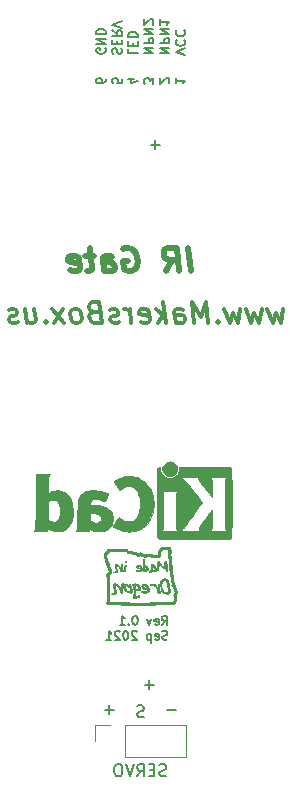
<source format=gbo>
%TF.GenerationSoftware,KiCad,Pcbnew,(5.1.10)-1*%
%TF.CreationDate,2021-09-22T20:24:30-07:00*%
%TF.ProjectId,project,70726f6a-6563-4742-9e6b-696361645f70,0.0*%
%TF.SameCoordinates,Original*%
%TF.FileFunction,Legend,Bot*%
%TF.FilePolarity,Positive*%
%FSLAX46Y46*%
G04 Gerber Fmt 4.6, Leading zero omitted, Abs format (unit mm)*
G04 Created by KiCad (PCBNEW (5.1.10)-1) date 2021-09-22 20:24:30*
%MOMM*%
%LPD*%
G01*
G04 APERTURE LIST*
%ADD10C,0.150000*%
%ADD11C,0.300000*%
%ADD12C,0.500000*%
%ADD13C,0.200000*%
%ADD14C,0.120000*%
%ADD15C,0.002540*%
%ADD16C,0.010000*%
G04 APERTURE END LIST*
D10*
X57784952Y-90114428D02*
X57023047Y-90114428D01*
X57404000Y-90495380D02*
X57404000Y-89733476D01*
X57276952Y-135834428D02*
X56515047Y-135834428D01*
X56896000Y-136215380D02*
X56896000Y-135453476D01*
X59147095Y-84480428D02*
X59147095Y-84937571D01*
X59147095Y-84709000D02*
X59947095Y-84709000D01*
X59832809Y-84785190D01*
X59756619Y-84861380D01*
X59718523Y-84937571D01*
X58520904Y-84937571D02*
X58559000Y-84899476D01*
X58597095Y-84823285D01*
X58597095Y-84632809D01*
X58559000Y-84556619D01*
X58520904Y-84518523D01*
X58444714Y-84480428D01*
X58368523Y-84480428D01*
X58254238Y-84518523D01*
X57797095Y-84975666D01*
X57797095Y-84480428D01*
X57247095Y-84975666D02*
X57247095Y-84480428D01*
X56942333Y-84747095D01*
X56942333Y-84632809D01*
X56904238Y-84556619D01*
X56866142Y-84518523D01*
X56789952Y-84480428D01*
X56599476Y-84480428D01*
X56523285Y-84518523D01*
X56485190Y-84556619D01*
X56447095Y-84632809D01*
X56447095Y-84861380D01*
X56485190Y-84937571D01*
X56523285Y-84975666D01*
X55630428Y-84556619D02*
X55097095Y-84556619D01*
X55935190Y-84747095D02*
X55363761Y-84937571D01*
X55363761Y-84442333D01*
X54547095Y-84518523D02*
X54547095Y-84899476D01*
X54166142Y-84937571D01*
X54204238Y-84899476D01*
X54242333Y-84823285D01*
X54242333Y-84632809D01*
X54204238Y-84556619D01*
X54166142Y-84518523D01*
X54089952Y-84480428D01*
X53899476Y-84480428D01*
X53823285Y-84518523D01*
X53785190Y-84556619D01*
X53747095Y-84632809D01*
X53747095Y-84823285D01*
X53785190Y-84899476D01*
X53823285Y-84937571D01*
X53197095Y-84556619D02*
X53197095Y-84709000D01*
X53159000Y-84785190D01*
X53120904Y-84823285D01*
X53006619Y-84899476D01*
X52854238Y-84937571D01*
X52549476Y-84937571D01*
X52473285Y-84899476D01*
X52435190Y-84861380D01*
X52397095Y-84785190D01*
X52397095Y-84632809D01*
X52435190Y-84556619D01*
X52473285Y-84518523D01*
X52549476Y-84480428D01*
X52739952Y-84480428D01*
X52816142Y-84518523D01*
X52854238Y-84556619D01*
X52892333Y-84632809D01*
X52892333Y-84785190D01*
X52854238Y-84861380D01*
X52816142Y-84899476D01*
X52739952Y-84937571D01*
X59947095Y-82503309D02*
X59147095Y-82236642D01*
X59947095Y-81969976D01*
X59223285Y-81246166D02*
X59185190Y-81284261D01*
X59147095Y-81398547D01*
X59147095Y-81474738D01*
X59185190Y-81589023D01*
X59261380Y-81665214D01*
X59337571Y-81703309D01*
X59489952Y-81741404D01*
X59604238Y-81741404D01*
X59756619Y-81703309D01*
X59832809Y-81665214D01*
X59909000Y-81589023D01*
X59947095Y-81474738D01*
X59947095Y-81398547D01*
X59909000Y-81284261D01*
X59870904Y-81246166D01*
X59223285Y-80446166D02*
X59185190Y-80484261D01*
X59147095Y-80598547D01*
X59147095Y-80674738D01*
X59185190Y-80789023D01*
X59261380Y-80865214D01*
X59337571Y-80903309D01*
X59489952Y-80941404D01*
X59604238Y-80941404D01*
X59756619Y-80903309D01*
X59832809Y-80865214D01*
X59909000Y-80789023D01*
X59947095Y-80674738D01*
X59947095Y-80598547D01*
X59909000Y-80484261D01*
X59870904Y-80446166D01*
X57797095Y-82389023D02*
X58597095Y-82389023D01*
X57797095Y-81931880D01*
X58597095Y-81931880D01*
X57797095Y-81550928D02*
X58597095Y-81550928D01*
X58597095Y-81246166D01*
X58559000Y-81169976D01*
X58520904Y-81131880D01*
X58444714Y-81093785D01*
X58330428Y-81093785D01*
X58254238Y-81131880D01*
X58216142Y-81169976D01*
X58178047Y-81246166D01*
X58178047Y-81550928D01*
X57797095Y-80750928D02*
X58597095Y-80750928D01*
X57797095Y-80293785D01*
X58597095Y-80293785D01*
X57797095Y-79493785D02*
X57797095Y-79950928D01*
X57797095Y-79722357D02*
X58597095Y-79722357D01*
X58482809Y-79798547D01*
X58406619Y-79874738D01*
X58368523Y-79950928D01*
X56447095Y-82389023D02*
X57247095Y-82389023D01*
X56447095Y-81931880D01*
X57247095Y-81931880D01*
X56447095Y-81550928D02*
X57247095Y-81550928D01*
X57247095Y-81246166D01*
X57209000Y-81169976D01*
X57170904Y-81131880D01*
X57094714Y-81093785D01*
X56980428Y-81093785D01*
X56904238Y-81131880D01*
X56866142Y-81169976D01*
X56828047Y-81246166D01*
X56828047Y-81550928D01*
X56447095Y-80750928D02*
X57247095Y-80750928D01*
X56447095Y-80293785D01*
X57247095Y-80293785D01*
X57170904Y-79950928D02*
X57209000Y-79912833D01*
X57247095Y-79836642D01*
X57247095Y-79646166D01*
X57209000Y-79569976D01*
X57170904Y-79531880D01*
X57094714Y-79493785D01*
X57018523Y-79493785D01*
X56904238Y-79531880D01*
X56447095Y-79989023D01*
X56447095Y-79493785D01*
X55097095Y-82008071D02*
X55097095Y-82389023D01*
X55897095Y-82389023D01*
X55516142Y-81741404D02*
X55516142Y-81474738D01*
X55097095Y-81360452D02*
X55097095Y-81741404D01*
X55897095Y-81741404D01*
X55897095Y-81360452D01*
X55097095Y-81017595D02*
X55897095Y-81017595D01*
X55897095Y-80827119D01*
X55859000Y-80712833D01*
X55782809Y-80636642D01*
X55706619Y-80598547D01*
X55554238Y-80560452D01*
X55439952Y-80560452D01*
X55287571Y-80598547D01*
X55211380Y-80636642D01*
X55135190Y-80712833D01*
X55097095Y-80827119D01*
X55097095Y-81017595D01*
X53785190Y-82427119D02*
X53747095Y-82312833D01*
X53747095Y-82122357D01*
X53785190Y-82046166D01*
X53823285Y-82008071D01*
X53899476Y-81969976D01*
X53975666Y-81969976D01*
X54051857Y-82008071D01*
X54089952Y-82046166D01*
X54128047Y-82122357D01*
X54166142Y-82274738D01*
X54204238Y-82350928D01*
X54242333Y-82389023D01*
X54318523Y-82427119D01*
X54394714Y-82427119D01*
X54470904Y-82389023D01*
X54509000Y-82350928D01*
X54547095Y-82274738D01*
X54547095Y-82084261D01*
X54509000Y-81969976D01*
X54166142Y-81627119D02*
X54166142Y-81360452D01*
X53747095Y-81246166D02*
X53747095Y-81627119D01*
X54547095Y-81627119D01*
X54547095Y-81246166D01*
X53747095Y-80446166D02*
X54128047Y-80712833D01*
X53747095Y-80903309D02*
X54547095Y-80903309D01*
X54547095Y-80598547D01*
X54509000Y-80522357D01*
X54470904Y-80484261D01*
X54394714Y-80446166D01*
X54280428Y-80446166D01*
X54204238Y-80484261D01*
X54166142Y-80522357D01*
X54128047Y-80598547D01*
X54128047Y-80903309D01*
X54547095Y-80217595D02*
X53747095Y-79950928D01*
X54547095Y-79684261D01*
X53159000Y-81969976D02*
X53197095Y-82046166D01*
X53197095Y-82160452D01*
X53159000Y-82274738D01*
X53082809Y-82350928D01*
X53006619Y-82389023D01*
X52854238Y-82427119D01*
X52739952Y-82427119D01*
X52587571Y-82389023D01*
X52511380Y-82350928D01*
X52435190Y-82274738D01*
X52397095Y-82160452D01*
X52397095Y-82084261D01*
X52435190Y-81969976D01*
X52473285Y-81931880D01*
X52739952Y-81931880D01*
X52739952Y-82084261D01*
X52397095Y-81589023D02*
X53197095Y-81589023D01*
X52397095Y-81131880D01*
X53197095Y-81131880D01*
X52397095Y-80750928D02*
X53197095Y-80750928D01*
X53197095Y-80560452D01*
X53159000Y-80446166D01*
X53082809Y-80369976D01*
X53006619Y-80331880D01*
X52854238Y-80293785D01*
X52739952Y-80293785D01*
X52587571Y-80331880D01*
X52511380Y-80369976D01*
X52435190Y-80446166D01*
X52397095Y-80560452D01*
X52397095Y-80750928D01*
X53134000Y-137977571D02*
X53895904Y-137977571D01*
X53514952Y-137596619D02*
X53514952Y-138358523D01*
X55848285Y-137644238D02*
X55991142Y-137596619D01*
X56229238Y-137596619D01*
X56324476Y-137644238D01*
X56372095Y-137691857D01*
X56419714Y-137787095D01*
X56419714Y-137882333D01*
X56372095Y-137977571D01*
X56324476Y-138025190D01*
X56229238Y-138072809D01*
X56038761Y-138120428D01*
X55943523Y-138168047D01*
X55895904Y-138215666D01*
X55848285Y-138310904D01*
X55848285Y-138406142D01*
X55895904Y-138501380D01*
X55943523Y-138549000D01*
X56038761Y-138596619D01*
X56276857Y-138596619D01*
X56419714Y-138549000D01*
X58372095Y-137977571D02*
X59134000Y-137977571D01*
X57969357Y-130765785D02*
X58219357Y-130408642D01*
X58397928Y-130765785D02*
X58397928Y-130015785D01*
X58112214Y-130015785D01*
X58040785Y-130051500D01*
X58005071Y-130087214D01*
X57969357Y-130158642D01*
X57969357Y-130265785D01*
X58005071Y-130337214D01*
X58040785Y-130372928D01*
X58112214Y-130408642D01*
X58397928Y-130408642D01*
X57362214Y-130730071D02*
X57433642Y-130765785D01*
X57576500Y-130765785D01*
X57647928Y-130730071D01*
X57683642Y-130658642D01*
X57683642Y-130372928D01*
X57647928Y-130301500D01*
X57576500Y-130265785D01*
X57433642Y-130265785D01*
X57362214Y-130301500D01*
X57326500Y-130372928D01*
X57326500Y-130444357D01*
X57683642Y-130515785D01*
X57076500Y-130265785D02*
X56897928Y-130765785D01*
X56719357Y-130265785D01*
X55719357Y-130015785D02*
X55647928Y-130015785D01*
X55576500Y-130051500D01*
X55540785Y-130087214D01*
X55505071Y-130158642D01*
X55469357Y-130301500D01*
X55469357Y-130480071D01*
X55505071Y-130622928D01*
X55540785Y-130694357D01*
X55576500Y-130730071D01*
X55647928Y-130765785D01*
X55719357Y-130765785D01*
X55790785Y-130730071D01*
X55826500Y-130694357D01*
X55862214Y-130622928D01*
X55897928Y-130480071D01*
X55897928Y-130301500D01*
X55862214Y-130158642D01*
X55826500Y-130087214D01*
X55790785Y-130051500D01*
X55719357Y-130015785D01*
X55147928Y-130694357D02*
X55112214Y-130730071D01*
X55147928Y-130765785D01*
X55183642Y-130730071D01*
X55147928Y-130694357D01*
X55147928Y-130765785D01*
X54397928Y-130765785D02*
X54826500Y-130765785D01*
X54612214Y-130765785D02*
X54612214Y-130015785D01*
X54683642Y-130122928D01*
X54755071Y-130194357D01*
X54826500Y-130230071D01*
X58433642Y-132005071D02*
X58326500Y-132040785D01*
X58147928Y-132040785D01*
X58076500Y-132005071D01*
X58040785Y-131969357D01*
X58005071Y-131897928D01*
X58005071Y-131826500D01*
X58040785Y-131755071D01*
X58076500Y-131719357D01*
X58147928Y-131683642D01*
X58290785Y-131647928D01*
X58362214Y-131612214D01*
X58397928Y-131576500D01*
X58433642Y-131505071D01*
X58433642Y-131433642D01*
X58397928Y-131362214D01*
X58362214Y-131326500D01*
X58290785Y-131290785D01*
X58112214Y-131290785D01*
X58005071Y-131326500D01*
X57397928Y-132005071D02*
X57469357Y-132040785D01*
X57612214Y-132040785D01*
X57683642Y-132005071D01*
X57719357Y-131933642D01*
X57719357Y-131647928D01*
X57683642Y-131576500D01*
X57612214Y-131540785D01*
X57469357Y-131540785D01*
X57397928Y-131576500D01*
X57362214Y-131647928D01*
X57362214Y-131719357D01*
X57719357Y-131790785D01*
X57040785Y-131540785D02*
X57040785Y-132290785D01*
X57040785Y-131576500D02*
X56969357Y-131540785D01*
X56826500Y-131540785D01*
X56755071Y-131576500D01*
X56719357Y-131612214D01*
X56683642Y-131683642D01*
X56683642Y-131897928D01*
X56719357Y-131969357D01*
X56755071Y-132005071D01*
X56826500Y-132040785D01*
X56969357Y-132040785D01*
X57040785Y-132005071D01*
X55826500Y-131362214D02*
X55790785Y-131326500D01*
X55719357Y-131290785D01*
X55540785Y-131290785D01*
X55469357Y-131326500D01*
X55433642Y-131362214D01*
X55397928Y-131433642D01*
X55397928Y-131505071D01*
X55433642Y-131612214D01*
X55862214Y-132040785D01*
X55397928Y-132040785D01*
X54933642Y-131290785D02*
X54862214Y-131290785D01*
X54790785Y-131326500D01*
X54755071Y-131362214D01*
X54719357Y-131433642D01*
X54683642Y-131576500D01*
X54683642Y-131755071D01*
X54719357Y-131897928D01*
X54755071Y-131969357D01*
X54790785Y-132005071D01*
X54862214Y-132040785D01*
X54933642Y-132040785D01*
X55005071Y-132005071D01*
X55040785Y-131969357D01*
X55076500Y-131897928D01*
X55112214Y-131755071D01*
X55112214Y-131576500D01*
X55076500Y-131433642D01*
X55040785Y-131362214D01*
X55005071Y-131326500D01*
X54933642Y-131290785D01*
X54397928Y-131362214D02*
X54362214Y-131326500D01*
X54290785Y-131290785D01*
X54112214Y-131290785D01*
X54040785Y-131326500D01*
X54005071Y-131362214D01*
X53969357Y-131433642D01*
X53969357Y-131505071D01*
X54005071Y-131612214D01*
X54433642Y-132040785D01*
X53969357Y-132040785D01*
X53255071Y-132040785D02*
X53683642Y-132040785D01*
X53469357Y-132040785D02*
X53469357Y-131290785D01*
X53540785Y-131397928D01*
X53612214Y-131469357D01*
X53683642Y-131505071D01*
D11*
X68232750Y-104019000D02*
X68045250Y-105185666D01*
X67607750Y-104352333D01*
X67378583Y-105185666D01*
X66899416Y-104019000D01*
X66399416Y-104019000D02*
X66211916Y-105185666D01*
X65774416Y-104352333D01*
X65545250Y-105185666D01*
X65066083Y-104019000D01*
X64566083Y-104019000D02*
X64378583Y-105185666D01*
X63941083Y-104352333D01*
X63711916Y-105185666D01*
X63232750Y-104019000D01*
X62691083Y-105019000D02*
X62618166Y-105102333D01*
X62711916Y-105185666D01*
X62784833Y-105102333D01*
X62691083Y-105019000D01*
X62711916Y-105185666D01*
X61878583Y-105185666D02*
X61659833Y-103435666D01*
X61232750Y-104685666D01*
X60493166Y-103435666D01*
X60711916Y-105185666D01*
X59128583Y-105185666D02*
X59014000Y-104269000D01*
X59076500Y-104102333D01*
X59232750Y-104019000D01*
X59566083Y-104019000D01*
X59743166Y-104102333D01*
X59118166Y-105102333D02*
X59295250Y-105185666D01*
X59711916Y-105185666D01*
X59868166Y-105102333D01*
X59930666Y-104935666D01*
X59909833Y-104769000D01*
X59805666Y-104602333D01*
X59628583Y-104519000D01*
X59211916Y-104519000D01*
X59034833Y-104435666D01*
X58295250Y-105185666D02*
X58076500Y-103435666D01*
X58045250Y-104519000D02*
X57628583Y-105185666D01*
X57482750Y-104019000D02*
X58232750Y-104685666D01*
X56201500Y-105102333D02*
X56378583Y-105185666D01*
X56711916Y-105185666D01*
X56868166Y-105102333D01*
X56930666Y-104935666D01*
X56847333Y-104269000D01*
X56743166Y-104102333D01*
X56566083Y-104019000D01*
X56232750Y-104019000D01*
X56076500Y-104102333D01*
X56014000Y-104269000D01*
X56034833Y-104435666D01*
X56889000Y-104602333D01*
X55378583Y-105185666D02*
X55232750Y-104019000D01*
X55274416Y-104352333D02*
X55170250Y-104185666D01*
X55076500Y-104102333D01*
X54899416Y-104019000D01*
X54732750Y-104019000D01*
X54368166Y-105102333D02*
X54211916Y-105185666D01*
X53878583Y-105185666D01*
X53701500Y-105102333D01*
X53597333Y-104935666D01*
X53586916Y-104852333D01*
X53649416Y-104685666D01*
X53805666Y-104602333D01*
X54055666Y-104602333D01*
X54211916Y-104519000D01*
X54274416Y-104352333D01*
X54264000Y-104269000D01*
X54159833Y-104102333D01*
X53982750Y-104019000D01*
X53732750Y-104019000D01*
X53576500Y-104102333D01*
X52180666Y-104269000D02*
X51941083Y-104352333D01*
X51868166Y-104435666D01*
X51805666Y-104602333D01*
X51836916Y-104852333D01*
X51941083Y-105019000D01*
X52034833Y-105102333D01*
X52211916Y-105185666D01*
X52878583Y-105185666D01*
X52659833Y-103435666D01*
X52076500Y-103435666D01*
X51920250Y-103519000D01*
X51847333Y-103602333D01*
X51784833Y-103769000D01*
X51805666Y-103935666D01*
X51909833Y-104102333D01*
X52003583Y-104185666D01*
X52180666Y-104269000D01*
X52764000Y-104269000D01*
X50878583Y-105185666D02*
X51034833Y-105102333D01*
X51107750Y-105019000D01*
X51170250Y-104852333D01*
X51107750Y-104352333D01*
X51003583Y-104185666D01*
X50909833Y-104102333D01*
X50732750Y-104019000D01*
X50482750Y-104019000D01*
X50326500Y-104102333D01*
X50253583Y-104185666D01*
X50191083Y-104352333D01*
X50253583Y-104852333D01*
X50357750Y-105019000D01*
X50451500Y-105102333D01*
X50628583Y-105185666D01*
X50878583Y-105185666D01*
X49711916Y-105185666D02*
X48649416Y-104019000D01*
X49566083Y-104019000D02*
X48795250Y-105185666D01*
X48107750Y-105019000D02*
X48034833Y-105102333D01*
X48128583Y-105185666D01*
X48201500Y-105102333D01*
X48107750Y-105019000D01*
X48128583Y-105185666D01*
X46399416Y-104019000D02*
X46545250Y-105185666D01*
X47149416Y-104019000D02*
X47264000Y-104935666D01*
X47201500Y-105102333D01*
X47045250Y-105185666D01*
X46795250Y-105185666D01*
X46618166Y-105102333D01*
X46524416Y-105019000D01*
X45784833Y-105102333D02*
X45628583Y-105185666D01*
X45295250Y-105185666D01*
X45118166Y-105102333D01*
X45014000Y-104935666D01*
X45003583Y-104852333D01*
X45066083Y-104685666D01*
X45222333Y-104602333D01*
X45472333Y-104602333D01*
X45628583Y-104519000D01*
X45691083Y-104352333D01*
X45680666Y-104269000D01*
X45576500Y-104102333D01*
X45399416Y-104019000D01*
X45149416Y-104019000D01*
X44993166Y-104102333D01*
D12*
X60400904Y-100853761D02*
X60150904Y-98853761D01*
X58305666Y-100853761D02*
X58853285Y-99901380D01*
X59448523Y-100853761D02*
X59198523Y-98853761D01*
X58436619Y-98853761D01*
X58258047Y-98949000D01*
X58174714Y-99044238D01*
X58103285Y-99234714D01*
X58139000Y-99520428D01*
X58258047Y-99710904D01*
X58365190Y-99806142D01*
X58567571Y-99901380D01*
X59329476Y-99901380D01*
X54639000Y-98949000D02*
X54817571Y-98853761D01*
X55103285Y-98853761D01*
X55400904Y-98949000D01*
X55615190Y-99139476D01*
X55734238Y-99329952D01*
X55877095Y-99710904D01*
X55912809Y-99996619D01*
X55865190Y-100377571D01*
X55793761Y-100568047D01*
X55627095Y-100758523D01*
X55353285Y-100853761D01*
X55162809Y-100853761D01*
X54865190Y-100758523D01*
X54758047Y-100663285D01*
X54674714Y-99996619D01*
X55055666Y-99996619D01*
X53067571Y-100853761D02*
X52936619Y-99806142D01*
X53008047Y-99615666D01*
X53186619Y-99520428D01*
X53567571Y-99520428D01*
X53769952Y-99615666D01*
X53055666Y-100758523D02*
X53258047Y-100853761D01*
X53734238Y-100853761D01*
X53912809Y-100758523D01*
X53984238Y-100568047D01*
X53960428Y-100377571D01*
X53841380Y-100187095D01*
X53639000Y-100091857D01*
X53162809Y-100091857D01*
X52960428Y-99996619D01*
X52234238Y-99520428D02*
X51472333Y-99520428D01*
X51865190Y-98853761D02*
X52079476Y-100568047D01*
X52008047Y-100758523D01*
X51829476Y-100853761D01*
X51639000Y-100853761D01*
X50198523Y-100758523D02*
X50400904Y-100853761D01*
X50781857Y-100853761D01*
X50960428Y-100758523D01*
X51031857Y-100568047D01*
X50936619Y-99806142D01*
X50817571Y-99615666D01*
X50615190Y-99520428D01*
X50234238Y-99520428D01*
X50055666Y-99615666D01*
X49984238Y-99806142D01*
X50008047Y-99996619D01*
X50984238Y-100187095D01*
D11*
D13*
D14*
%TO.C,J2*%
X52264000Y-139259000D02*
X52264000Y-140589000D01*
X53594000Y-139259000D02*
X52264000Y-139259000D01*
X54864000Y-139259000D02*
X54864000Y-141919000D01*
X54864000Y-141919000D02*
X60004000Y-141919000D01*
X54864000Y-139259000D02*
X60004000Y-139259000D01*
X60004000Y-139259000D02*
X60004000Y-141919000D01*
D15*
%TO.C,VAL*%
G36*
X54843680Y-125468380D02*
G01*
X54846220Y-125476000D01*
X54856380Y-125488700D01*
X54871620Y-125491240D01*
X54891940Y-125478540D01*
X54914800Y-125455680D01*
X54940200Y-125425200D01*
X54950360Y-125399800D01*
X54947820Y-125379480D01*
X54932580Y-125364240D01*
X54909720Y-125351540D01*
X54894480Y-125343920D01*
X54884320Y-125341380D01*
X54881780Y-125341380D01*
X54874160Y-125349000D01*
X54864000Y-125366780D01*
X54856380Y-125389640D01*
X54848760Y-125417580D01*
X54843680Y-125445520D01*
X54843680Y-125468380D01*
G37*
X54843680Y-125468380D02*
X54846220Y-125476000D01*
X54856380Y-125488700D01*
X54871620Y-125491240D01*
X54891940Y-125478540D01*
X54914800Y-125455680D01*
X54940200Y-125425200D01*
X54950360Y-125399800D01*
X54947820Y-125379480D01*
X54932580Y-125364240D01*
X54909720Y-125351540D01*
X54894480Y-125343920D01*
X54884320Y-125341380D01*
X54881780Y-125341380D01*
X54874160Y-125349000D01*
X54864000Y-125366780D01*
X54856380Y-125389640D01*
X54848760Y-125417580D01*
X54843680Y-125445520D01*
X54843680Y-125468380D01*
G36*
X55753000Y-126149100D02*
G01*
X55760620Y-126164340D01*
X55783480Y-126177040D01*
X55819040Y-126189740D01*
X55844440Y-126197360D01*
X55874920Y-126202440D01*
X55913020Y-126207520D01*
X55956200Y-126210060D01*
X55996840Y-126212600D01*
X56032400Y-126212600D01*
X56055260Y-126210060D01*
X56106060Y-126197360D01*
X56154320Y-126179580D01*
X56192420Y-126154180D01*
X56220360Y-126126240D01*
X56227980Y-126116080D01*
X56235600Y-126090680D01*
X56240680Y-126057660D01*
X56243220Y-126017020D01*
X56238140Y-125978920D01*
X56230520Y-125943360D01*
X56225440Y-125928120D01*
X56215280Y-125905260D01*
X56210200Y-125884940D01*
X56207660Y-125882400D01*
X56202580Y-125851920D01*
X56184800Y-125816360D01*
X56156860Y-125783340D01*
X56123840Y-125750320D01*
X56085740Y-125722380D01*
X56045100Y-125702060D01*
X56040020Y-125699520D01*
X56022240Y-125696980D01*
X55991760Y-125694440D01*
X55958740Y-125694440D01*
X55920640Y-125696980D01*
X55887620Y-125702060D01*
X55862220Y-125707140D01*
X55857140Y-125707140D01*
X55839360Y-125719840D01*
X55821580Y-125737620D01*
X55816500Y-125745240D01*
X55803800Y-125763020D01*
X55798720Y-125778260D01*
X55798720Y-125798580D01*
X55798720Y-125823980D01*
X55808880Y-125872240D01*
X55829200Y-125910340D01*
X55862220Y-125940820D01*
X55867300Y-125943360D01*
X55867300Y-125801120D01*
X55872380Y-125788420D01*
X55887620Y-125773180D01*
X55915560Y-125755400D01*
X55951120Y-125752860D01*
X55986680Y-125760480D01*
X56019700Y-125778260D01*
X56042560Y-125801120D01*
X56060340Y-125823980D01*
X56078120Y-125851920D01*
X56090820Y-125879860D01*
X56098440Y-125902720D01*
X56100980Y-125917960D01*
X56100980Y-125920500D01*
X56090820Y-125928120D01*
X56065420Y-125930660D01*
X56029860Y-125928120D01*
X55989220Y-125920500D01*
X55958740Y-125912880D01*
X55938420Y-125902720D01*
X55918100Y-125890020D01*
X55905400Y-125874780D01*
X55887620Y-125854460D01*
X55872380Y-125831600D01*
X55869840Y-125818900D01*
X55867300Y-125801120D01*
X55867300Y-125943360D01*
X55872380Y-125945900D01*
X55892700Y-125953520D01*
X55923180Y-125963680D01*
X55958740Y-125971300D01*
X55999380Y-125978920D01*
X55999380Y-125981460D01*
X56037480Y-125986540D01*
X56070500Y-125994160D01*
X56095900Y-126001780D01*
X56108600Y-126006860D01*
X56111140Y-126006860D01*
X56123840Y-126022100D01*
X56126380Y-126042420D01*
X56116220Y-126065280D01*
X56093360Y-126088140D01*
X56062880Y-126111000D01*
X56055260Y-126113540D01*
X56037480Y-126121160D01*
X56017160Y-126126240D01*
X55991760Y-126128780D01*
X55956200Y-126128780D01*
X55953660Y-126128780D01*
X55915560Y-126128780D01*
X55872380Y-126126240D01*
X55836820Y-126123700D01*
X55829200Y-126121160D01*
X55793640Y-126121160D01*
X55770780Y-126123700D01*
X55758080Y-126131320D01*
X55753000Y-126146560D01*
X55753000Y-126149100D01*
G37*
X55753000Y-126149100D02*
X55760620Y-126164340D01*
X55783480Y-126177040D01*
X55819040Y-126189740D01*
X55844440Y-126197360D01*
X55874920Y-126202440D01*
X55913020Y-126207520D01*
X55956200Y-126210060D01*
X55996840Y-126212600D01*
X56032400Y-126212600D01*
X56055260Y-126210060D01*
X56106060Y-126197360D01*
X56154320Y-126179580D01*
X56192420Y-126154180D01*
X56220360Y-126126240D01*
X56227980Y-126116080D01*
X56235600Y-126090680D01*
X56240680Y-126057660D01*
X56243220Y-126017020D01*
X56238140Y-125978920D01*
X56230520Y-125943360D01*
X56225440Y-125928120D01*
X56215280Y-125905260D01*
X56210200Y-125884940D01*
X56207660Y-125882400D01*
X56202580Y-125851920D01*
X56184800Y-125816360D01*
X56156860Y-125783340D01*
X56123840Y-125750320D01*
X56085740Y-125722380D01*
X56045100Y-125702060D01*
X56040020Y-125699520D01*
X56022240Y-125696980D01*
X55991760Y-125694440D01*
X55958740Y-125694440D01*
X55920640Y-125696980D01*
X55887620Y-125702060D01*
X55862220Y-125707140D01*
X55857140Y-125707140D01*
X55839360Y-125719840D01*
X55821580Y-125737620D01*
X55816500Y-125745240D01*
X55803800Y-125763020D01*
X55798720Y-125778260D01*
X55798720Y-125798580D01*
X55798720Y-125823980D01*
X55808880Y-125872240D01*
X55829200Y-125910340D01*
X55862220Y-125940820D01*
X55867300Y-125943360D01*
X55867300Y-125801120D01*
X55872380Y-125788420D01*
X55887620Y-125773180D01*
X55915560Y-125755400D01*
X55951120Y-125752860D01*
X55986680Y-125760480D01*
X56019700Y-125778260D01*
X56042560Y-125801120D01*
X56060340Y-125823980D01*
X56078120Y-125851920D01*
X56090820Y-125879860D01*
X56098440Y-125902720D01*
X56100980Y-125917960D01*
X56100980Y-125920500D01*
X56090820Y-125928120D01*
X56065420Y-125930660D01*
X56029860Y-125928120D01*
X55989220Y-125920500D01*
X55958740Y-125912880D01*
X55938420Y-125902720D01*
X55918100Y-125890020D01*
X55905400Y-125874780D01*
X55887620Y-125854460D01*
X55872380Y-125831600D01*
X55869840Y-125818900D01*
X55867300Y-125801120D01*
X55867300Y-125943360D01*
X55872380Y-125945900D01*
X55892700Y-125953520D01*
X55923180Y-125963680D01*
X55958740Y-125971300D01*
X55999380Y-125978920D01*
X55999380Y-125981460D01*
X56037480Y-125986540D01*
X56070500Y-125994160D01*
X56095900Y-126001780D01*
X56108600Y-126006860D01*
X56111140Y-126006860D01*
X56123840Y-126022100D01*
X56126380Y-126042420D01*
X56116220Y-126065280D01*
X56093360Y-126088140D01*
X56062880Y-126111000D01*
X56055260Y-126113540D01*
X56037480Y-126121160D01*
X56017160Y-126126240D01*
X55991760Y-126128780D01*
X55956200Y-126128780D01*
X55953660Y-126128780D01*
X55915560Y-126128780D01*
X55872380Y-126126240D01*
X55836820Y-126123700D01*
X55829200Y-126121160D01*
X55793640Y-126121160D01*
X55770780Y-126123700D01*
X55758080Y-126131320D01*
X55753000Y-126146560D01*
X55753000Y-126149100D01*
G36*
X56291480Y-126146560D02*
G01*
X56332120Y-126166880D01*
X56362600Y-126179580D01*
X56400700Y-126189740D01*
X56443880Y-126199900D01*
X56484520Y-126207520D01*
X56484520Y-125905260D01*
X56487060Y-125874780D01*
X56487060Y-125869700D01*
X56497220Y-125846840D01*
X56512460Y-125836680D01*
X56535320Y-125836680D01*
X56558180Y-125846840D01*
X56586120Y-125869700D01*
X56614060Y-125897640D01*
X56642000Y-125935740D01*
X56652160Y-125956060D01*
X56667400Y-125984000D01*
X56669940Y-126006860D01*
X56664860Y-126024640D01*
X56654700Y-126037340D01*
X56639460Y-126052580D01*
X56619140Y-126070360D01*
X56593740Y-126090680D01*
X56570880Y-126108460D01*
X56548020Y-126121160D01*
X56532780Y-126131320D01*
X56527700Y-126131320D01*
X56520080Y-126123700D01*
X56509920Y-126105920D01*
X56504840Y-126090680D01*
X56497220Y-126065280D01*
X56492140Y-126029720D01*
X56487060Y-125986540D01*
X56484520Y-125943360D01*
X56484520Y-125905260D01*
X56484520Y-126207520D01*
X56487060Y-126207520D01*
X56527700Y-126212600D01*
X56563260Y-126215140D01*
X56588660Y-126212600D01*
X56596280Y-126210060D01*
X56608980Y-126202440D01*
X56629300Y-126189740D01*
X56654700Y-126174500D01*
X56664860Y-126166880D01*
X56710580Y-126131320D01*
X56746140Y-126090680D01*
X56774080Y-126044960D01*
X56779160Y-126037340D01*
X56786780Y-126014480D01*
X56789320Y-125996700D01*
X56786780Y-125973840D01*
X56784240Y-125968760D01*
X56763920Y-125920500D01*
X56733440Y-125872240D01*
X56692800Y-125829060D01*
X56649620Y-125790960D01*
X56608980Y-125765560D01*
X56560720Y-125742700D01*
X56548020Y-125737620D01*
X56520080Y-125727460D01*
X56497220Y-125714760D01*
X56484520Y-125704600D01*
X56476900Y-125689360D01*
X56469280Y-125666500D01*
X56464200Y-125630940D01*
X56459120Y-125585220D01*
X56456580Y-125529340D01*
X56456580Y-125458220D01*
X56454040Y-125409960D01*
X56454040Y-125361700D01*
X56454040Y-125318520D01*
X56454040Y-125282960D01*
X56451500Y-125255020D01*
X56451500Y-125239780D01*
X56446420Y-125229620D01*
X56436260Y-125224540D01*
X56418480Y-125222000D01*
X56405780Y-125222000D01*
X56382920Y-125222000D01*
X56367680Y-125222000D01*
X56365140Y-125224540D01*
X56365140Y-125232160D01*
X56365140Y-125252480D01*
X56362600Y-125285500D01*
X56362600Y-125331220D01*
X56362600Y-125384560D01*
X56360060Y-125445520D01*
X56360060Y-125514100D01*
X56360060Y-125590300D01*
X56357520Y-125641100D01*
X56357520Y-125735080D01*
X56354980Y-125821440D01*
X56352440Y-125895100D01*
X56349900Y-125958600D01*
X56349900Y-126009400D01*
X56347360Y-126047500D01*
X56344820Y-126072900D01*
X56342280Y-126083060D01*
X56332120Y-126105920D01*
X56314340Y-126126240D01*
X56311800Y-126128780D01*
X56291480Y-126146560D01*
G37*
X56291480Y-126146560D02*
X56332120Y-126166880D01*
X56362600Y-126179580D01*
X56400700Y-126189740D01*
X56443880Y-126199900D01*
X56484520Y-126207520D01*
X56484520Y-125905260D01*
X56487060Y-125874780D01*
X56487060Y-125869700D01*
X56497220Y-125846840D01*
X56512460Y-125836680D01*
X56535320Y-125836680D01*
X56558180Y-125846840D01*
X56586120Y-125869700D01*
X56614060Y-125897640D01*
X56642000Y-125935740D01*
X56652160Y-125956060D01*
X56667400Y-125984000D01*
X56669940Y-126006860D01*
X56664860Y-126024640D01*
X56654700Y-126037340D01*
X56639460Y-126052580D01*
X56619140Y-126070360D01*
X56593740Y-126090680D01*
X56570880Y-126108460D01*
X56548020Y-126121160D01*
X56532780Y-126131320D01*
X56527700Y-126131320D01*
X56520080Y-126123700D01*
X56509920Y-126105920D01*
X56504840Y-126090680D01*
X56497220Y-126065280D01*
X56492140Y-126029720D01*
X56487060Y-125986540D01*
X56484520Y-125943360D01*
X56484520Y-125905260D01*
X56484520Y-126207520D01*
X56487060Y-126207520D01*
X56527700Y-126212600D01*
X56563260Y-126215140D01*
X56588660Y-126212600D01*
X56596280Y-126210060D01*
X56608980Y-126202440D01*
X56629300Y-126189740D01*
X56654700Y-126174500D01*
X56664860Y-126166880D01*
X56710580Y-126131320D01*
X56746140Y-126090680D01*
X56774080Y-126044960D01*
X56779160Y-126037340D01*
X56786780Y-126014480D01*
X56789320Y-125996700D01*
X56786780Y-125973840D01*
X56784240Y-125968760D01*
X56763920Y-125920500D01*
X56733440Y-125872240D01*
X56692800Y-125829060D01*
X56649620Y-125790960D01*
X56608980Y-125765560D01*
X56560720Y-125742700D01*
X56548020Y-125737620D01*
X56520080Y-125727460D01*
X56497220Y-125714760D01*
X56484520Y-125704600D01*
X56476900Y-125689360D01*
X56469280Y-125666500D01*
X56464200Y-125630940D01*
X56459120Y-125585220D01*
X56456580Y-125529340D01*
X56456580Y-125458220D01*
X56454040Y-125409960D01*
X56454040Y-125361700D01*
X56454040Y-125318520D01*
X56454040Y-125282960D01*
X56451500Y-125255020D01*
X56451500Y-125239780D01*
X56446420Y-125229620D01*
X56436260Y-125224540D01*
X56418480Y-125222000D01*
X56405780Y-125222000D01*
X56382920Y-125222000D01*
X56367680Y-125222000D01*
X56365140Y-125224540D01*
X56365140Y-125232160D01*
X56365140Y-125252480D01*
X56362600Y-125285500D01*
X56362600Y-125331220D01*
X56362600Y-125384560D01*
X56360060Y-125445520D01*
X56360060Y-125514100D01*
X56360060Y-125590300D01*
X56357520Y-125641100D01*
X56357520Y-125735080D01*
X56354980Y-125821440D01*
X56352440Y-125895100D01*
X56349900Y-125958600D01*
X56349900Y-126009400D01*
X56347360Y-126047500D01*
X56344820Y-126072900D01*
X56342280Y-126083060D01*
X56332120Y-126105920D01*
X56314340Y-126126240D01*
X56311800Y-126128780D01*
X56291480Y-126146560D01*
G36*
X54648100Y-126171960D02*
G01*
X54658260Y-126182120D01*
X54678580Y-126194820D01*
X54703980Y-126204980D01*
X54729380Y-126215140D01*
X54752240Y-126217680D01*
X54780180Y-126217680D01*
X54813200Y-126215140D01*
X54820820Y-126215140D01*
X54843680Y-126207520D01*
X54858920Y-126197360D01*
X54864000Y-126194820D01*
X54864000Y-126184660D01*
X54866540Y-126159260D01*
X54869080Y-126126240D01*
X54871620Y-126083060D01*
X54874160Y-126034800D01*
X54876700Y-125981460D01*
X54879240Y-125925580D01*
X54879240Y-125867160D01*
X54881780Y-125813820D01*
X54881780Y-125763020D01*
X54881780Y-125737620D01*
X54881780Y-125704600D01*
X54881780Y-125684280D01*
X54879240Y-125671580D01*
X54874160Y-125666500D01*
X54866540Y-125663960D01*
X54864000Y-125663960D01*
X54836060Y-125663960D01*
X54813200Y-125676660D01*
X54803040Y-125691900D01*
X54800500Y-125704600D01*
X54795420Y-125730000D01*
X54792880Y-125765560D01*
X54787800Y-125808740D01*
X54782720Y-125854460D01*
X54780180Y-125864620D01*
X54775100Y-125930660D01*
X54770020Y-125986540D01*
X54762400Y-126029720D01*
X54757320Y-126062740D01*
X54752240Y-126085600D01*
X54742080Y-126105920D01*
X54731920Y-126118620D01*
X54719220Y-126128780D01*
X54703980Y-126136400D01*
X54686200Y-126146560D01*
X54663340Y-126156720D01*
X54650640Y-126166880D01*
X54648100Y-126171960D01*
G37*
X54648100Y-126171960D02*
X54658260Y-126182120D01*
X54678580Y-126194820D01*
X54703980Y-126204980D01*
X54729380Y-126215140D01*
X54752240Y-126217680D01*
X54780180Y-126217680D01*
X54813200Y-126215140D01*
X54820820Y-126215140D01*
X54843680Y-126207520D01*
X54858920Y-126197360D01*
X54864000Y-126194820D01*
X54864000Y-126184660D01*
X54866540Y-126159260D01*
X54869080Y-126126240D01*
X54871620Y-126083060D01*
X54874160Y-126034800D01*
X54876700Y-125981460D01*
X54879240Y-125925580D01*
X54879240Y-125867160D01*
X54881780Y-125813820D01*
X54881780Y-125763020D01*
X54881780Y-125737620D01*
X54881780Y-125704600D01*
X54881780Y-125684280D01*
X54879240Y-125671580D01*
X54874160Y-125666500D01*
X54866540Y-125663960D01*
X54864000Y-125663960D01*
X54836060Y-125663960D01*
X54813200Y-125676660D01*
X54803040Y-125691900D01*
X54800500Y-125704600D01*
X54795420Y-125730000D01*
X54792880Y-125765560D01*
X54787800Y-125808740D01*
X54782720Y-125854460D01*
X54780180Y-125864620D01*
X54775100Y-125930660D01*
X54770020Y-125986540D01*
X54762400Y-126029720D01*
X54757320Y-126062740D01*
X54752240Y-126085600D01*
X54742080Y-126105920D01*
X54731920Y-126118620D01*
X54719220Y-126128780D01*
X54703980Y-126136400D01*
X54686200Y-126146560D01*
X54663340Y-126156720D01*
X54650640Y-126166880D01*
X54648100Y-126171960D01*
G36*
X57533540Y-126098300D02*
G01*
X57536080Y-126111000D01*
X57536080Y-126113540D01*
X57546240Y-126116080D01*
X57569100Y-126118620D01*
X57594500Y-126123700D01*
X57597040Y-126123700D01*
X57647840Y-126128780D01*
X57652920Y-126080520D01*
X57655460Y-126060200D01*
X57658000Y-126027180D01*
X57660540Y-125984000D01*
X57665620Y-125935740D01*
X57668160Y-125879860D01*
X57673240Y-125823980D01*
X57678320Y-125752860D01*
X57683400Y-125694440D01*
X57688480Y-125648720D01*
X57693560Y-125613160D01*
X57696100Y-125587760D01*
X57701180Y-125572520D01*
X57706260Y-125564900D01*
X57711340Y-125562360D01*
X57713880Y-125562360D01*
X57721500Y-125569980D01*
X57734200Y-125585220D01*
X57754520Y-125610620D01*
X57779920Y-125643640D01*
X57807860Y-125679200D01*
X57812940Y-125684280D01*
X57861200Y-125747780D01*
X57904380Y-125801120D01*
X57939940Y-125841760D01*
X57972960Y-125874780D01*
X57998360Y-125897640D01*
X58023760Y-125912880D01*
X58039000Y-125920500D01*
X58061860Y-125930660D01*
X58079640Y-125938280D01*
X58084720Y-125943360D01*
X58099960Y-125950980D01*
X58120280Y-125953520D01*
X58140600Y-125945900D01*
X58148220Y-125940820D01*
X58158380Y-125928120D01*
X58171080Y-125907800D01*
X58188860Y-125882400D01*
X58209180Y-125851920D01*
X58224420Y-125836680D01*
X58232040Y-125834140D01*
X58237120Y-125834140D01*
X58242200Y-125839220D01*
X58244740Y-125846840D01*
X58247280Y-125859540D01*
X58249820Y-125879860D01*
X58254900Y-125910340D01*
X58257440Y-125950980D01*
X58259980Y-126001780D01*
X58262520Y-126055120D01*
X58267600Y-126121160D01*
X58272680Y-126171960D01*
X58277760Y-126210060D01*
X58282840Y-126232920D01*
X58287920Y-126243080D01*
X58300620Y-126248160D01*
X58323480Y-126253240D01*
X58348880Y-126253240D01*
X58371740Y-126253240D01*
X58392060Y-126248160D01*
X58404760Y-126238000D01*
X58409840Y-126222760D01*
X58407300Y-126197360D01*
X58399680Y-126169420D01*
X58392060Y-126141480D01*
X58384440Y-126113540D01*
X58379360Y-126083060D01*
X58374280Y-126050040D01*
X58371740Y-126009400D01*
X58366660Y-125963680D01*
X58364120Y-125910340D01*
X58361580Y-125844300D01*
X58356500Y-125768100D01*
X58353960Y-125679200D01*
X58353960Y-125636020D01*
X58348880Y-125564900D01*
X58346340Y-125509020D01*
X58343800Y-125463300D01*
X58341260Y-125430280D01*
X58336180Y-125402340D01*
X58333640Y-125384560D01*
X58326020Y-125371860D01*
X58318400Y-125364240D01*
X58303160Y-125356620D01*
X58277760Y-125356620D01*
X58252360Y-125356620D01*
X58226960Y-125361700D01*
X58224420Y-125364240D01*
X58206640Y-125371860D01*
X58193940Y-125387100D01*
X58183780Y-125409960D01*
X58176160Y-125445520D01*
X58168540Y-125481080D01*
X58153300Y-125575060D01*
X58135520Y-125656340D01*
X58120280Y-125722380D01*
X58102500Y-125773180D01*
X58084720Y-125808740D01*
X58077100Y-125821440D01*
X58066940Y-125831600D01*
X58054240Y-125831600D01*
X58039000Y-125826520D01*
X58021220Y-125816360D01*
X57993280Y-125793500D01*
X57962800Y-125760480D01*
X57927240Y-125724920D01*
X57889140Y-125681740D01*
X57851040Y-125638560D01*
X57815480Y-125592840D01*
X57782460Y-125547120D01*
X57751980Y-125506480D01*
X57729120Y-125470920D01*
X57711340Y-125442980D01*
X57706260Y-125425200D01*
X57693560Y-125382020D01*
X57678320Y-125349000D01*
X57658000Y-125331220D01*
X57637680Y-125328680D01*
X57630060Y-125328680D01*
X57617360Y-125338840D01*
X57607200Y-125354080D01*
X57599580Y-125379480D01*
X57591960Y-125415040D01*
X57586880Y-125460760D01*
X57584340Y-125519180D01*
X57584340Y-125590300D01*
X57584340Y-125633480D01*
X57581800Y-125719840D01*
X57579260Y-125790960D01*
X57574180Y-125851920D01*
X57569100Y-125905260D01*
X57561480Y-125948440D01*
X57553860Y-125976380D01*
X57543700Y-126009400D01*
X57536080Y-126044960D01*
X57533540Y-126075440D01*
X57533540Y-126098300D01*
G37*
X57533540Y-126098300D02*
X57536080Y-126111000D01*
X57536080Y-126113540D01*
X57546240Y-126116080D01*
X57569100Y-126118620D01*
X57594500Y-126123700D01*
X57597040Y-126123700D01*
X57647840Y-126128780D01*
X57652920Y-126080520D01*
X57655460Y-126060200D01*
X57658000Y-126027180D01*
X57660540Y-125984000D01*
X57665620Y-125935740D01*
X57668160Y-125879860D01*
X57673240Y-125823980D01*
X57678320Y-125752860D01*
X57683400Y-125694440D01*
X57688480Y-125648720D01*
X57693560Y-125613160D01*
X57696100Y-125587760D01*
X57701180Y-125572520D01*
X57706260Y-125564900D01*
X57711340Y-125562360D01*
X57713880Y-125562360D01*
X57721500Y-125569980D01*
X57734200Y-125585220D01*
X57754520Y-125610620D01*
X57779920Y-125643640D01*
X57807860Y-125679200D01*
X57812940Y-125684280D01*
X57861200Y-125747780D01*
X57904380Y-125801120D01*
X57939940Y-125841760D01*
X57972960Y-125874780D01*
X57998360Y-125897640D01*
X58023760Y-125912880D01*
X58039000Y-125920500D01*
X58061860Y-125930660D01*
X58079640Y-125938280D01*
X58084720Y-125943360D01*
X58099960Y-125950980D01*
X58120280Y-125953520D01*
X58140600Y-125945900D01*
X58148220Y-125940820D01*
X58158380Y-125928120D01*
X58171080Y-125907800D01*
X58188860Y-125882400D01*
X58209180Y-125851920D01*
X58224420Y-125836680D01*
X58232040Y-125834140D01*
X58237120Y-125834140D01*
X58242200Y-125839220D01*
X58244740Y-125846840D01*
X58247280Y-125859540D01*
X58249820Y-125879860D01*
X58254900Y-125910340D01*
X58257440Y-125950980D01*
X58259980Y-126001780D01*
X58262520Y-126055120D01*
X58267600Y-126121160D01*
X58272680Y-126171960D01*
X58277760Y-126210060D01*
X58282840Y-126232920D01*
X58287920Y-126243080D01*
X58300620Y-126248160D01*
X58323480Y-126253240D01*
X58348880Y-126253240D01*
X58371740Y-126253240D01*
X58392060Y-126248160D01*
X58404760Y-126238000D01*
X58409840Y-126222760D01*
X58407300Y-126197360D01*
X58399680Y-126169420D01*
X58392060Y-126141480D01*
X58384440Y-126113540D01*
X58379360Y-126083060D01*
X58374280Y-126050040D01*
X58371740Y-126009400D01*
X58366660Y-125963680D01*
X58364120Y-125910340D01*
X58361580Y-125844300D01*
X58356500Y-125768100D01*
X58353960Y-125679200D01*
X58353960Y-125636020D01*
X58348880Y-125564900D01*
X58346340Y-125509020D01*
X58343800Y-125463300D01*
X58341260Y-125430280D01*
X58336180Y-125402340D01*
X58333640Y-125384560D01*
X58326020Y-125371860D01*
X58318400Y-125364240D01*
X58303160Y-125356620D01*
X58277760Y-125356620D01*
X58252360Y-125356620D01*
X58226960Y-125361700D01*
X58224420Y-125364240D01*
X58206640Y-125371860D01*
X58193940Y-125387100D01*
X58183780Y-125409960D01*
X58176160Y-125445520D01*
X58168540Y-125481080D01*
X58153300Y-125575060D01*
X58135520Y-125656340D01*
X58120280Y-125722380D01*
X58102500Y-125773180D01*
X58084720Y-125808740D01*
X58077100Y-125821440D01*
X58066940Y-125831600D01*
X58054240Y-125831600D01*
X58039000Y-125826520D01*
X58021220Y-125816360D01*
X57993280Y-125793500D01*
X57962800Y-125760480D01*
X57927240Y-125724920D01*
X57889140Y-125681740D01*
X57851040Y-125638560D01*
X57815480Y-125592840D01*
X57782460Y-125547120D01*
X57751980Y-125506480D01*
X57729120Y-125470920D01*
X57711340Y-125442980D01*
X57706260Y-125425200D01*
X57693560Y-125382020D01*
X57678320Y-125349000D01*
X57658000Y-125331220D01*
X57637680Y-125328680D01*
X57630060Y-125328680D01*
X57617360Y-125338840D01*
X57607200Y-125354080D01*
X57599580Y-125379480D01*
X57591960Y-125415040D01*
X57586880Y-125460760D01*
X57584340Y-125519180D01*
X57584340Y-125590300D01*
X57584340Y-125633480D01*
X57581800Y-125719840D01*
X57579260Y-125790960D01*
X57574180Y-125851920D01*
X57569100Y-125905260D01*
X57561480Y-125948440D01*
X57553860Y-125976380D01*
X57543700Y-126009400D01*
X57536080Y-126044960D01*
X57533540Y-126075440D01*
X57533540Y-126098300D01*
G36*
X56832500Y-126283720D02*
G01*
X56832500Y-126291340D01*
X56842660Y-126296420D01*
X56865520Y-126296420D01*
X56896000Y-126296420D01*
X56934100Y-126293880D01*
X56974740Y-126286260D01*
X56984900Y-126286260D01*
X57028080Y-126276100D01*
X57071260Y-126260860D01*
X57096660Y-126250700D01*
X57122060Y-126240540D01*
X57124600Y-126238000D01*
X57124600Y-125841760D01*
X57124600Y-125803660D01*
X57124600Y-125775720D01*
X57127140Y-125757940D01*
X57129680Y-125745240D01*
X57132220Y-125737620D01*
X57137300Y-125732540D01*
X57144920Y-125724920D01*
X57152540Y-125724920D01*
X57162700Y-125735080D01*
X57177940Y-125750320D01*
X57198260Y-125775720D01*
X57218580Y-125806200D01*
X57236360Y-125834140D01*
X57251600Y-125862080D01*
X57271920Y-125900180D01*
X57292240Y-125935740D01*
X57302400Y-125953520D01*
X57327800Y-125996700D01*
X57343040Y-126029720D01*
X57353200Y-126057660D01*
X57358280Y-126083060D01*
X57358280Y-126108460D01*
X57358280Y-126111000D01*
X57355740Y-126131320D01*
X57348120Y-126144020D01*
X57332880Y-126154180D01*
X57310020Y-126159260D01*
X57277000Y-126161800D01*
X57238900Y-126164340D01*
X57200800Y-126161800D01*
X57172860Y-126161800D01*
X57157620Y-126156720D01*
X57150000Y-126151640D01*
X57142380Y-126133860D01*
X57137300Y-126103380D01*
X57132220Y-126055120D01*
X57127140Y-125994160D01*
X57124600Y-125917960D01*
X57124600Y-125892560D01*
X57124600Y-125841760D01*
X57124600Y-126238000D01*
X57139840Y-126232920D01*
X57152540Y-126232920D01*
X57162700Y-126235460D01*
X57190640Y-126245620D01*
X57221120Y-126248160D01*
X57261760Y-126250700D01*
X57310020Y-126248160D01*
X57332880Y-126245620D01*
X57386220Y-126240540D01*
X57424320Y-126235460D01*
X57449720Y-126227840D01*
X57470040Y-126215140D01*
X57480200Y-126199900D01*
X57485280Y-126179580D01*
X57485280Y-126149100D01*
X57485280Y-126138940D01*
X57485280Y-126103380D01*
X57480200Y-126070360D01*
X57470040Y-126037340D01*
X57454800Y-126001780D01*
X57434480Y-125958600D01*
X57406540Y-125910340D01*
X57383680Y-125874780D01*
X57363360Y-125841760D01*
X57343040Y-125808740D01*
X57325260Y-125778260D01*
X57320180Y-125773180D01*
X57294780Y-125732540D01*
X57256680Y-125694440D01*
X57216040Y-125658880D01*
X57177940Y-125630940D01*
X57165240Y-125623320D01*
X57122060Y-125608080D01*
X57086500Y-125603000D01*
X57053480Y-125610620D01*
X57030620Y-125630940D01*
X57015380Y-125658880D01*
X57012840Y-125671580D01*
X57010300Y-125689360D01*
X57010300Y-125717300D01*
X57012840Y-125755400D01*
X57015380Y-125801120D01*
X57017920Y-125851920D01*
X57017920Y-125867160D01*
X57020460Y-125930660D01*
X57023000Y-125981460D01*
X57023000Y-126019560D01*
X57023000Y-126050040D01*
X57017920Y-126072900D01*
X57012840Y-126088140D01*
X57005220Y-126098300D01*
X56997600Y-126108460D01*
X56982360Y-126126240D01*
X56969660Y-126149100D01*
X56959500Y-126171960D01*
X56939180Y-126194820D01*
X56913780Y-126215140D01*
X56888380Y-126227840D01*
X56878220Y-126230380D01*
X56865520Y-126238000D01*
X56850280Y-126253240D01*
X56840120Y-126271020D01*
X56832500Y-126283720D01*
G37*
X56832500Y-126283720D02*
X56832500Y-126291340D01*
X56842660Y-126296420D01*
X56865520Y-126296420D01*
X56896000Y-126296420D01*
X56934100Y-126293880D01*
X56974740Y-126286260D01*
X56984900Y-126286260D01*
X57028080Y-126276100D01*
X57071260Y-126260860D01*
X57096660Y-126250700D01*
X57122060Y-126240540D01*
X57124600Y-126238000D01*
X57124600Y-125841760D01*
X57124600Y-125803660D01*
X57124600Y-125775720D01*
X57127140Y-125757940D01*
X57129680Y-125745240D01*
X57132220Y-125737620D01*
X57137300Y-125732540D01*
X57144920Y-125724920D01*
X57152540Y-125724920D01*
X57162700Y-125735080D01*
X57177940Y-125750320D01*
X57198260Y-125775720D01*
X57218580Y-125806200D01*
X57236360Y-125834140D01*
X57251600Y-125862080D01*
X57271920Y-125900180D01*
X57292240Y-125935740D01*
X57302400Y-125953520D01*
X57327800Y-125996700D01*
X57343040Y-126029720D01*
X57353200Y-126057660D01*
X57358280Y-126083060D01*
X57358280Y-126108460D01*
X57358280Y-126111000D01*
X57355740Y-126131320D01*
X57348120Y-126144020D01*
X57332880Y-126154180D01*
X57310020Y-126159260D01*
X57277000Y-126161800D01*
X57238900Y-126164340D01*
X57200800Y-126161800D01*
X57172860Y-126161800D01*
X57157620Y-126156720D01*
X57150000Y-126151640D01*
X57142380Y-126133860D01*
X57137300Y-126103380D01*
X57132220Y-126055120D01*
X57127140Y-125994160D01*
X57124600Y-125917960D01*
X57124600Y-125892560D01*
X57124600Y-125841760D01*
X57124600Y-126238000D01*
X57139840Y-126232920D01*
X57152540Y-126232920D01*
X57162700Y-126235460D01*
X57190640Y-126245620D01*
X57221120Y-126248160D01*
X57261760Y-126250700D01*
X57310020Y-126248160D01*
X57332880Y-126245620D01*
X57386220Y-126240540D01*
X57424320Y-126235460D01*
X57449720Y-126227840D01*
X57470040Y-126215140D01*
X57480200Y-126199900D01*
X57485280Y-126179580D01*
X57485280Y-126149100D01*
X57485280Y-126138940D01*
X57485280Y-126103380D01*
X57480200Y-126070360D01*
X57470040Y-126037340D01*
X57454800Y-126001780D01*
X57434480Y-125958600D01*
X57406540Y-125910340D01*
X57383680Y-125874780D01*
X57363360Y-125841760D01*
X57343040Y-125808740D01*
X57325260Y-125778260D01*
X57320180Y-125773180D01*
X57294780Y-125732540D01*
X57256680Y-125694440D01*
X57216040Y-125658880D01*
X57177940Y-125630940D01*
X57165240Y-125623320D01*
X57122060Y-125608080D01*
X57086500Y-125603000D01*
X57053480Y-125610620D01*
X57030620Y-125630940D01*
X57015380Y-125658880D01*
X57012840Y-125671580D01*
X57010300Y-125689360D01*
X57010300Y-125717300D01*
X57012840Y-125755400D01*
X57015380Y-125801120D01*
X57017920Y-125851920D01*
X57017920Y-125867160D01*
X57020460Y-125930660D01*
X57023000Y-125981460D01*
X57023000Y-126019560D01*
X57023000Y-126050040D01*
X57017920Y-126072900D01*
X57012840Y-126088140D01*
X57005220Y-126098300D01*
X56997600Y-126108460D01*
X56982360Y-126126240D01*
X56969660Y-126149100D01*
X56959500Y-126171960D01*
X56939180Y-126194820D01*
X56913780Y-126215140D01*
X56888380Y-126227840D01*
X56878220Y-126230380D01*
X56865520Y-126238000D01*
X56850280Y-126253240D01*
X56840120Y-126271020D01*
X56832500Y-126283720D01*
G36*
X53863240Y-126304040D02*
G01*
X53868320Y-126311660D01*
X53873400Y-126316740D01*
X53893720Y-126319280D01*
X53921660Y-126319280D01*
X53957220Y-126316740D01*
X53992780Y-126314200D01*
X54013100Y-126309120D01*
X54053740Y-126296420D01*
X54091840Y-126278640D01*
X54124860Y-126260860D01*
X54142640Y-126245620D01*
X54150260Y-126235460D01*
X54155340Y-126222760D01*
X54157880Y-126202440D01*
X54157880Y-126171960D01*
X54157880Y-126161800D01*
X54155340Y-126121160D01*
X54152800Y-126090680D01*
X54145180Y-126060200D01*
X54135020Y-126037340D01*
X54114700Y-125971300D01*
X54096920Y-125910340D01*
X54086760Y-125857000D01*
X54079140Y-125808740D01*
X54081680Y-125768100D01*
X54086760Y-125740160D01*
X54099460Y-125722380D01*
X54104540Y-125719840D01*
X54119780Y-125719840D01*
X54140100Y-125727460D01*
X54165500Y-125745240D01*
X54198520Y-125773180D01*
X54226460Y-125798580D01*
X54295040Y-125869700D01*
X54345840Y-125943360D01*
X54386480Y-126014480D01*
X54411880Y-126090680D01*
X54419500Y-126131320D01*
X54427120Y-126166880D01*
X54432200Y-126189740D01*
X54442360Y-126202440D01*
X54457600Y-126207520D01*
X54483000Y-126204980D01*
X54508400Y-126199900D01*
X54549040Y-126192280D01*
X54551580Y-126111000D01*
X54556660Y-125968760D01*
X54574440Y-125816360D01*
X54584600Y-125750320D01*
X54589680Y-125712220D01*
X54594760Y-125676660D01*
X54599840Y-125651260D01*
X54602380Y-125636020D01*
X54602380Y-125633480D01*
X54597300Y-125625860D01*
X54582060Y-125625860D01*
X54559200Y-125628400D01*
X54541420Y-125636020D01*
X54528720Y-125646180D01*
X54518560Y-125656340D01*
X54508400Y-125674120D01*
X54498240Y-125699520D01*
X54488080Y-125735080D01*
X54475380Y-125783340D01*
X54472840Y-125798580D01*
X54462680Y-125836680D01*
X54455060Y-125869700D01*
X54447440Y-125895100D01*
X54439820Y-125907800D01*
X54439820Y-125910340D01*
X54432200Y-125907800D01*
X54414420Y-125895100D01*
X54383940Y-125869700D01*
X54345840Y-125836680D01*
X54317900Y-125808740D01*
X54262020Y-125755400D01*
X54216300Y-125714760D01*
X54180740Y-125681740D01*
X54150260Y-125658880D01*
X54124860Y-125643640D01*
X54107080Y-125636020D01*
X54091840Y-125633480D01*
X54058820Y-125638560D01*
X54025800Y-125656340D01*
X54000400Y-125679200D01*
X53992780Y-125689360D01*
X53987700Y-125699520D01*
X53982620Y-125712220D01*
X53982620Y-125730000D01*
X53982620Y-125755400D01*
X53982620Y-125793500D01*
X53985160Y-125801120D01*
X53985160Y-125841760D01*
X53987700Y-125872240D01*
X53992780Y-125897640D01*
X53997860Y-125920500D01*
X54008020Y-125945900D01*
X54013100Y-125966220D01*
X54035960Y-126024640D01*
X54048660Y-126080520D01*
X54056280Y-126128780D01*
X54056280Y-126169420D01*
X54048660Y-126194820D01*
X54033420Y-126215140D01*
X54002940Y-126235460D01*
X53957220Y-126250700D01*
X53919120Y-126263400D01*
X53888640Y-126278640D01*
X53870860Y-126291340D01*
X53863240Y-126304040D01*
G37*
X53863240Y-126304040D02*
X53868320Y-126311660D01*
X53873400Y-126316740D01*
X53893720Y-126319280D01*
X53921660Y-126319280D01*
X53957220Y-126316740D01*
X53992780Y-126314200D01*
X54013100Y-126309120D01*
X54053740Y-126296420D01*
X54091840Y-126278640D01*
X54124860Y-126260860D01*
X54142640Y-126245620D01*
X54150260Y-126235460D01*
X54155340Y-126222760D01*
X54157880Y-126202440D01*
X54157880Y-126171960D01*
X54157880Y-126161800D01*
X54155340Y-126121160D01*
X54152800Y-126090680D01*
X54145180Y-126060200D01*
X54135020Y-126037340D01*
X54114700Y-125971300D01*
X54096920Y-125910340D01*
X54086760Y-125857000D01*
X54079140Y-125808740D01*
X54081680Y-125768100D01*
X54086760Y-125740160D01*
X54099460Y-125722380D01*
X54104540Y-125719840D01*
X54119780Y-125719840D01*
X54140100Y-125727460D01*
X54165500Y-125745240D01*
X54198520Y-125773180D01*
X54226460Y-125798580D01*
X54295040Y-125869700D01*
X54345840Y-125943360D01*
X54386480Y-126014480D01*
X54411880Y-126090680D01*
X54419500Y-126131320D01*
X54427120Y-126166880D01*
X54432200Y-126189740D01*
X54442360Y-126202440D01*
X54457600Y-126207520D01*
X54483000Y-126204980D01*
X54508400Y-126199900D01*
X54549040Y-126192280D01*
X54551580Y-126111000D01*
X54556660Y-125968760D01*
X54574440Y-125816360D01*
X54584600Y-125750320D01*
X54589680Y-125712220D01*
X54594760Y-125676660D01*
X54599840Y-125651260D01*
X54602380Y-125636020D01*
X54602380Y-125633480D01*
X54597300Y-125625860D01*
X54582060Y-125625860D01*
X54559200Y-125628400D01*
X54541420Y-125636020D01*
X54528720Y-125646180D01*
X54518560Y-125656340D01*
X54508400Y-125674120D01*
X54498240Y-125699520D01*
X54488080Y-125735080D01*
X54475380Y-125783340D01*
X54472840Y-125798580D01*
X54462680Y-125836680D01*
X54455060Y-125869700D01*
X54447440Y-125895100D01*
X54439820Y-125907800D01*
X54439820Y-125910340D01*
X54432200Y-125907800D01*
X54414420Y-125895100D01*
X54383940Y-125869700D01*
X54345840Y-125836680D01*
X54317900Y-125808740D01*
X54262020Y-125755400D01*
X54216300Y-125714760D01*
X54180740Y-125681740D01*
X54150260Y-125658880D01*
X54124860Y-125643640D01*
X54107080Y-125636020D01*
X54091840Y-125633480D01*
X54058820Y-125638560D01*
X54025800Y-125656340D01*
X54000400Y-125679200D01*
X53992780Y-125689360D01*
X53987700Y-125699520D01*
X53982620Y-125712220D01*
X53982620Y-125730000D01*
X53982620Y-125755400D01*
X53982620Y-125793500D01*
X53985160Y-125801120D01*
X53985160Y-125841760D01*
X53987700Y-125872240D01*
X53992780Y-125897640D01*
X53997860Y-125920500D01*
X54008020Y-125945900D01*
X54013100Y-125966220D01*
X54035960Y-126024640D01*
X54048660Y-126080520D01*
X54056280Y-126128780D01*
X54056280Y-126169420D01*
X54048660Y-126194820D01*
X54033420Y-126215140D01*
X54002940Y-126235460D01*
X53957220Y-126250700D01*
X53919120Y-126263400D01*
X53888640Y-126278640D01*
X53870860Y-126291340D01*
X53863240Y-126304040D01*
G36*
X54744620Y-127558800D02*
G01*
X54747160Y-127609600D01*
X54747160Y-127657860D01*
X54749700Y-127703580D01*
X54752240Y-127744220D01*
X54757320Y-127774700D01*
X54759860Y-127787400D01*
X54772560Y-127815340D01*
X54803040Y-127850900D01*
X54815740Y-127863600D01*
X54836060Y-127881380D01*
X54836060Y-127520700D01*
X54836060Y-127474980D01*
X54838600Y-127439420D01*
X54841140Y-127436880D01*
X54853840Y-127408940D01*
X54871620Y-127386080D01*
X54894480Y-127370840D01*
X54912260Y-127365760D01*
X54927500Y-127370840D01*
X54947820Y-127381000D01*
X54973220Y-127398780D01*
X54996080Y-127419100D01*
X55024020Y-127441960D01*
X55051960Y-127469900D01*
X55082440Y-127497840D01*
X55107840Y-127525780D01*
X55128160Y-127548640D01*
X55143400Y-127568960D01*
X55148480Y-127579120D01*
X55151020Y-127589280D01*
X55166260Y-127596900D01*
X55191660Y-127599440D01*
X55209440Y-127599440D01*
X55247540Y-127601980D01*
X55257700Y-127635000D01*
X55262780Y-127655320D01*
X55267860Y-127688340D01*
X55272940Y-127723900D01*
X55275480Y-127741680D01*
X55278020Y-127792480D01*
X55278020Y-127838200D01*
X55272940Y-127873760D01*
X55265320Y-127901700D01*
X55255160Y-127911860D01*
X55232300Y-127924560D01*
X55201820Y-127929640D01*
X55158640Y-127927100D01*
X55107840Y-127916940D01*
X55064660Y-127906780D01*
X55008780Y-127886460D01*
X54965600Y-127866140D01*
X54930040Y-127838200D01*
X54904640Y-127805180D01*
X54881780Y-127764540D01*
X54869080Y-127726440D01*
X54856380Y-127678180D01*
X54846220Y-127624840D01*
X54838600Y-127571500D01*
X54836060Y-127520700D01*
X54836060Y-127881380D01*
X54858920Y-127901700D01*
X54912260Y-127934720D01*
X54975760Y-127965200D01*
X55049420Y-127990600D01*
X55135780Y-128016000D01*
X55206900Y-128031240D01*
X55245000Y-128038860D01*
X55278020Y-128046480D01*
X55303420Y-128051560D01*
X55318660Y-128054100D01*
X55321200Y-128054100D01*
X55331360Y-128046480D01*
X55344060Y-128033780D01*
X55356760Y-128018540D01*
X55377080Y-127988060D01*
X55389780Y-127952500D01*
X55397400Y-127911860D01*
X55402480Y-127861060D01*
X55402480Y-127840740D01*
X55397400Y-127759460D01*
X55387240Y-127683260D01*
X55369460Y-127609600D01*
X55341520Y-127533400D01*
X55308500Y-127459740D01*
X55293260Y-127426720D01*
X55278020Y-127396240D01*
X55267860Y-127373380D01*
X55262780Y-127360680D01*
X55252620Y-127342900D01*
X55229760Y-127330200D01*
X55204360Y-127325120D01*
X55181500Y-127330200D01*
X55161180Y-127340360D01*
X55153560Y-127355600D01*
X55148480Y-127375920D01*
X55148480Y-127378460D01*
X55143400Y-127398780D01*
X55130700Y-127408940D01*
X55115460Y-127403860D01*
X55090060Y-127388620D01*
X55087520Y-127386080D01*
X55029100Y-127342900D01*
X54978300Y-127312420D01*
X54932580Y-127292100D01*
X54891940Y-127284480D01*
X54856380Y-127287020D01*
X54820820Y-127302260D01*
X54810660Y-127307340D01*
X54787800Y-127327660D01*
X54772560Y-127355600D01*
X54759860Y-127391160D01*
X54752240Y-127439420D01*
X54747160Y-127472440D01*
X54747160Y-127513080D01*
X54744620Y-127558800D01*
G37*
X54744620Y-127558800D02*
X54747160Y-127609600D01*
X54747160Y-127657860D01*
X54749700Y-127703580D01*
X54752240Y-127744220D01*
X54757320Y-127774700D01*
X54759860Y-127787400D01*
X54772560Y-127815340D01*
X54803040Y-127850900D01*
X54815740Y-127863600D01*
X54836060Y-127881380D01*
X54836060Y-127520700D01*
X54836060Y-127474980D01*
X54838600Y-127439420D01*
X54841140Y-127436880D01*
X54853840Y-127408940D01*
X54871620Y-127386080D01*
X54894480Y-127370840D01*
X54912260Y-127365760D01*
X54927500Y-127370840D01*
X54947820Y-127381000D01*
X54973220Y-127398780D01*
X54996080Y-127419100D01*
X55024020Y-127441960D01*
X55051960Y-127469900D01*
X55082440Y-127497840D01*
X55107840Y-127525780D01*
X55128160Y-127548640D01*
X55143400Y-127568960D01*
X55148480Y-127579120D01*
X55151020Y-127589280D01*
X55166260Y-127596900D01*
X55191660Y-127599440D01*
X55209440Y-127599440D01*
X55247540Y-127601980D01*
X55257700Y-127635000D01*
X55262780Y-127655320D01*
X55267860Y-127688340D01*
X55272940Y-127723900D01*
X55275480Y-127741680D01*
X55278020Y-127792480D01*
X55278020Y-127838200D01*
X55272940Y-127873760D01*
X55265320Y-127901700D01*
X55255160Y-127911860D01*
X55232300Y-127924560D01*
X55201820Y-127929640D01*
X55158640Y-127927100D01*
X55107840Y-127916940D01*
X55064660Y-127906780D01*
X55008780Y-127886460D01*
X54965600Y-127866140D01*
X54930040Y-127838200D01*
X54904640Y-127805180D01*
X54881780Y-127764540D01*
X54869080Y-127726440D01*
X54856380Y-127678180D01*
X54846220Y-127624840D01*
X54838600Y-127571500D01*
X54836060Y-127520700D01*
X54836060Y-127881380D01*
X54858920Y-127901700D01*
X54912260Y-127934720D01*
X54975760Y-127965200D01*
X55049420Y-127990600D01*
X55135780Y-128016000D01*
X55206900Y-128031240D01*
X55245000Y-128038860D01*
X55278020Y-128046480D01*
X55303420Y-128051560D01*
X55318660Y-128054100D01*
X55321200Y-128054100D01*
X55331360Y-128046480D01*
X55344060Y-128033780D01*
X55356760Y-128018540D01*
X55377080Y-127988060D01*
X55389780Y-127952500D01*
X55397400Y-127911860D01*
X55402480Y-127861060D01*
X55402480Y-127840740D01*
X55397400Y-127759460D01*
X55387240Y-127683260D01*
X55369460Y-127609600D01*
X55341520Y-127533400D01*
X55308500Y-127459740D01*
X55293260Y-127426720D01*
X55278020Y-127396240D01*
X55267860Y-127373380D01*
X55262780Y-127360680D01*
X55252620Y-127342900D01*
X55229760Y-127330200D01*
X55204360Y-127325120D01*
X55181500Y-127330200D01*
X55161180Y-127340360D01*
X55153560Y-127355600D01*
X55148480Y-127375920D01*
X55148480Y-127378460D01*
X55143400Y-127398780D01*
X55130700Y-127408940D01*
X55115460Y-127403860D01*
X55090060Y-127388620D01*
X55087520Y-127386080D01*
X55029100Y-127342900D01*
X54978300Y-127312420D01*
X54932580Y-127292100D01*
X54891940Y-127284480D01*
X54856380Y-127287020D01*
X54820820Y-127302260D01*
X54810660Y-127307340D01*
X54787800Y-127327660D01*
X54772560Y-127355600D01*
X54759860Y-127391160D01*
X54752240Y-127439420D01*
X54747160Y-127472440D01*
X54747160Y-127513080D01*
X54744620Y-127558800D01*
G36*
X56172100Y-127960120D02*
G01*
X56172100Y-127975360D01*
X56179720Y-127985520D01*
X56197500Y-127998220D01*
X56200040Y-128000760D01*
X56235600Y-128013460D01*
X56281320Y-128026160D01*
X56334660Y-128036320D01*
X56393080Y-128043940D01*
X56454040Y-128049020D01*
X56515000Y-128051560D01*
X56570880Y-128049020D01*
X56616600Y-128043940D01*
X56631840Y-128041400D01*
X56690260Y-128023620D01*
X56743600Y-127998220D01*
X56789320Y-127967740D01*
X56822340Y-127934720D01*
X56837580Y-127909320D01*
X56845200Y-127886460D01*
X56847740Y-127853440D01*
X56850280Y-127820420D01*
X56852820Y-127782320D01*
X56850280Y-127744220D01*
X56847740Y-127711200D01*
X56842660Y-127685800D01*
X56835040Y-127668020D01*
X56827420Y-127665480D01*
X56822340Y-127657860D01*
X56814720Y-127642620D01*
X56809640Y-127619760D01*
X56807100Y-127599440D01*
X56807100Y-127589280D01*
X56802020Y-127568960D01*
X56791860Y-127538480D01*
X56774080Y-127508000D01*
X56756300Y-127474980D01*
X56735980Y-127449580D01*
X56733440Y-127449580D01*
X56710580Y-127426720D01*
X56680100Y-127401320D01*
X56642000Y-127375920D01*
X56606440Y-127353060D01*
X56573420Y-127337820D01*
X56560720Y-127332740D01*
X56540400Y-127330200D01*
X56512460Y-127330200D01*
X56476900Y-127330200D01*
X56454040Y-127332740D01*
X56400700Y-127335280D01*
X56360060Y-127340360D01*
X56329580Y-127345440D01*
X56306720Y-127355600D01*
X56288940Y-127365760D01*
X56281320Y-127373380D01*
X56253380Y-127403860D01*
X56238140Y-127439420D01*
X56233060Y-127482600D01*
X56233060Y-127502920D01*
X56240680Y-127563880D01*
X56261000Y-127612140D01*
X56291480Y-127650240D01*
X56329580Y-127680720D01*
X56329580Y-127474980D01*
X56342280Y-127452120D01*
X56365140Y-127431800D01*
X56395620Y-127419100D01*
X56431180Y-127411480D01*
X56471820Y-127414020D01*
X56487060Y-127419100D01*
X56520080Y-127434340D01*
X56553100Y-127462280D01*
X56586120Y-127497840D01*
X56616600Y-127541020D01*
X56639460Y-127586740D01*
X56642000Y-127596900D01*
X56649620Y-127622300D01*
X56652160Y-127640080D01*
X56647080Y-127652780D01*
X56634380Y-127660400D01*
X56608980Y-127660400D01*
X56573420Y-127655320D01*
X56525160Y-127645160D01*
X56502300Y-127642620D01*
X56469280Y-127632460D01*
X56438800Y-127622300D01*
X56415940Y-127614680D01*
X56408320Y-127609600D01*
X56388000Y-127591820D01*
X56367680Y-127566420D01*
X56347360Y-127538480D01*
X56334660Y-127513080D01*
X56332120Y-127502920D01*
X56329580Y-127474980D01*
X56329580Y-127680720D01*
X56332120Y-127680720D01*
X56362600Y-127693420D01*
X56382920Y-127701040D01*
X56403240Y-127708660D01*
X56423560Y-127713740D01*
X56451500Y-127718820D01*
X56487060Y-127726440D01*
X56532780Y-127734060D01*
X56550560Y-127736600D01*
X56603900Y-127746760D01*
X56644540Y-127756920D01*
X56672480Y-127772160D01*
X56687720Y-127787400D01*
X56690260Y-127807720D01*
X56682640Y-127830580D01*
X56682640Y-127833120D01*
X56659780Y-127863600D01*
X56624220Y-127891540D01*
X56578500Y-127916940D01*
X56530240Y-127932180D01*
X56474360Y-127939800D01*
X56410860Y-127939800D01*
X56337200Y-127929640D01*
X56321960Y-127927100D01*
X56283860Y-127919480D01*
X56258460Y-127914400D01*
X56240680Y-127914400D01*
X56227980Y-127914400D01*
X56215280Y-127916940D01*
X56202580Y-127924560D01*
X56184800Y-127934720D01*
X56174640Y-127949960D01*
X56172100Y-127960120D01*
G37*
X56172100Y-127960120D02*
X56172100Y-127975360D01*
X56179720Y-127985520D01*
X56197500Y-127998220D01*
X56200040Y-128000760D01*
X56235600Y-128013460D01*
X56281320Y-128026160D01*
X56334660Y-128036320D01*
X56393080Y-128043940D01*
X56454040Y-128049020D01*
X56515000Y-128051560D01*
X56570880Y-128049020D01*
X56616600Y-128043940D01*
X56631840Y-128041400D01*
X56690260Y-128023620D01*
X56743600Y-127998220D01*
X56789320Y-127967740D01*
X56822340Y-127934720D01*
X56837580Y-127909320D01*
X56845200Y-127886460D01*
X56847740Y-127853440D01*
X56850280Y-127820420D01*
X56852820Y-127782320D01*
X56850280Y-127744220D01*
X56847740Y-127711200D01*
X56842660Y-127685800D01*
X56835040Y-127668020D01*
X56827420Y-127665480D01*
X56822340Y-127657860D01*
X56814720Y-127642620D01*
X56809640Y-127619760D01*
X56807100Y-127599440D01*
X56807100Y-127589280D01*
X56802020Y-127568960D01*
X56791860Y-127538480D01*
X56774080Y-127508000D01*
X56756300Y-127474980D01*
X56735980Y-127449580D01*
X56733440Y-127449580D01*
X56710580Y-127426720D01*
X56680100Y-127401320D01*
X56642000Y-127375920D01*
X56606440Y-127353060D01*
X56573420Y-127337820D01*
X56560720Y-127332740D01*
X56540400Y-127330200D01*
X56512460Y-127330200D01*
X56476900Y-127330200D01*
X56454040Y-127332740D01*
X56400700Y-127335280D01*
X56360060Y-127340360D01*
X56329580Y-127345440D01*
X56306720Y-127355600D01*
X56288940Y-127365760D01*
X56281320Y-127373380D01*
X56253380Y-127403860D01*
X56238140Y-127439420D01*
X56233060Y-127482600D01*
X56233060Y-127502920D01*
X56240680Y-127563880D01*
X56261000Y-127612140D01*
X56291480Y-127650240D01*
X56329580Y-127680720D01*
X56329580Y-127474980D01*
X56342280Y-127452120D01*
X56365140Y-127431800D01*
X56395620Y-127419100D01*
X56431180Y-127411480D01*
X56471820Y-127414020D01*
X56487060Y-127419100D01*
X56520080Y-127434340D01*
X56553100Y-127462280D01*
X56586120Y-127497840D01*
X56616600Y-127541020D01*
X56639460Y-127586740D01*
X56642000Y-127596900D01*
X56649620Y-127622300D01*
X56652160Y-127640080D01*
X56647080Y-127652780D01*
X56634380Y-127660400D01*
X56608980Y-127660400D01*
X56573420Y-127655320D01*
X56525160Y-127645160D01*
X56502300Y-127642620D01*
X56469280Y-127632460D01*
X56438800Y-127622300D01*
X56415940Y-127614680D01*
X56408320Y-127609600D01*
X56388000Y-127591820D01*
X56367680Y-127566420D01*
X56347360Y-127538480D01*
X56334660Y-127513080D01*
X56332120Y-127502920D01*
X56329580Y-127474980D01*
X56329580Y-127680720D01*
X56332120Y-127680720D01*
X56362600Y-127693420D01*
X56382920Y-127701040D01*
X56403240Y-127708660D01*
X56423560Y-127713740D01*
X56451500Y-127718820D01*
X56487060Y-127726440D01*
X56532780Y-127734060D01*
X56550560Y-127736600D01*
X56603900Y-127746760D01*
X56644540Y-127756920D01*
X56672480Y-127772160D01*
X56687720Y-127787400D01*
X56690260Y-127807720D01*
X56682640Y-127830580D01*
X56682640Y-127833120D01*
X56659780Y-127863600D01*
X56624220Y-127891540D01*
X56578500Y-127916940D01*
X56530240Y-127932180D01*
X56474360Y-127939800D01*
X56410860Y-127939800D01*
X56337200Y-127929640D01*
X56321960Y-127927100D01*
X56283860Y-127919480D01*
X56258460Y-127914400D01*
X56240680Y-127914400D01*
X56227980Y-127914400D01*
X56215280Y-127916940D01*
X56202580Y-127924560D01*
X56184800Y-127934720D01*
X56174640Y-127949960D01*
X56172100Y-127960120D01*
G36*
X56913780Y-127360680D02*
G01*
X56921400Y-127378460D01*
X56934100Y-127393700D01*
X56969660Y-127421640D01*
X57007760Y-127436880D01*
X57053480Y-127439420D01*
X57104280Y-127429260D01*
X57116980Y-127426720D01*
X57162700Y-127414020D01*
X57205880Y-127411480D01*
X57243980Y-127421640D01*
X57284620Y-127444500D01*
X57327800Y-127480060D01*
X57358280Y-127508000D01*
X57421780Y-127581660D01*
X57472580Y-127652780D01*
X57513220Y-127728980D01*
X57543700Y-127807720D01*
X57566560Y-127896620D01*
X57579260Y-127962660D01*
X57586880Y-128013460D01*
X57594500Y-128049020D01*
X57602120Y-128074420D01*
X57609740Y-128087120D01*
X57617360Y-128092200D01*
X57627520Y-128094740D01*
X57650380Y-128097280D01*
X57680860Y-128102360D01*
X57698640Y-128102360D01*
X57772300Y-128107440D01*
X57767220Y-128069340D01*
X57764680Y-128054100D01*
X57764680Y-128023620D01*
X57762140Y-127982980D01*
X57759600Y-127934720D01*
X57759600Y-127876300D01*
X57757060Y-127815340D01*
X57754520Y-127749300D01*
X57754520Y-127728980D01*
X57754520Y-127662940D01*
X57751980Y-127599440D01*
X57749440Y-127543560D01*
X57746900Y-127492760D01*
X57744360Y-127452120D01*
X57744360Y-127421640D01*
X57741820Y-127403860D01*
X57741820Y-127401320D01*
X57729120Y-127368300D01*
X57711340Y-127350520D01*
X57691020Y-127345440D01*
X57670700Y-127353060D01*
X57655460Y-127363220D01*
X57635140Y-127388620D01*
X57624980Y-127414020D01*
X57622440Y-127441960D01*
X57624980Y-127464820D01*
X57624980Y-127490220D01*
X57624980Y-127520700D01*
X57622440Y-127551180D01*
X57619900Y-127584200D01*
X57614820Y-127609600D01*
X57609740Y-127627380D01*
X57604660Y-127635000D01*
X57591960Y-127629920D01*
X57574180Y-127614680D01*
X57553860Y-127594360D01*
X57528460Y-127568960D01*
X57508140Y-127543560D01*
X57487820Y-127518160D01*
X57475120Y-127500380D01*
X57475120Y-127497840D01*
X57452260Y-127459740D01*
X57421780Y-127421640D01*
X57381140Y-127383540D01*
X57335420Y-127347980D01*
X57289700Y-127317500D01*
X57246520Y-127297180D01*
X57238900Y-127294640D01*
X57198260Y-127287020D01*
X57150000Y-127284480D01*
X57094120Y-127289560D01*
X57035700Y-127299720D01*
X57012840Y-127307340D01*
X56967120Y-127320040D01*
X56936640Y-127332740D01*
X56918860Y-127345440D01*
X56913780Y-127360680D01*
G37*
X56913780Y-127360680D02*
X56921400Y-127378460D01*
X56934100Y-127393700D01*
X56969660Y-127421640D01*
X57007760Y-127436880D01*
X57053480Y-127439420D01*
X57104280Y-127429260D01*
X57116980Y-127426720D01*
X57162700Y-127414020D01*
X57205880Y-127411480D01*
X57243980Y-127421640D01*
X57284620Y-127444500D01*
X57327800Y-127480060D01*
X57358280Y-127508000D01*
X57421780Y-127581660D01*
X57472580Y-127652780D01*
X57513220Y-127728980D01*
X57543700Y-127807720D01*
X57566560Y-127896620D01*
X57579260Y-127962660D01*
X57586880Y-128013460D01*
X57594500Y-128049020D01*
X57602120Y-128074420D01*
X57609740Y-128087120D01*
X57617360Y-128092200D01*
X57627520Y-128094740D01*
X57650380Y-128097280D01*
X57680860Y-128102360D01*
X57698640Y-128102360D01*
X57772300Y-128107440D01*
X57767220Y-128069340D01*
X57764680Y-128054100D01*
X57764680Y-128023620D01*
X57762140Y-127982980D01*
X57759600Y-127934720D01*
X57759600Y-127876300D01*
X57757060Y-127815340D01*
X57754520Y-127749300D01*
X57754520Y-127728980D01*
X57754520Y-127662940D01*
X57751980Y-127599440D01*
X57749440Y-127543560D01*
X57746900Y-127492760D01*
X57744360Y-127452120D01*
X57744360Y-127421640D01*
X57741820Y-127403860D01*
X57741820Y-127401320D01*
X57729120Y-127368300D01*
X57711340Y-127350520D01*
X57691020Y-127345440D01*
X57670700Y-127353060D01*
X57655460Y-127363220D01*
X57635140Y-127388620D01*
X57624980Y-127414020D01*
X57622440Y-127441960D01*
X57624980Y-127464820D01*
X57624980Y-127490220D01*
X57624980Y-127520700D01*
X57622440Y-127551180D01*
X57619900Y-127584200D01*
X57614820Y-127609600D01*
X57609740Y-127627380D01*
X57604660Y-127635000D01*
X57591960Y-127629920D01*
X57574180Y-127614680D01*
X57553860Y-127594360D01*
X57528460Y-127568960D01*
X57508140Y-127543560D01*
X57487820Y-127518160D01*
X57475120Y-127500380D01*
X57475120Y-127497840D01*
X57452260Y-127459740D01*
X57421780Y-127421640D01*
X57381140Y-127383540D01*
X57335420Y-127347980D01*
X57289700Y-127317500D01*
X57246520Y-127297180D01*
X57238900Y-127294640D01*
X57198260Y-127287020D01*
X57150000Y-127284480D01*
X57094120Y-127289560D01*
X57035700Y-127299720D01*
X57012840Y-127307340D01*
X56967120Y-127320040D01*
X56936640Y-127332740D01*
X56918860Y-127345440D01*
X56913780Y-127360680D01*
G36*
X57830720Y-127078740D02*
G01*
X57830720Y-127116840D01*
X57830720Y-127162560D01*
X57833260Y-127218440D01*
X57835800Y-127276860D01*
X57835800Y-127340360D01*
X57838340Y-127403860D01*
X57840880Y-127467360D01*
X57843420Y-127525780D01*
X57845960Y-127579120D01*
X57848500Y-127622300D01*
X57851040Y-127657860D01*
X57853580Y-127675640D01*
X57861200Y-127731520D01*
X57876440Y-127782320D01*
X57886600Y-127815340D01*
X57901840Y-127848360D01*
X57914540Y-127881380D01*
X57919620Y-127896620D01*
X57919620Y-127523240D01*
X57919620Y-127485140D01*
X57922160Y-127436880D01*
X57922160Y-127398780D01*
X57924700Y-127322580D01*
X57929780Y-127256540D01*
X57934860Y-127203200D01*
X57942480Y-127160020D01*
X57950100Y-127121920D01*
X57962800Y-127091440D01*
X57970420Y-127076200D01*
X57990740Y-127043180D01*
X58013600Y-127022860D01*
X58046620Y-127010160D01*
X58087260Y-127007620D01*
X58115200Y-127007620D01*
X58132980Y-127002540D01*
X58145680Y-126994920D01*
X58150760Y-126989840D01*
X58171080Y-126972060D01*
X58193940Y-126969520D01*
X58216800Y-126979680D01*
X58244740Y-127002540D01*
X58252360Y-127010160D01*
X58290460Y-127058420D01*
X58326020Y-127119380D01*
X58356500Y-127193040D01*
X58384440Y-127274320D01*
X58407300Y-127365760D01*
X58420000Y-127426720D01*
X58427620Y-127485140D01*
X58435240Y-127548640D01*
X58440320Y-127614680D01*
X58445400Y-127680720D01*
X58447940Y-127744220D01*
X58450480Y-127802640D01*
X58450480Y-127855980D01*
X58447940Y-127899160D01*
X58442860Y-127929640D01*
X58442860Y-127934720D01*
X58427620Y-127967740D01*
X58402220Y-127998220D01*
X58374280Y-128018540D01*
X58361580Y-128021080D01*
X58341260Y-128026160D01*
X58326020Y-128028700D01*
X58308240Y-128028700D01*
X58285380Y-128026160D01*
X58277760Y-128023620D01*
X58226960Y-128008380D01*
X58173620Y-127982980D01*
X58122820Y-127952500D01*
X58079640Y-127916940D01*
X58044080Y-127878840D01*
X58036460Y-127868680D01*
X58023760Y-127845820D01*
X58008520Y-127812800D01*
X57990740Y-127772160D01*
X57972960Y-127728980D01*
X57955180Y-127685800D01*
X57939940Y-127645160D01*
X57929780Y-127614680D01*
X57929780Y-127612140D01*
X57927240Y-127594360D01*
X57922160Y-127574040D01*
X57922160Y-127551180D01*
X57919620Y-127523240D01*
X57919620Y-127896620D01*
X57924700Y-127911860D01*
X57927240Y-127916940D01*
X57947560Y-127949960D01*
X57978040Y-127988060D01*
X58018680Y-128023620D01*
X58066940Y-128059180D01*
X58082180Y-128066800D01*
X58102500Y-128079500D01*
X58122820Y-128089660D01*
X58143140Y-128097280D01*
X58166000Y-128104900D01*
X58196480Y-128109980D01*
X58234580Y-128117600D01*
X58285380Y-128127760D01*
X58293000Y-128127760D01*
X58341260Y-128135380D01*
X58374280Y-128140460D01*
X58402220Y-128143000D01*
X58422540Y-128140460D01*
X58440320Y-128137920D01*
X58458100Y-128130300D01*
X58463180Y-128127760D01*
X58496200Y-128107440D01*
X58531760Y-128079500D01*
X58562240Y-128046480D01*
X58585100Y-128013460D01*
X58587640Y-128008380D01*
X58600340Y-127982980D01*
X58607960Y-127955040D01*
X58613040Y-127927100D01*
X58615580Y-127891540D01*
X58615580Y-127850900D01*
X58613040Y-127802640D01*
X58607960Y-127744220D01*
X58600340Y-127675640D01*
X58590180Y-127594360D01*
X58582560Y-127548640D01*
X58567320Y-127436880D01*
X58547000Y-127337820D01*
X58529220Y-127248920D01*
X58508900Y-127175260D01*
X58488580Y-127109220D01*
X58463180Y-127053340D01*
X58437780Y-127002540D01*
X58409840Y-126961900D01*
X58384440Y-126931420D01*
X58338720Y-126890780D01*
X58287920Y-126862840D01*
X58232040Y-126847600D01*
X58178700Y-126842520D01*
X58150760Y-126845060D01*
X58132980Y-126850140D01*
X58115200Y-126860300D01*
X58115200Y-126862840D01*
X58089800Y-126878080D01*
X58054240Y-126885700D01*
X58046620Y-126888240D01*
X58011060Y-126893320D01*
X57978040Y-126908560D01*
X57945020Y-126931420D01*
X57906920Y-126964440D01*
X57884060Y-126987300D01*
X57858660Y-127012700D01*
X57843420Y-127030480D01*
X57835800Y-127045720D01*
X57830720Y-127058420D01*
X57830720Y-127073660D01*
X57830720Y-127078740D01*
G37*
X57830720Y-127078740D02*
X57830720Y-127116840D01*
X57830720Y-127162560D01*
X57833260Y-127218440D01*
X57835800Y-127276860D01*
X57835800Y-127340360D01*
X57838340Y-127403860D01*
X57840880Y-127467360D01*
X57843420Y-127525780D01*
X57845960Y-127579120D01*
X57848500Y-127622300D01*
X57851040Y-127657860D01*
X57853580Y-127675640D01*
X57861200Y-127731520D01*
X57876440Y-127782320D01*
X57886600Y-127815340D01*
X57901840Y-127848360D01*
X57914540Y-127881380D01*
X57919620Y-127896620D01*
X57919620Y-127523240D01*
X57919620Y-127485140D01*
X57922160Y-127436880D01*
X57922160Y-127398780D01*
X57924700Y-127322580D01*
X57929780Y-127256540D01*
X57934860Y-127203200D01*
X57942480Y-127160020D01*
X57950100Y-127121920D01*
X57962800Y-127091440D01*
X57970420Y-127076200D01*
X57990740Y-127043180D01*
X58013600Y-127022860D01*
X58046620Y-127010160D01*
X58087260Y-127007620D01*
X58115200Y-127007620D01*
X58132980Y-127002540D01*
X58145680Y-126994920D01*
X58150760Y-126989840D01*
X58171080Y-126972060D01*
X58193940Y-126969520D01*
X58216800Y-126979680D01*
X58244740Y-127002540D01*
X58252360Y-127010160D01*
X58290460Y-127058420D01*
X58326020Y-127119380D01*
X58356500Y-127193040D01*
X58384440Y-127274320D01*
X58407300Y-127365760D01*
X58420000Y-127426720D01*
X58427620Y-127485140D01*
X58435240Y-127548640D01*
X58440320Y-127614680D01*
X58445400Y-127680720D01*
X58447940Y-127744220D01*
X58450480Y-127802640D01*
X58450480Y-127855980D01*
X58447940Y-127899160D01*
X58442860Y-127929640D01*
X58442860Y-127934720D01*
X58427620Y-127967740D01*
X58402220Y-127998220D01*
X58374280Y-128018540D01*
X58361580Y-128021080D01*
X58341260Y-128026160D01*
X58326020Y-128028700D01*
X58308240Y-128028700D01*
X58285380Y-128026160D01*
X58277760Y-128023620D01*
X58226960Y-128008380D01*
X58173620Y-127982980D01*
X58122820Y-127952500D01*
X58079640Y-127916940D01*
X58044080Y-127878840D01*
X58036460Y-127868680D01*
X58023760Y-127845820D01*
X58008520Y-127812800D01*
X57990740Y-127772160D01*
X57972960Y-127728980D01*
X57955180Y-127685800D01*
X57939940Y-127645160D01*
X57929780Y-127614680D01*
X57929780Y-127612140D01*
X57927240Y-127594360D01*
X57922160Y-127574040D01*
X57922160Y-127551180D01*
X57919620Y-127523240D01*
X57919620Y-127896620D01*
X57924700Y-127911860D01*
X57927240Y-127916940D01*
X57947560Y-127949960D01*
X57978040Y-127988060D01*
X58018680Y-128023620D01*
X58066940Y-128059180D01*
X58082180Y-128066800D01*
X58102500Y-128079500D01*
X58122820Y-128089660D01*
X58143140Y-128097280D01*
X58166000Y-128104900D01*
X58196480Y-128109980D01*
X58234580Y-128117600D01*
X58285380Y-128127760D01*
X58293000Y-128127760D01*
X58341260Y-128135380D01*
X58374280Y-128140460D01*
X58402220Y-128143000D01*
X58422540Y-128140460D01*
X58440320Y-128137920D01*
X58458100Y-128130300D01*
X58463180Y-128127760D01*
X58496200Y-128107440D01*
X58531760Y-128079500D01*
X58562240Y-128046480D01*
X58585100Y-128013460D01*
X58587640Y-128008380D01*
X58600340Y-127982980D01*
X58607960Y-127955040D01*
X58613040Y-127927100D01*
X58615580Y-127891540D01*
X58615580Y-127850900D01*
X58613040Y-127802640D01*
X58607960Y-127744220D01*
X58600340Y-127675640D01*
X58590180Y-127594360D01*
X58582560Y-127548640D01*
X58567320Y-127436880D01*
X58547000Y-127337820D01*
X58529220Y-127248920D01*
X58508900Y-127175260D01*
X58488580Y-127109220D01*
X58463180Y-127053340D01*
X58437780Y-127002540D01*
X58409840Y-126961900D01*
X58384440Y-126931420D01*
X58338720Y-126890780D01*
X58287920Y-126862840D01*
X58232040Y-126847600D01*
X58178700Y-126842520D01*
X58150760Y-126845060D01*
X58132980Y-126850140D01*
X58115200Y-126860300D01*
X58115200Y-126862840D01*
X58089800Y-126878080D01*
X58054240Y-126885700D01*
X58046620Y-126888240D01*
X58011060Y-126893320D01*
X57978040Y-126908560D01*
X57945020Y-126931420D01*
X57906920Y-126964440D01*
X57884060Y-126987300D01*
X57858660Y-127012700D01*
X57843420Y-127030480D01*
X57835800Y-127045720D01*
X57830720Y-127058420D01*
X57830720Y-127073660D01*
X57830720Y-127078740D01*
G36*
X53654960Y-128173480D02*
G01*
X53662580Y-128183640D01*
X53662580Y-128186180D01*
X53680360Y-128193800D01*
X53708300Y-128198880D01*
X53743860Y-128201420D01*
X53784500Y-128198880D01*
X53825140Y-128196340D01*
X53842920Y-128191260D01*
X53888640Y-128181100D01*
X53936900Y-128165860D01*
X53980080Y-128145540D01*
X54015640Y-128125220D01*
X54038500Y-128109980D01*
X54053740Y-128097280D01*
X54061360Y-128084580D01*
X54066440Y-128064260D01*
X54071520Y-128038860D01*
X54074060Y-128031240D01*
X54076600Y-127975360D01*
X54071520Y-127919480D01*
X54058820Y-127855980D01*
X54035960Y-127784860D01*
X54030880Y-127767080D01*
X54002940Y-127685800D01*
X53982620Y-127614680D01*
X53969920Y-127551180D01*
X53964840Y-127492760D01*
X53964840Y-127485140D01*
X53967380Y-127436880D01*
X53975000Y-127398780D01*
X53987700Y-127375920D01*
X54008020Y-127365760D01*
X54033420Y-127370840D01*
X54038500Y-127370840D01*
X54056280Y-127383540D01*
X54084220Y-127403860D01*
X54114700Y-127429260D01*
X54147720Y-127457200D01*
X54180740Y-127487680D01*
X54211220Y-127515620D01*
X54218840Y-127525780D01*
X54292500Y-127612140D01*
X54350920Y-127703580D01*
X54396640Y-127795020D01*
X54427120Y-127889000D01*
X54437280Y-127952500D01*
X54442360Y-127982980D01*
X54449980Y-128010920D01*
X54457600Y-128028700D01*
X54465220Y-128038860D01*
X54472840Y-128041400D01*
X54488080Y-128043940D01*
X54510940Y-128041400D01*
X54541420Y-128036320D01*
X54576980Y-128031240D01*
X54615080Y-128023620D01*
X54620160Y-127942340D01*
X54622700Y-127899160D01*
X54622700Y-127848360D01*
X54625240Y-127800100D01*
X54625240Y-127779780D01*
X54625240Y-127731520D01*
X54627780Y-127683260D01*
X54632860Y-127635000D01*
X54637940Y-127581660D01*
X54648100Y-127518160D01*
X54658260Y-127447040D01*
X54665880Y-127401320D01*
X54673500Y-127355600D01*
X54678580Y-127314960D01*
X54683660Y-127279400D01*
X54686200Y-127256540D01*
X54686200Y-127243840D01*
X54686200Y-127241300D01*
X54676040Y-127233680D01*
X54658260Y-127231140D01*
X54632860Y-127236220D01*
X54607460Y-127248920D01*
X54587140Y-127264160D01*
X54569360Y-127284480D01*
X54554120Y-127312420D01*
X54538880Y-127350520D01*
X54523640Y-127398780D01*
X54510940Y-127462280D01*
X54508400Y-127467360D01*
X54495700Y-127520700D01*
X54488080Y-127563880D01*
X54477920Y-127594360D01*
X54472840Y-127614680D01*
X54467760Y-127627380D01*
X54462680Y-127632460D01*
X54457600Y-127635000D01*
X54449980Y-127629920D01*
X54432200Y-127614680D01*
X54406800Y-127594360D01*
X54376320Y-127566420D01*
X54340760Y-127533400D01*
X54302660Y-127495300D01*
X54300120Y-127492760D01*
X54234080Y-127429260D01*
X54178200Y-127378460D01*
X54132480Y-127335280D01*
X54091840Y-127302260D01*
X54056280Y-127276860D01*
X54028340Y-127259080D01*
X54002940Y-127248920D01*
X53980080Y-127243840D01*
X53957220Y-127246380D01*
X53934360Y-127251460D01*
X53911500Y-127264160D01*
X53891180Y-127276860D01*
X53865780Y-127294640D01*
X53848000Y-127312420D01*
X53837840Y-127337820D01*
X53830220Y-127368300D01*
X53827680Y-127408940D01*
X53825140Y-127454660D01*
X53827680Y-127523240D01*
X53832760Y-127581660D01*
X53845460Y-127632460D01*
X53863240Y-127685800D01*
X53870860Y-127706120D01*
X53893720Y-127767080D01*
X53911500Y-127828040D01*
X53921660Y-127886460D01*
X53929280Y-127939800D01*
X53926740Y-127988060D01*
X53921660Y-128018540D01*
X53914040Y-128036320D01*
X53901340Y-128051560D01*
X53881020Y-128066800D01*
X53853080Y-128079500D01*
X53814980Y-128094740D01*
X53771800Y-128109980D01*
X53736240Y-128122680D01*
X53705760Y-128135380D01*
X53680360Y-128148080D01*
X53670200Y-128155700D01*
X53657500Y-128165860D01*
X53654960Y-128173480D01*
G37*
X53654960Y-128173480D02*
X53662580Y-128183640D01*
X53662580Y-128186180D01*
X53680360Y-128193800D01*
X53708300Y-128198880D01*
X53743860Y-128201420D01*
X53784500Y-128198880D01*
X53825140Y-128196340D01*
X53842920Y-128191260D01*
X53888640Y-128181100D01*
X53936900Y-128165860D01*
X53980080Y-128145540D01*
X54015640Y-128125220D01*
X54038500Y-128109980D01*
X54053740Y-128097280D01*
X54061360Y-128084580D01*
X54066440Y-128064260D01*
X54071520Y-128038860D01*
X54074060Y-128031240D01*
X54076600Y-127975360D01*
X54071520Y-127919480D01*
X54058820Y-127855980D01*
X54035960Y-127784860D01*
X54030880Y-127767080D01*
X54002940Y-127685800D01*
X53982620Y-127614680D01*
X53969920Y-127551180D01*
X53964840Y-127492760D01*
X53964840Y-127485140D01*
X53967380Y-127436880D01*
X53975000Y-127398780D01*
X53987700Y-127375920D01*
X54008020Y-127365760D01*
X54033420Y-127370840D01*
X54038500Y-127370840D01*
X54056280Y-127383540D01*
X54084220Y-127403860D01*
X54114700Y-127429260D01*
X54147720Y-127457200D01*
X54180740Y-127487680D01*
X54211220Y-127515620D01*
X54218840Y-127525780D01*
X54292500Y-127612140D01*
X54350920Y-127703580D01*
X54396640Y-127795020D01*
X54427120Y-127889000D01*
X54437280Y-127952500D01*
X54442360Y-127982980D01*
X54449980Y-128010920D01*
X54457600Y-128028700D01*
X54465220Y-128038860D01*
X54472840Y-128041400D01*
X54488080Y-128043940D01*
X54510940Y-128041400D01*
X54541420Y-128036320D01*
X54576980Y-128031240D01*
X54615080Y-128023620D01*
X54620160Y-127942340D01*
X54622700Y-127899160D01*
X54622700Y-127848360D01*
X54625240Y-127800100D01*
X54625240Y-127779780D01*
X54625240Y-127731520D01*
X54627780Y-127683260D01*
X54632860Y-127635000D01*
X54637940Y-127581660D01*
X54648100Y-127518160D01*
X54658260Y-127447040D01*
X54665880Y-127401320D01*
X54673500Y-127355600D01*
X54678580Y-127314960D01*
X54683660Y-127279400D01*
X54686200Y-127256540D01*
X54686200Y-127243840D01*
X54686200Y-127241300D01*
X54676040Y-127233680D01*
X54658260Y-127231140D01*
X54632860Y-127236220D01*
X54607460Y-127248920D01*
X54587140Y-127264160D01*
X54569360Y-127284480D01*
X54554120Y-127312420D01*
X54538880Y-127350520D01*
X54523640Y-127398780D01*
X54510940Y-127462280D01*
X54508400Y-127467360D01*
X54495700Y-127520700D01*
X54488080Y-127563880D01*
X54477920Y-127594360D01*
X54472840Y-127614680D01*
X54467760Y-127627380D01*
X54462680Y-127632460D01*
X54457600Y-127635000D01*
X54449980Y-127629920D01*
X54432200Y-127614680D01*
X54406800Y-127594360D01*
X54376320Y-127566420D01*
X54340760Y-127533400D01*
X54302660Y-127495300D01*
X54300120Y-127492760D01*
X54234080Y-127429260D01*
X54178200Y-127378460D01*
X54132480Y-127335280D01*
X54091840Y-127302260D01*
X54056280Y-127276860D01*
X54028340Y-127259080D01*
X54002940Y-127248920D01*
X53980080Y-127243840D01*
X53957220Y-127246380D01*
X53934360Y-127251460D01*
X53911500Y-127264160D01*
X53891180Y-127276860D01*
X53865780Y-127294640D01*
X53848000Y-127312420D01*
X53837840Y-127337820D01*
X53830220Y-127368300D01*
X53827680Y-127408940D01*
X53825140Y-127454660D01*
X53827680Y-127523240D01*
X53832760Y-127581660D01*
X53845460Y-127632460D01*
X53863240Y-127685800D01*
X53870860Y-127706120D01*
X53893720Y-127767080D01*
X53911500Y-127828040D01*
X53921660Y-127886460D01*
X53929280Y-127939800D01*
X53926740Y-127988060D01*
X53921660Y-128018540D01*
X53914040Y-128036320D01*
X53901340Y-128051560D01*
X53881020Y-128066800D01*
X53853080Y-128079500D01*
X53814980Y-128094740D01*
X53771800Y-128109980D01*
X53736240Y-128122680D01*
X53705760Y-128135380D01*
X53680360Y-128148080D01*
X53670200Y-128155700D01*
X53657500Y-128165860D01*
X53654960Y-128173480D01*
G36*
X55463440Y-127322580D02*
G01*
X55463440Y-127340360D01*
X55465980Y-127345440D01*
X55468520Y-127365760D01*
X55478680Y-127393700D01*
X55491380Y-127426720D01*
X55501540Y-127452120D01*
X55519320Y-127495300D01*
X55532020Y-127528320D01*
X55539640Y-127551180D01*
X55542180Y-127568960D01*
X55537100Y-127584200D01*
X55532020Y-127596900D01*
X55516780Y-127614680D01*
X55501540Y-127629920D01*
X55488840Y-127642620D01*
X55486300Y-127655320D01*
X55491380Y-127670560D01*
X55509160Y-127690880D01*
X55511700Y-127695960D01*
X55534560Y-127721360D01*
X55549800Y-127744220D01*
X55559960Y-127764540D01*
X55565040Y-127792480D01*
X55570120Y-127825500D01*
X55572660Y-127868680D01*
X55572660Y-127881380D01*
X55572660Y-127934720D01*
X55572660Y-127985520D01*
X55567580Y-128038860D01*
X55562500Y-128097280D01*
X55552340Y-128165860D01*
X55542180Y-128242060D01*
X55534560Y-128280160D01*
X55526940Y-128336040D01*
X55519320Y-128379220D01*
X55516780Y-128412240D01*
X55514240Y-128435100D01*
X55516780Y-128452880D01*
X55519320Y-128465580D01*
X55524400Y-128475740D01*
X55524400Y-128478280D01*
X55532020Y-128485900D01*
X55539640Y-128488440D01*
X55552340Y-128490980D01*
X55572660Y-128493520D01*
X55603140Y-128493520D01*
X55620920Y-128493520D01*
X55656480Y-128493520D01*
X55674260Y-128490980D01*
X55674260Y-127561340D01*
X55681880Y-127515620D01*
X55697120Y-127472440D01*
X55719980Y-127436880D01*
X55725060Y-127429260D01*
X55750460Y-127414020D01*
X55780940Y-127411480D01*
X55811420Y-127419100D01*
X55841900Y-127436880D01*
X55872380Y-127464820D01*
X55897780Y-127497840D01*
X55915560Y-127538480D01*
X55920640Y-127548640D01*
X55925720Y-127571500D01*
X55930800Y-127599440D01*
X55935880Y-127629920D01*
X55940960Y-127660400D01*
X55943500Y-127688340D01*
X55946040Y-127706120D01*
X55943500Y-127716280D01*
X55933340Y-127718820D01*
X55913020Y-127723900D01*
X55885080Y-127728980D01*
X55854600Y-127731520D01*
X55826660Y-127734060D01*
X55803800Y-127736600D01*
X55793640Y-127736600D01*
X55770780Y-127728980D01*
X55745380Y-127713740D01*
X55735220Y-127703580D01*
X55714900Y-127680720D01*
X55697120Y-127657860D01*
X55692040Y-127645160D01*
X55676800Y-127607060D01*
X55674260Y-127561340D01*
X55674260Y-128490980D01*
X55689500Y-128490980D01*
X55712360Y-128490980D01*
X55722520Y-128488440D01*
X55760620Y-128480820D01*
X55803800Y-128470660D01*
X55849520Y-128455420D01*
X55890160Y-128442720D01*
X55920640Y-128427480D01*
X55925720Y-128427480D01*
X55963820Y-128404620D01*
X55999380Y-128376680D01*
X56029860Y-128346200D01*
X56050180Y-128318260D01*
X56062880Y-128292860D01*
X56062880Y-128270000D01*
X56050180Y-128249680D01*
X56029860Y-128231900D01*
X56009540Y-128224280D01*
X55994300Y-128231900D01*
X55971440Y-128247140D01*
X55938420Y-128275080D01*
X55933340Y-128277620D01*
X55890160Y-128315720D01*
X55846980Y-128343660D01*
X55803800Y-128363980D01*
X55763160Y-128376680D01*
X55730140Y-128381760D01*
X55702200Y-128374140D01*
X55694580Y-128369060D01*
X55684420Y-128361440D01*
X55681880Y-128353820D01*
X55681880Y-128338580D01*
X55686960Y-128315720D01*
X55689500Y-128313180D01*
X55692040Y-128292860D01*
X55697120Y-128262380D01*
X55702200Y-128221740D01*
X55704740Y-128170940D01*
X55709820Y-128104900D01*
X55714900Y-128028700D01*
X55719980Y-127937260D01*
X55722520Y-127911860D01*
X55727600Y-127820420D01*
X55862220Y-127820420D01*
X55920640Y-127820420D01*
X55963820Y-127820420D01*
X55999380Y-127817880D01*
X56027320Y-127810260D01*
X56047640Y-127802640D01*
X56065420Y-127787400D01*
X56083200Y-127772160D01*
X56088280Y-127767080D01*
X56103520Y-127746760D01*
X56108600Y-127734060D01*
X56108600Y-127713740D01*
X56106060Y-127703580D01*
X56090820Y-127617220D01*
X56065420Y-127541020D01*
X56032400Y-127474980D01*
X55991760Y-127419100D01*
X55981600Y-127408940D01*
X55946040Y-127375920D01*
X55910480Y-127353060D01*
X55869840Y-127332740D01*
X55836820Y-127320040D01*
X55803800Y-127307340D01*
X55770780Y-127292100D01*
X55755540Y-127284480D01*
X55714900Y-127261620D01*
X55686960Y-127284480D01*
X55664100Y-127302260D01*
X55643780Y-127314960D01*
X55620920Y-127317500D01*
X55592980Y-127314960D01*
X55559960Y-127309880D01*
X55526940Y-127302260D01*
X55504080Y-127302260D01*
X55488840Y-127302260D01*
X55478680Y-127304800D01*
X55465980Y-127312420D01*
X55463440Y-127322580D01*
G37*
X55463440Y-127322580D02*
X55463440Y-127340360D01*
X55465980Y-127345440D01*
X55468520Y-127365760D01*
X55478680Y-127393700D01*
X55491380Y-127426720D01*
X55501540Y-127452120D01*
X55519320Y-127495300D01*
X55532020Y-127528320D01*
X55539640Y-127551180D01*
X55542180Y-127568960D01*
X55537100Y-127584200D01*
X55532020Y-127596900D01*
X55516780Y-127614680D01*
X55501540Y-127629920D01*
X55488840Y-127642620D01*
X55486300Y-127655320D01*
X55491380Y-127670560D01*
X55509160Y-127690880D01*
X55511700Y-127695960D01*
X55534560Y-127721360D01*
X55549800Y-127744220D01*
X55559960Y-127764540D01*
X55565040Y-127792480D01*
X55570120Y-127825500D01*
X55572660Y-127868680D01*
X55572660Y-127881380D01*
X55572660Y-127934720D01*
X55572660Y-127985520D01*
X55567580Y-128038860D01*
X55562500Y-128097280D01*
X55552340Y-128165860D01*
X55542180Y-128242060D01*
X55534560Y-128280160D01*
X55526940Y-128336040D01*
X55519320Y-128379220D01*
X55516780Y-128412240D01*
X55514240Y-128435100D01*
X55516780Y-128452880D01*
X55519320Y-128465580D01*
X55524400Y-128475740D01*
X55524400Y-128478280D01*
X55532020Y-128485900D01*
X55539640Y-128488440D01*
X55552340Y-128490980D01*
X55572660Y-128493520D01*
X55603140Y-128493520D01*
X55620920Y-128493520D01*
X55656480Y-128493520D01*
X55674260Y-128490980D01*
X55674260Y-127561340D01*
X55681880Y-127515620D01*
X55697120Y-127472440D01*
X55719980Y-127436880D01*
X55725060Y-127429260D01*
X55750460Y-127414020D01*
X55780940Y-127411480D01*
X55811420Y-127419100D01*
X55841900Y-127436880D01*
X55872380Y-127464820D01*
X55897780Y-127497840D01*
X55915560Y-127538480D01*
X55920640Y-127548640D01*
X55925720Y-127571500D01*
X55930800Y-127599440D01*
X55935880Y-127629920D01*
X55940960Y-127660400D01*
X55943500Y-127688340D01*
X55946040Y-127706120D01*
X55943500Y-127716280D01*
X55933340Y-127718820D01*
X55913020Y-127723900D01*
X55885080Y-127728980D01*
X55854600Y-127731520D01*
X55826660Y-127734060D01*
X55803800Y-127736600D01*
X55793640Y-127736600D01*
X55770780Y-127728980D01*
X55745380Y-127713740D01*
X55735220Y-127703580D01*
X55714900Y-127680720D01*
X55697120Y-127657860D01*
X55692040Y-127645160D01*
X55676800Y-127607060D01*
X55674260Y-127561340D01*
X55674260Y-128490980D01*
X55689500Y-128490980D01*
X55712360Y-128490980D01*
X55722520Y-128488440D01*
X55760620Y-128480820D01*
X55803800Y-128470660D01*
X55849520Y-128455420D01*
X55890160Y-128442720D01*
X55920640Y-128427480D01*
X55925720Y-128427480D01*
X55963820Y-128404620D01*
X55999380Y-128376680D01*
X56029860Y-128346200D01*
X56050180Y-128318260D01*
X56062880Y-128292860D01*
X56062880Y-128270000D01*
X56050180Y-128249680D01*
X56029860Y-128231900D01*
X56009540Y-128224280D01*
X55994300Y-128231900D01*
X55971440Y-128247140D01*
X55938420Y-128275080D01*
X55933340Y-128277620D01*
X55890160Y-128315720D01*
X55846980Y-128343660D01*
X55803800Y-128363980D01*
X55763160Y-128376680D01*
X55730140Y-128381760D01*
X55702200Y-128374140D01*
X55694580Y-128369060D01*
X55684420Y-128361440D01*
X55681880Y-128353820D01*
X55681880Y-128338580D01*
X55686960Y-128315720D01*
X55689500Y-128313180D01*
X55692040Y-128292860D01*
X55697120Y-128262380D01*
X55702200Y-128221740D01*
X55704740Y-128170940D01*
X55709820Y-128104900D01*
X55714900Y-128028700D01*
X55719980Y-127937260D01*
X55722520Y-127911860D01*
X55727600Y-127820420D01*
X55862220Y-127820420D01*
X55920640Y-127820420D01*
X55963820Y-127820420D01*
X55999380Y-127817880D01*
X56027320Y-127810260D01*
X56047640Y-127802640D01*
X56065420Y-127787400D01*
X56083200Y-127772160D01*
X56088280Y-127767080D01*
X56103520Y-127746760D01*
X56108600Y-127734060D01*
X56108600Y-127713740D01*
X56106060Y-127703580D01*
X56090820Y-127617220D01*
X56065420Y-127541020D01*
X56032400Y-127474980D01*
X55991760Y-127419100D01*
X55981600Y-127408940D01*
X55946040Y-127375920D01*
X55910480Y-127353060D01*
X55869840Y-127332740D01*
X55836820Y-127320040D01*
X55803800Y-127307340D01*
X55770780Y-127292100D01*
X55755540Y-127284480D01*
X55714900Y-127261620D01*
X55686960Y-127284480D01*
X55664100Y-127302260D01*
X55643780Y-127314960D01*
X55620920Y-127317500D01*
X55592980Y-127314960D01*
X55559960Y-127309880D01*
X55526940Y-127302260D01*
X55504080Y-127302260D01*
X55488840Y-127302260D01*
X55478680Y-127304800D01*
X55465980Y-127312420D01*
X55463440Y-127322580D01*
G36*
X53037740Y-124858780D02*
G01*
X53037740Y-124896880D01*
X53040280Y-124922280D01*
X53042820Y-124945140D01*
X53047900Y-124962920D01*
X53058060Y-124983240D01*
X53060600Y-124990860D01*
X53073300Y-125018800D01*
X53083460Y-125044200D01*
X53093620Y-125074680D01*
X53103780Y-125110240D01*
X53113940Y-125155960D01*
X53126640Y-125209300D01*
X53131720Y-125227080D01*
X53146960Y-125300740D01*
X53164740Y-125361700D01*
X53179980Y-125415040D01*
X53200300Y-125460760D01*
X53220620Y-125501400D01*
X53220620Y-124871480D01*
X53220620Y-124856240D01*
X53223160Y-124843540D01*
X53230780Y-124830840D01*
X53243480Y-124815600D01*
X53266340Y-124797820D01*
X53276500Y-124787660D01*
X53304440Y-124764800D01*
X53329840Y-124739400D01*
X53347620Y-124716540D01*
X53355240Y-124708920D01*
X53367940Y-124691140D01*
X53388260Y-124665740D01*
X53413660Y-124635260D01*
X53439060Y-124604780D01*
X53441600Y-124602240D01*
X53464460Y-124574300D01*
X53484780Y-124548900D01*
X53497480Y-124531120D01*
X53505100Y-124520960D01*
X53505100Y-124518420D01*
X53510180Y-124513340D01*
X53527960Y-124513340D01*
X53553360Y-124513340D01*
X53583840Y-124518420D01*
X53614320Y-124523500D01*
X53624480Y-124526040D01*
X53637180Y-124528580D01*
X53649880Y-124533660D01*
X53665120Y-124533660D01*
X53682900Y-124536200D01*
X53708300Y-124538740D01*
X53741320Y-124541280D01*
X53779420Y-124541280D01*
X53827680Y-124543820D01*
X53886100Y-124543820D01*
X53957220Y-124546360D01*
X54041040Y-124548900D01*
X54094380Y-124548900D01*
X54180740Y-124551440D01*
X54267100Y-124551440D01*
X54353460Y-124553980D01*
X54437280Y-124553980D01*
X54516020Y-124556520D01*
X54587140Y-124556520D01*
X54650640Y-124556520D01*
X54698900Y-124556520D01*
X54711600Y-124556520D01*
X54904640Y-124556520D01*
X54965600Y-124617480D01*
X55026560Y-124675900D01*
X55067200Y-124675900D01*
X55095140Y-124675900D01*
X55130700Y-124673360D01*
X55158640Y-124668280D01*
X55191660Y-124665740D01*
X55222140Y-124668280D01*
X55255160Y-124673360D01*
X55295800Y-124683520D01*
X55341520Y-124701300D01*
X55397400Y-124724160D01*
X55412640Y-124729240D01*
X55455820Y-124749560D01*
X55488840Y-124762260D01*
X55516780Y-124769880D01*
X55542180Y-124774960D01*
X55570120Y-124780040D01*
X55587900Y-124782580D01*
X55633620Y-124787660D01*
X55669180Y-124792740D01*
X55697120Y-124800360D01*
X55717440Y-124810520D01*
X55737760Y-124823220D01*
X55758080Y-124843540D01*
X55760620Y-124846080D01*
X55783480Y-124866400D01*
X55808880Y-124884180D01*
X55826660Y-124896880D01*
X55846980Y-124901960D01*
X55877460Y-124907040D01*
X55913020Y-124914660D01*
X55951120Y-124917200D01*
X55984140Y-124922280D01*
X56009540Y-124922280D01*
X56024780Y-124919740D01*
X56037480Y-124912120D01*
X56060340Y-124899420D01*
X56080660Y-124881640D01*
X56103520Y-124861320D01*
X56118760Y-124853700D01*
X56128920Y-124851160D01*
X56134000Y-124853700D01*
X56144160Y-124861320D01*
X56164480Y-124874020D01*
X56192420Y-124891800D01*
X56222900Y-124912120D01*
X56230520Y-124917200D01*
X56316880Y-124970540D01*
X56393080Y-124973080D01*
X56428640Y-124975620D01*
X56451500Y-124978160D01*
X56464200Y-124980700D01*
X56474360Y-124985780D01*
X56479440Y-124993400D01*
X56481980Y-124998480D01*
X56502300Y-125021340D01*
X56530240Y-125036580D01*
X56560720Y-125044200D01*
X56565800Y-125044200D01*
X56593740Y-125036580D01*
X56621680Y-125018800D01*
X56649620Y-124988320D01*
X56659780Y-124975620D01*
X56672480Y-124962920D01*
X56680100Y-124952760D01*
X56690260Y-124945140D01*
X56702960Y-124937520D01*
X56723280Y-124934980D01*
X56748680Y-124929900D01*
X56786780Y-124924820D01*
X56835040Y-124922280D01*
X56850280Y-124919740D01*
X56959500Y-124909580D01*
X56989980Y-124937520D01*
X57025540Y-124970540D01*
X57061100Y-124995940D01*
X57091580Y-125016260D01*
X57101740Y-125021340D01*
X57124600Y-125026420D01*
X57157620Y-125031500D01*
X57200800Y-125036580D01*
X57246520Y-125041660D01*
X57297320Y-125046740D01*
X57345580Y-125049280D01*
X57391300Y-125049280D01*
X57393840Y-125049280D01*
X57442100Y-125049280D01*
X57485280Y-125044200D01*
X57528460Y-125039120D01*
X57576720Y-125028960D01*
X57622440Y-125018800D01*
X57655460Y-125008640D01*
X57680860Y-124995940D01*
X57703720Y-124983240D01*
X57726580Y-124962920D01*
X57751980Y-124937520D01*
X57769760Y-124917200D01*
X57785000Y-124896880D01*
X57792620Y-124874020D01*
X57800240Y-124846080D01*
X57807860Y-124810520D01*
X57810400Y-124767340D01*
X57815480Y-124716540D01*
X57823100Y-124637800D01*
X57835800Y-124569220D01*
X57856120Y-124513340D01*
X57881520Y-124467620D01*
X57884060Y-124462540D01*
X57909460Y-124437140D01*
X57947560Y-124409200D01*
X57960260Y-124401580D01*
X57988200Y-124388880D01*
X58011060Y-124378720D01*
X58028840Y-124376180D01*
X58051700Y-124376180D01*
X58054240Y-124376180D01*
X58092340Y-124376180D01*
X58135520Y-124368560D01*
X58166000Y-124360940D01*
X58204100Y-124348240D01*
X58232040Y-124343160D01*
X58249820Y-124340620D01*
X58265060Y-124345700D01*
X58280300Y-124350780D01*
X58287920Y-124355860D01*
X58318400Y-124371100D01*
X58361580Y-124376180D01*
X58409840Y-124371100D01*
X58425080Y-124366020D01*
X58447940Y-124360940D01*
X58468260Y-124355860D01*
X58475880Y-124355860D01*
X58475880Y-124360940D01*
X58478420Y-124381260D01*
X58478420Y-124404120D01*
X58478420Y-124406660D01*
X58478420Y-124434600D01*
X58480960Y-124454920D01*
X58486040Y-124472700D01*
X58498740Y-124490480D01*
X58521600Y-124523500D01*
X58513980Y-124642880D01*
X58511440Y-124688600D01*
X58506360Y-124721620D01*
X58503820Y-124747020D01*
X58498740Y-124764800D01*
X58493660Y-124780040D01*
X58486040Y-124795280D01*
X58480960Y-124802900D01*
X58465720Y-124833380D01*
X58458100Y-124861320D01*
X58458100Y-124881640D01*
X58455560Y-124909580D01*
X58453020Y-124932440D01*
X58450480Y-124940060D01*
X58447940Y-124957840D01*
X58442860Y-124983240D01*
X58442860Y-125016260D01*
X58442860Y-125028960D01*
X58442860Y-125061980D01*
X58442860Y-125082300D01*
X58447940Y-125097540D01*
X58455560Y-125107700D01*
X58465720Y-125120400D01*
X58468260Y-125122940D01*
X58488580Y-125138180D01*
X58508900Y-125145800D01*
X58511440Y-125148340D01*
X58521600Y-125148340D01*
X58526680Y-125153420D01*
X58531760Y-125168660D01*
X58534300Y-125194060D01*
X58536840Y-125227080D01*
X58539380Y-125265180D01*
X58539380Y-125288040D01*
X58541920Y-125331220D01*
X58547000Y-125387100D01*
X58554620Y-125458220D01*
X58567320Y-125544580D01*
X58585100Y-125643640D01*
X58585100Y-125651260D01*
X58592720Y-125694440D01*
X58597800Y-125735080D01*
X58602880Y-125765560D01*
X58605420Y-125788420D01*
X58607960Y-125796040D01*
X58607960Y-125808740D01*
X58605420Y-125831600D01*
X58605420Y-125862080D01*
X58602880Y-125892560D01*
X58602880Y-125925580D01*
X58600340Y-125956060D01*
X58597800Y-125976380D01*
X58595260Y-125984000D01*
X58585100Y-126009400D01*
X58582560Y-126039880D01*
X58585100Y-126070360D01*
X58595260Y-126095760D01*
X58610500Y-126108460D01*
X58618120Y-126121160D01*
X58625740Y-126146560D01*
X58635900Y-126187200D01*
X58643520Y-126243080D01*
X58653680Y-126311660D01*
X58661300Y-126390400D01*
X58666380Y-126451360D01*
X58671460Y-126504700D01*
X58676540Y-126555500D01*
X58681620Y-126598680D01*
X58686700Y-126634240D01*
X58689240Y-126659640D01*
X58691780Y-126672340D01*
X58701940Y-126692660D01*
X58712100Y-126720600D01*
X58722260Y-126746000D01*
X58729880Y-126766320D01*
X58737500Y-126781560D01*
X58740040Y-126799340D01*
X58742580Y-126819660D01*
X58742580Y-126845060D01*
X58740040Y-126878080D01*
X58737500Y-126923800D01*
X58737500Y-126944120D01*
X58734960Y-126989840D01*
X58734960Y-127025400D01*
X58740040Y-127053340D01*
X58747660Y-127078740D01*
X58760360Y-127106680D01*
X58780680Y-127139700D01*
X58798460Y-127177800D01*
X58808620Y-127205740D01*
X58813700Y-127233680D01*
X58808620Y-127261620D01*
X58798460Y-127299720D01*
X58793380Y-127309880D01*
X58780680Y-127347980D01*
X58773060Y-127378460D01*
X58773060Y-127398780D01*
X58775600Y-127416560D01*
X58783220Y-127431800D01*
X58783220Y-127434340D01*
X58798460Y-127449580D01*
X58823860Y-127467360D01*
X58854340Y-127485140D01*
X58887360Y-127497840D01*
X58907680Y-127505460D01*
X58928000Y-127510540D01*
X58928000Y-127599440D01*
X58928000Y-127690880D01*
X58958480Y-127754380D01*
X58991500Y-127822960D01*
X59016900Y-127881380D01*
X59037220Y-127929640D01*
X59049920Y-127965200D01*
X59055000Y-127985520D01*
X59057540Y-128003300D01*
X59057540Y-128018540D01*
X59049920Y-128033780D01*
X59034680Y-128054100D01*
X59034680Y-128056640D01*
X59006740Y-128097280D01*
X58983880Y-128135380D01*
X58966100Y-128181100D01*
X58958480Y-128209040D01*
X58943240Y-128262380D01*
X58966100Y-128361440D01*
X58981340Y-128427480D01*
X58988960Y-128480820D01*
X58994040Y-128526540D01*
X58994040Y-128567180D01*
X58986420Y-128605280D01*
X58976260Y-128643380D01*
X58961020Y-128686560D01*
X58948320Y-128724660D01*
X58933080Y-128757680D01*
X58922920Y-128780540D01*
X58912760Y-128790700D01*
X58912760Y-128793240D01*
X58902600Y-128795780D01*
X58882280Y-128803400D01*
X58874660Y-128808480D01*
X58851800Y-128816100D01*
X58816240Y-128823720D01*
X58767980Y-128828800D01*
X58707020Y-128831340D01*
X58630820Y-128833880D01*
X58541920Y-128836420D01*
X58440320Y-128836420D01*
X58430160Y-128836420D01*
X58374280Y-128838960D01*
X58308240Y-128838960D01*
X58234580Y-128841500D01*
X58155840Y-128841500D01*
X58077100Y-128844040D01*
X58003440Y-128849120D01*
X57983120Y-128849120D01*
X57746900Y-128856740D01*
X57520840Y-128866900D01*
X57297320Y-128871980D01*
X57073800Y-128877060D01*
X56852820Y-128882140D01*
X56629300Y-128884680D01*
X56403240Y-128887220D01*
X56169560Y-128887220D01*
X55930800Y-128887220D01*
X55679340Y-128887220D01*
X55417720Y-128884680D01*
X55285640Y-128882140D01*
X55100220Y-128879600D01*
X54930040Y-128877060D01*
X54772560Y-128874520D01*
X54627780Y-128871980D01*
X54493160Y-128869440D01*
X54368700Y-128866900D01*
X54251860Y-128864360D01*
X54145180Y-128861820D01*
X54046120Y-128856740D01*
X53954680Y-128854200D01*
X53865780Y-128851660D01*
X53781960Y-128846580D01*
X53736240Y-128844040D01*
X53672740Y-128841500D01*
X53614320Y-128836420D01*
X53560980Y-128833880D01*
X53515260Y-128831340D01*
X53482240Y-128828800D01*
X53459380Y-128828800D01*
X53446680Y-128828800D01*
X53446680Y-128821180D01*
X53449220Y-128798320D01*
X53449220Y-128765300D01*
X53451760Y-128717040D01*
X53454300Y-128658620D01*
X53456840Y-128590040D01*
X53461920Y-128511300D01*
X53464460Y-128424940D01*
X53469540Y-128328420D01*
X53474620Y-128226820D01*
X53477160Y-128120140D01*
X53482240Y-128005840D01*
X53489860Y-127889000D01*
X53489860Y-127873760D01*
X53494940Y-127734060D01*
X53500020Y-127607060D01*
X53505100Y-127492760D01*
X53510180Y-127391160D01*
X53515260Y-127302260D01*
X53517800Y-127223520D01*
X53520340Y-127157480D01*
X53522880Y-127096520D01*
X53522880Y-127048260D01*
X53522880Y-127005080D01*
X53522880Y-126972060D01*
X53522880Y-126941580D01*
X53522880Y-126918720D01*
X53520340Y-126900940D01*
X53517800Y-126885700D01*
X53515260Y-126875540D01*
X53512720Y-126865380D01*
X53507640Y-126857760D01*
X53502560Y-126852680D01*
X53497480Y-126845060D01*
X53492400Y-126837440D01*
X53479700Y-126822200D01*
X53472080Y-126806960D01*
X53469540Y-126791720D01*
X53472080Y-126766320D01*
X53472080Y-126756160D01*
X53472080Y-126720600D01*
X53469540Y-126687580D01*
X53459380Y-126646940D01*
X53459380Y-126644400D01*
X53446680Y-126601220D01*
X53439060Y-126570740D01*
X53436520Y-126547880D01*
X53436520Y-126535180D01*
X53439060Y-126525020D01*
X53446680Y-126519940D01*
X53446680Y-126517400D01*
X53464460Y-126512320D01*
X53487320Y-126504700D01*
X53497480Y-126504700D01*
X53525420Y-126497080D01*
X53548280Y-126486920D01*
X53568600Y-126471680D01*
X53586380Y-126448820D01*
X53609240Y-126413260D01*
X53627020Y-126377700D01*
X53670200Y-126288800D01*
X53662580Y-126210060D01*
X53657500Y-126179580D01*
X53652420Y-126151640D01*
X53644800Y-126126240D01*
X53637180Y-126098300D01*
X53624480Y-126062740D01*
X53604160Y-126019560D01*
X53599080Y-126006860D01*
X53578760Y-125956060D01*
X53555900Y-125905260D01*
X53533040Y-125851920D01*
X53512720Y-125806200D01*
X53502560Y-125788420D01*
X53487320Y-125750320D01*
X53474620Y-125722380D01*
X53467000Y-125702060D01*
X53464460Y-125689360D01*
X53467000Y-125679200D01*
X53467000Y-125669040D01*
X53474620Y-125643640D01*
X53474620Y-125613160D01*
X53464460Y-125580140D01*
X53446680Y-125539500D01*
X53421280Y-125491240D01*
X53418740Y-125488700D01*
X53395880Y-125448060D01*
X53375560Y-125412500D01*
X53360320Y-125382020D01*
X53350160Y-125351540D01*
X53337460Y-125318520D01*
X53327300Y-125277880D01*
X53317140Y-125232160D01*
X53306980Y-125186440D01*
X53291740Y-125122940D01*
X53279040Y-125072140D01*
X53268880Y-125031500D01*
X53258720Y-124998480D01*
X53248560Y-124970540D01*
X53240940Y-124947680D01*
X53233320Y-124937520D01*
X53225700Y-124909580D01*
X53220620Y-124879100D01*
X53220620Y-124871480D01*
X53220620Y-125501400D01*
X53223160Y-125503940D01*
X53228240Y-125519180D01*
X53246020Y-125547120D01*
X53256180Y-125569980D01*
X53261260Y-125582680D01*
X53261260Y-125592840D01*
X53256180Y-125603000D01*
X53253640Y-125620780D01*
X53251100Y-125638560D01*
X53256180Y-125661420D01*
X53263800Y-125689360D01*
X53279040Y-125724920D01*
X53299360Y-125773180D01*
X53314600Y-125803660D01*
X53350160Y-125884940D01*
X53385720Y-125961140D01*
X53413660Y-126029720D01*
X53439060Y-126090680D01*
X53459380Y-126141480D01*
X53472080Y-126182120D01*
X53479700Y-126210060D01*
X53479700Y-126212600D01*
X53484780Y-126240540D01*
X53482240Y-126258320D01*
X53477160Y-126278640D01*
X53469540Y-126291340D01*
X53459380Y-126311660D01*
X53446680Y-126324360D01*
X53431440Y-126331980D01*
X53408580Y-126337060D01*
X53395880Y-126339600D01*
X53380640Y-126342140D01*
X53362860Y-126352300D01*
X53345080Y-126367540D01*
X53317140Y-126392940D01*
X53309520Y-126403100D01*
X53284120Y-126428500D01*
X53266340Y-126446280D01*
X53256180Y-126458980D01*
X53251100Y-126471680D01*
X53251100Y-126486920D01*
X53251100Y-126497080D01*
X53253640Y-126550420D01*
X53266340Y-126611380D01*
X53281580Y-126674880D01*
X53289200Y-126702820D01*
X53291740Y-126725680D01*
X53291740Y-126748540D01*
X53289200Y-126779020D01*
X53286660Y-126784100D01*
X53284120Y-126817120D01*
X53284120Y-126845060D01*
X53291740Y-126867920D01*
X53309520Y-126895860D01*
X53327300Y-126918720D01*
X53350160Y-126946660D01*
X53306980Y-127927100D01*
X53301900Y-128046480D01*
X53296820Y-128163320D01*
X53291740Y-128275080D01*
X53286660Y-128381760D01*
X53284120Y-128480820D01*
X53279040Y-128572260D01*
X53276500Y-128656080D01*
X53273960Y-128729740D01*
X53271420Y-128793240D01*
X53268880Y-128846580D01*
X53268880Y-128887220D01*
X53268880Y-128915160D01*
X53268880Y-128930400D01*
X53279040Y-128955800D01*
X53299360Y-128978660D01*
X53322220Y-128993900D01*
X53327300Y-128996440D01*
X53340000Y-128998980D01*
X53367940Y-129001520D01*
X53406040Y-129004060D01*
X53454300Y-129009140D01*
X53512720Y-129011680D01*
X53576220Y-129016760D01*
X53649880Y-129019300D01*
X53726080Y-129024380D01*
X53807360Y-129026920D01*
X53888640Y-129032000D01*
X53972460Y-129034540D01*
X54053740Y-129037080D01*
X54135020Y-129039620D01*
X54211220Y-129042160D01*
X54282340Y-129044700D01*
X54325520Y-129047240D01*
X54386480Y-129047240D01*
X54460140Y-129049780D01*
X54543960Y-129049780D01*
X54635400Y-129052320D01*
X54737000Y-129054860D01*
X54843680Y-129054860D01*
X54952900Y-129057400D01*
X55067200Y-129057400D01*
X55178960Y-129059940D01*
X55288180Y-129062480D01*
X55331360Y-129062480D01*
X55432960Y-129062480D01*
X55534560Y-129065020D01*
X55633620Y-129065020D01*
X55730140Y-129067560D01*
X55819040Y-129067560D01*
X55902860Y-129067560D01*
X55976520Y-129070100D01*
X56040020Y-129070100D01*
X56093360Y-129070100D01*
X56134000Y-129070100D01*
X56156860Y-129070100D01*
X56192420Y-129070100D01*
X56243220Y-129070100D01*
X56304180Y-129070100D01*
X56375300Y-129070100D01*
X56451500Y-129070100D01*
X56532780Y-129067560D01*
X56616600Y-129067560D01*
X56700420Y-129065020D01*
X56735980Y-129065020D01*
X56890920Y-129062480D01*
X57040780Y-129057400D01*
X57188100Y-129054860D01*
X57327800Y-129049780D01*
X57459880Y-129047240D01*
X57584340Y-129042160D01*
X57698640Y-129039620D01*
X57800240Y-129037080D01*
X57886600Y-129032000D01*
X57904380Y-129032000D01*
X57960260Y-129029460D01*
X58026300Y-129026920D01*
X58097420Y-129026920D01*
X58168540Y-129024380D01*
X58237120Y-129024380D01*
X58262520Y-129024380D01*
X58328560Y-129024380D01*
X58402220Y-129021840D01*
X58483500Y-129021840D01*
X58562240Y-129016760D01*
X58638440Y-129014220D01*
X58676540Y-129014220D01*
X58892440Y-129001520D01*
X58963560Y-128968500D01*
X58996580Y-128950720D01*
X59021980Y-128938020D01*
X59039760Y-128925320D01*
X59044840Y-128920240D01*
X59060080Y-128899920D01*
X59075320Y-128869440D01*
X59095640Y-128828800D01*
X59113420Y-128785620D01*
X59131200Y-128742440D01*
X59146440Y-128704340D01*
X59159140Y-128663700D01*
X59166760Y-128630680D01*
X59171840Y-128605280D01*
X59174380Y-128574800D01*
X59174380Y-128554480D01*
X59169300Y-128480820D01*
X59156600Y-128397000D01*
X59141360Y-128323340D01*
X59133740Y-128287780D01*
X59133740Y-128259840D01*
X59141360Y-128229360D01*
X59156600Y-128196340D01*
X59179460Y-128158240D01*
X59194700Y-128140460D01*
X59217560Y-128104900D01*
X59232800Y-128079500D01*
X59240420Y-128054100D01*
X59242960Y-128028700D01*
X59240420Y-127995680D01*
X59232800Y-127957580D01*
X59225180Y-127927100D01*
X59212480Y-127886460D01*
X59194700Y-127840740D01*
X59174380Y-127787400D01*
X59148980Y-127736600D01*
X59128660Y-127693420D01*
X59121040Y-127675640D01*
X59113420Y-127660400D01*
X59110880Y-127642620D01*
X59108340Y-127622300D01*
X59108340Y-127591820D01*
X59108340Y-127551180D01*
X59108340Y-127546100D01*
X59105800Y-127497840D01*
X59103260Y-127457200D01*
X59098180Y-127429260D01*
X59085480Y-127406400D01*
X59067700Y-127386080D01*
X59039760Y-127368300D01*
X59001660Y-127347980D01*
X58981340Y-127337820D01*
X58981340Y-127330200D01*
X58983880Y-127312420D01*
X58988960Y-127287020D01*
X58991500Y-127279400D01*
X58996580Y-127233680D01*
X58996580Y-127203200D01*
X58996580Y-127195580D01*
X58983880Y-127152400D01*
X58963560Y-127106680D01*
X58940700Y-127060960D01*
X58933080Y-127048260D01*
X58925460Y-127035560D01*
X58920380Y-127022860D01*
X58915300Y-127007620D01*
X58915300Y-126989840D01*
X58915300Y-126966980D01*
X58915300Y-126936500D01*
X58920380Y-126893320D01*
X58925460Y-126839980D01*
X58925460Y-126837440D01*
X58925460Y-126812040D01*
X58925460Y-126786640D01*
X58917840Y-126758700D01*
X58910220Y-126730760D01*
X58897520Y-126697740D01*
X58887360Y-126667260D01*
X58877200Y-126644400D01*
X58874660Y-126639320D01*
X58869580Y-126626620D01*
X58864500Y-126606300D01*
X58861960Y-126578360D01*
X58856880Y-126540260D01*
X58851800Y-126489460D01*
X58846720Y-126428500D01*
X58839100Y-126359920D01*
X58831480Y-126293880D01*
X58823860Y-126230380D01*
X58813700Y-126169420D01*
X58806080Y-126116080D01*
X58798460Y-126072900D01*
X58788300Y-126042420D01*
X58785760Y-126032260D01*
X58785760Y-126014480D01*
X58788300Y-125996700D01*
X58790840Y-125971300D01*
X58785760Y-125935740D01*
X58780680Y-125902720D01*
X58783220Y-125867160D01*
X58785760Y-125849380D01*
X58788300Y-125826520D01*
X58790840Y-125806200D01*
X58788300Y-125783340D01*
X58785760Y-125755400D01*
X58778140Y-125714760D01*
X58775600Y-125699520D01*
X58757820Y-125605540D01*
X58745120Y-125519180D01*
X58734960Y-125437900D01*
X58727340Y-125356620D01*
X58719720Y-125267720D01*
X58714640Y-125191520D01*
X58712100Y-125125480D01*
X58707020Y-125074680D01*
X58704480Y-125034040D01*
X58699400Y-125003560D01*
X58696860Y-124980700D01*
X58689240Y-124962920D01*
X58681620Y-124950220D01*
X58671460Y-124942600D01*
X58663840Y-124934980D01*
X58651140Y-124924820D01*
X58646060Y-124912120D01*
X58648600Y-124894340D01*
X58656220Y-124868940D01*
X58666380Y-124843540D01*
X58674000Y-124830840D01*
X58676540Y-124820680D01*
X58681620Y-124807980D01*
X58684160Y-124790200D01*
X58686700Y-124767340D01*
X58689240Y-124736860D01*
X58691780Y-124693680D01*
X58696860Y-124640340D01*
X58696860Y-124612400D01*
X58707020Y-124460000D01*
X58681620Y-124429520D01*
X58656220Y-124399040D01*
X58663840Y-124322840D01*
X58666380Y-124274580D01*
X58666380Y-124239020D01*
X58663840Y-124213620D01*
X58653680Y-124193300D01*
X58640980Y-124178060D01*
X58638440Y-124175520D01*
X58623200Y-124162820D01*
X58605420Y-124157740D01*
X58582560Y-124155200D01*
X58554620Y-124155200D01*
X58516520Y-124162820D01*
X58465720Y-124172980D01*
X58460640Y-124175520D01*
X58369200Y-124195840D01*
X58333640Y-124175520D01*
X58308240Y-124162820D01*
X58285380Y-124155200D01*
X58257440Y-124155200D01*
X58226960Y-124160280D01*
X58183780Y-124167900D01*
X58153300Y-124175520D01*
X58117740Y-124185680D01*
X58089800Y-124193300D01*
X58072020Y-124195840D01*
X58054240Y-124193300D01*
X58041540Y-124190760D01*
X58021220Y-124188220D01*
X58003440Y-124188220D01*
X57983120Y-124190760D01*
X57957720Y-124200920D01*
X57927240Y-124216160D01*
X57894220Y-124233940D01*
X57853580Y-124256800D01*
X57823100Y-124274580D01*
X57800240Y-124292360D01*
X57782460Y-124307600D01*
X57764680Y-124325380D01*
X57746900Y-124348240D01*
X57726580Y-124371100D01*
X57711340Y-124393960D01*
X57701180Y-124414280D01*
X57691020Y-124439680D01*
X57678320Y-124472700D01*
X57665620Y-124515880D01*
X57663080Y-124526040D01*
X57650380Y-124574300D01*
X57642760Y-124614940D01*
X57637680Y-124653040D01*
X57632600Y-124696220D01*
X57632600Y-124711460D01*
X57630060Y-124757180D01*
X57627520Y-124790200D01*
X57619900Y-124813060D01*
X57607200Y-124828300D01*
X57586880Y-124841000D01*
X57556400Y-124848620D01*
X57528460Y-124856240D01*
X57467500Y-124866400D01*
X57396380Y-124871480D01*
X57317640Y-124868940D01*
X57243980Y-124861320D01*
X57165240Y-124853700D01*
X57099200Y-124795280D01*
X57073800Y-124769880D01*
X57048400Y-124752100D01*
X57028080Y-124736860D01*
X57017920Y-124731780D01*
X57002680Y-124731780D01*
X56977280Y-124731780D01*
X56939180Y-124731780D01*
X56896000Y-124736860D01*
X56845200Y-124739400D01*
X56794400Y-124744480D01*
X56743600Y-124749560D01*
X56700420Y-124754640D01*
X56657240Y-124762260D01*
X56626760Y-124767340D01*
X56606440Y-124777500D01*
X56593740Y-124782580D01*
X56583580Y-124790200D01*
X56573420Y-124795280D01*
X56558180Y-124797820D01*
X56537860Y-124797820D01*
X56509920Y-124797820D01*
X56471820Y-124797820D01*
X56370220Y-124795280D01*
X56266080Y-124726700D01*
X56227980Y-124701300D01*
X56194960Y-124680980D01*
X56167020Y-124663200D01*
X56146700Y-124653040D01*
X56139080Y-124647960D01*
X56111140Y-124640340D01*
X56085740Y-124645420D01*
X56055260Y-124660660D01*
X56019700Y-124691140D01*
X56017160Y-124693680D01*
X55994300Y-124714000D01*
X55976520Y-124726700D01*
X55961280Y-124734320D01*
X55946040Y-124736860D01*
X55940960Y-124736860D01*
X55923180Y-124734320D01*
X55910480Y-124731780D01*
X55892700Y-124719080D01*
X55872380Y-124701300D01*
X55862220Y-124691140D01*
X55831740Y-124665740D01*
X55798720Y-124645420D01*
X55760620Y-124630180D01*
X55717440Y-124620020D01*
X55661560Y-124609860D01*
X55633620Y-124607320D01*
X55595520Y-124602240D01*
X55565040Y-124594620D01*
X55534560Y-124584460D01*
X55499000Y-124571760D01*
X55468520Y-124559060D01*
X55425340Y-124541280D01*
X55377080Y-124523500D01*
X55331360Y-124508260D01*
X55303420Y-124500640D01*
X55265320Y-124493020D01*
X55237380Y-124485400D01*
X55214520Y-124485400D01*
X55191660Y-124485400D01*
X55161180Y-124487940D01*
X55100220Y-124495560D01*
X55041800Y-124442220D01*
X55006240Y-124409200D01*
X54978300Y-124388880D01*
X54960520Y-124383800D01*
X54947820Y-124381260D01*
X54919880Y-124381260D01*
X54884320Y-124378720D01*
X54838600Y-124378720D01*
X54787800Y-124378720D01*
X54731920Y-124378720D01*
X54729380Y-124378720D01*
X54645560Y-124378720D01*
X54556660Y-124376180D01*
X54465220Y-124376180D01*
X54373780Y-124376180D01*
X54282340Y-124373640D01*
X54193440Y-124371100D01*
X54109620Y-124371100D01*
X54028340Y-124368560D01*
X53952140Y-124366020D01*
X53883560Y-124363480D01*
X53825140Y-124360940D01*
X53774340Y-124358400D01*
X53736240Y-124355860D01*
X53710840Y-124353320D01*
X53698140Y-124350780D01*
X53680360Y-124348240D01*
X53647340Y-124343160D01*
X53609240Y-124338080D01*
X53568600Y-124335540D01*
X53548280Y-124333000D01*
X53502560Y-124330460D01*
X53469540Y-124327920D01*
X53446680Y-124327920D01*
X53428900Y-124327920D01*
X53416200Y-124330460D01*
X53406040Y-124335540D01*
X53403500Y-124338080D01*
X53378100Y-124358400D01*
X53355240Y-124391420D01*
X53345080Y-124426980D01*
X53337460Y-124442220D01*
X53322220Y-124465080D01*
X53301900Y-124487940D01*
X53296820Y-124495560D01*
X53271420Y-124526040D01*
X53248560Y-124553980D01*
X53228240Y-124576840D01*
X53225700Y-124581920D01*
X53210460Y-124599700D01*
X53185060Y-124625100D01*
X53157120Y-124653040D01*
X53129180Y-124680980D01*
X53101240Y-124706380D01*
X53075840Y-124729240D01*
X53058060Y-124747020D01*
X53047900Y-124759720D01*
X53042820Y-124777500D01*
X53037740Y-124807980D01*
X53037740Y-124848620D01*
X53037740Y-124858780D01*
G37*
X53037740Y-124858780D02*
X53037740Y-124896880D01*
X53040280Y-124922280D01*
X53042820Y-124945140D01*
X53047900Y-124962920D01*
X53058060Y-124983240D01*
X53060600Y-124990860D01*
X53073300Y-125018800D01*
X53083460Y-125044200D01*
X53093620Y-125074680D01*
X53103780Y-125110240D01*
X53113940Y-125155960D01*
X53126640Y-125209300D01*
X53131720Y-125227080D01*
X53146960Y-125300740D01*
X53164740Y-125361700D01*
X53179980Y-125415040D01*
X53200300Y-125460760D01*
X53220620Y-125501400D01*
X53220620Y-124871480D01*
X53220620Y-124856240D01*
X53223160Y-124843540D01*
X53230780Y-124830840D01*
X53243480Y-124815600D01*
X53266340Y-124797820D01*
X53276500Y-124787660D01*
X53304440Y-124764800D01*
X53329840Y-124739400D01*
X53347620Y-124716540D01*
X53355240Y-124708920D01*
X53367940Y-124691140D01*
X53388260Y-124665740D01*
X53413660Y-124635260D01*
X53439060Y-124604780D01*
X53441600Y-124602240D01*
X53464460Y-124574300D01*
X53484780Y-124548900D01*
X53497480Y-124531120D01*
X53505100Y-124520960D01*
X53505100Y-124518420D01*
X53510180Y-124513340D01*
X53527960Y-124513340D01*
X53553360Y-124513340D01*
X53583840Y-124518420D01*
X53614320Y-124523500D01*
X53624480Y-124526040D01*
X53637180Y-124528580D01*
X53649880Y-124533660D01*
X53665120Y-124533660D01*
X53682900Y-124536200D01*
X53708300Y-124538740D01*
X53741320Y-124541280D01*
X53779420Y-124541280D01*
X53827680Y-124543820D01*
X53886100Y-124543820D01*
X53957220Y-124546360D01*
X54041040Y-124548900D01*
X54094380Y-124548900D01*
X54180740Y-124551440D01*
X54267100Y-124551440D01*
X54353460Y-124553980D01*
X54437280Y-124553980D01*
X54516020Y-124556520D01*
X54587140Y-124556520D01*
X54650640Y-124556520D01*
X54698900Y-124556520D01*
X54711600Y-124556520D01*
X54904640Y-124556520D01*
X54965600Y-124617480D01*
X55026560Y-124675900D01*
X55067200Y-124675900D01*
X55095140Y-124675900D01*
X55130700Y-124673360D01*
X55158640Y-124668280D01*
X55191660Y-124665740D01*
X55222140Y-124668280D01*
X55255160Y-124673360D01*
X55295800Y-124683520D01*
X55341520Y-124701300D01*
X55397400Y-124724160D01*
X55412640Y-124729240D01*
X55455820Y-124749560D01*
X55488840Y-124762260D01*
X55516780Y-124769880D01*
X55542180Y-124774960D01*
X55570120Y-124780040D01*
X55587900Y-124782580D01*
X55633620Y-124787660D01*
X55669180Y-124792740D01*
X55697120Y-124800360D01*
X55717440Y-124810520D01*
X55737760Y-124823220D01*
X55758080Y-124843540D01*
X55760620Y-124846080D01*
X55783480Y-124866400D01*
X55808880Y-124884180D01*
X55826660Y-124896880D01*
X55846980Y-124901960D01*
X55877460Y-124907040D01*
X55913020Y-124914660D01*
X55951120Y-124917200D01*
X55984140Y-124922280D01*
X56009540Y-124922280D01*
X56024780Y-124919740D01*
X56037480Y-124912120D01*
X56060340Y-124899420D01*
X56080660Y-124881640D01*
X56103520Y-124861320D01*
X56118760Y-124853700D01*
X56128920Y-124851160D01*
X56134000Y-124853700D01*
X56144160Y-124861320D01*
X56164480Y-124874020D01*
X56192420Y-124891800D01*
X56222900Y-124912120D01*
X56230520Y-124917200D01*
X56316880Y-124970540D01*
X56393080Y-124973080D01*
X56428640Y-124975620D01*
X56451500Y-124978160D01*
X56464200Y-124980700D01*
X56474360Y-124985780D01*
X56479440Y-124993400D01*
X56481980Y-124998480D01*
X56502300Y-125021340D01*
X56530240Y-125036580D01*
X56560720Y-125044200D01*
X56565800Y-125044200D01*
X56593740Y-125036580D01*
X56621680Y-125018800D01*
X56649620Y-124988320D01*
X56659780Y-124975620D01*
X56672480Y-124962920D01*
X56680100Y-124952760D01*
X56690260Y-124945140D01*
X56702960Y-124937520D01*
X56723280Y-124934980D01*
X56748680Y-124929900D01*
X56786780Y-124924820D01*
X56835040Y-124922280D01*
X56850280Y-124919740D01*
X56959500Y-124909580D01*
X56989980Y-124937520D01*
X57025540Y-124970540D01*
X57061100Y-124995940D01*
X57091580Y-125016260D01*
X57101740Y-125021340D01*
X57124600Y-125026420D01*
X57157620Y-125031500D01*
X57200800Y-125036580D01*
X57246520Y-125041660D01*
X57297320Y-125046740D01*
X57345580Y-125049280D01*
X57391300Y-125049280D01*
X57393840Y-125049280D01*
X57442100Y-125049280D01*
X57485280Y-125044200D01*
X57528460Y-125039120D01*
X57576720Y-125028960D01*
X57622440Y-125018800D01*
X57655460Y-125008640D01*
X57680860Y-124995940D01*
X57703720Y-124983240D01*
X57726580Y-124962920D01*
X57751980Y-124937520D01*
X57769760Y-124917200D01*
X57785000Y-124896880D01*
X57792620Y-124874020D01*
X57800240Y-124846080D01*
X57807860Y-124810520D01*
X57810400Y-124767340D01*
X57815480Y-124716540D01*
X57823100Y-124637800D01*
X57835800Y-124569220D01*
X57856120Y-124513340D01*
X57881520Y-124467620D01*
X57884060Y-124462540D01*
X57909460Y-124437140D01*
X57947560Y-124409200D01*
X57960260Y-124401580D01*
X57988200Y-124388880D01*
X58011060Y-124378720D01*
X58028840Y-124376180D01*
X58051700Y-124376180D01*
X58054240Y-124376180D01*
X58092340Y-124376180D01*
X58135520Y-124368560D01*
X58166000Y-124360940D01*
X58204100Y-124348240D01*
X58232040Y-124343160D01*
X58249820Y-124340620D01*
X58265060Y-124345700D01*
X58280300Y-124350780D01*
X58287920Y-124355860D01*
X58318400Y-124371100D01*
X58361580Y-124376180D01*
X58409840Y-124371100D01*
X58425080Y-124366020D01*
X58447940Y-124360940D01*
X58468260Y-124355860D01*
X58475880Y-124355860D01*
X58475880Y-124360940D01*
X58478420Y-124381260D01*
X58478420Y-124404120D01*
X58478420Y-124406660D01*
X58478420Y-124434600D01*
X58480960Y-124454920D01*
X58486040Y-124472700D01*
X58498740Y-124490480D01*
X58521600Y-124523500D01*
X58513980Y-124642880D01*
X58511440Y-124688600D01*
X58506360Y-124721620D01*
X58503820Y-124747020D01*
X58498740Y-124764800D01*
X58493660Y-124780040D01*
X58486040Y-124795280D01*
X58480960Y-124802900D01*
X58465720Y-124833380D01*
X58458100Y-124861320D01*
X58458100Y-124881640D01*
X58455560Y-124909580D01*
X58453020Y-124932440D01*
X58450480Y-124940060D01*
X58447940Y-124957840D01*
X58442860Y-124983240D01*
X58442860Y-125016260D01*
X58442860Y-125028960D01*
X58442860Y-125061980D01*
X58442860Y-125082300D01*
X58447940Y-125097540D01*
X58455560Y-125107700D01*
X58465720Y-125120400D01*
X58468260Y-125122940D01*
X58488580Y-125138180D01*
X58508900Y-125145800D01*
X58511440Y-125148340D01*
X58521600Y-125148340D01*
X58526680Y-125153420D01*
X58531760Y-125168660D01*
X58534300Y-125194060D01*
X58536840Y-125227080D01*
X58539380Y-125265180D01*
X58539380Y-125288040D01*
X58541920Y-125331220D01*
X58547000Y-125387100D01*
X58554620Y-125458220D01*
X58567320Y-125544580D01*
X58585100Y-125643640D01*
X58585100Y-125651260D01*
X58592720Y-125694440D01*
X58597800Y-125735080D01*
X58602880Y-125765560D01*
X58605420Y-125788420D01*
X58607960Y-125796040D01*
X58607960Y-125808740D01*
X58605420Y-125831600D01*
X58605420Y-125862080D01*
X58602880Y-125892560D01*
X58602880Y-125925580D01*
X58600340Y-125956060D01*
X58597800Y-125976380D01*
X58595260Y-125984000D01*
X58585100Y-126009400D01*
X58582560Y-126039880D01*
X58585100Y-126070360D01*
X58595260Y-126095760D01*
X58610500Y-126108460D01*
X58618120Y-126121160D01*
X58625740Y-126146560D01*
X58635900Y-126187200D01*
X58643520Y-126243080D01*
X58653680Y-126311660D01*
X58661300Y-126390400D01*
X58666380Y-126451360D01*
X58671460Y-126504700D01*
X58676540Y-126555500D01*
X58681620Y-126598680D01*
X58686700Y-126634240D01*
X58689240Y-126659640D01*
X58691780Y-126672340D01*
X58701940Y-126692660D01*
X58712100Y-126720600D01*
X58722260Y-126746000D01*
X58729880Y-126766320D01*
X58737500Y-126781560D01*
X58740040Y-126799340D01*
X58742580Y-126819660D01*
X58742580Y-126845060D01*
X58740040Y-126878080D01*
X58737500Y-126923800D01*
X58737500Y-126944120D01*
X58734960Y-126989840D01*
X58734960Y-127025400D01*
X58740040Y-127053340D01*
X58747660Y-127078740D01*
X58760360Y-127106680D01*
X58780680Y-127139700D01*
X58798460Y-127177800D01*
X58808620Y-127205740D01*
X58813700Y-127233680D01*
X58808620Y-127261620D01*
X58798460Y-127299720D01*
X58793380Y-127309880D01*
X58780680Y-127347980D01*
X58773060Y-127378460D01*
X58773060Y-127398780D01*
X58775600Y-127416560D01*
X58783220Y-127431800D01*
X58783220Y-127434340D01*
X58798460Y-127449580D01*
X58823860Y-127467360D01*
X58854340Y-127485140D01*
X58887360Y-127497840D01*
X58907680Y-127505460D01*
X58928000Y-127510540D01*
X58928000Y-127599440D01*
X58928000Y-127690880D01*
X58958480Y-127754380D01*
X58991500Y-127822960D01*
X59016900Y-127881380D01*
X59037220Y-127929640D01*
X59049920Y-127965200D01*
X59055000Y-127985520D01*
X59057540Y-128003300D01*
X59057540Y-128018540D01*
X59049920Y-128033780D01*
X59034680Y-128054100D01*
X59034680Y-128056640D01*
X59006740Y-128097280D01*
X58983880Y-128135380D01*
X58966100Y-128181100D01*
X58958480Y-128209040D01*
X58943240Y-128262380D01*
X58966100Y-128361440D01*
X58981340Y-128427480D01*
X58988960Y-128480820D01*
X58994040Y-128526540D01*
X58994040Y-128567180D01*
X58986420Y-128605280D01*
X58976260Y-128643380D01*
X58961020Y-128686560D01*
X58948320Y-128724660D01*
X58933080Y-128757680D01*
X58922920Y-128780540D01*
X58912760Y-128790700D01*
X58912760Y-128793240D01*
X58902600Y-128795780D01*
X58882280Y-128803400D01*
X58874660Y-128808480D01*
X58851800Y-128816100D01*
X58816240Y-128823720D01*
X58767980Y-128828800D01*
X58707020Y-128831340D01*
X58630820Y-128833880D01*
X58541920Y-128836420D01*
X58440320Y-128836420D01*
X58430160Y-128836420D01*
X58374280Y-128838960D01*
X58308240Y-128838960D01*
X58234580Y-128841500D01*
X58155840Y-128841500D01*
X58077100Y-128844040D01*
X58003440Y-128849120D01*
X57983120Y-128849120D01*
X57746900Y-128856740D01*
X57520840Y-128866900D01*
X57297320Y-128871980D01*
X57073800Y-128877060D01*
X56852820Y-128882140D01*
X56629300Y-128884680D01*
X56403240Y-128887220D01*
X56169560Y-128887220D01*
X55930800Y-128887220D01*
X55679340Y-128887220D01*
X55417720Y-128884680D01*
X55285640Y-128882140D01*
X55100220Y-128879600D01*
X54930040Y-128877060D01*
X54772560Y-128874520D01*
X54627780Y-128871980D01*
X54493160Y-128869440D01*
X54368700Y-128866900D01*
X54251860Y-128864360D01*
X54145180Y-128861820D01*
X54046120Y-128856740D01*
X53954680Y-128854200D01*
X53865780Y-128851660D01*
X53781960Y-128846580D01*
X53736240Y-128844040D01*
X53672740Y-128841500D01*
X53614320Y-128836420D01*
X53560980Y-128833880D01*
X53515260Y-128831340D01*
X53482240Y-128828800D01*
X53459380Y-128828800D01*
X53446680Y-128828800D01*
X53446680Y-128821180D01*
X53449220Y-128798320D01*
X53449220Y-128765300D01*
X53451760Y-128717040D01*
X53454300Y-128658620D01*
X53456840Y-128590040D01*
X53461920Y-128511300D01*
X53464460Y-128424940D01*
X53469540Y-128328420D01*
X53474620Y-128226820D01*
X53477160Y-128120140D01*
X53482240Y-128005840D01*
X53489860Y-127889000D01*
X53489860Y-127873760D01*
X53494940Y-127734060D01*
X53500020Y-127607060D01*
X53505100Y-127492760D01*
X53510180Y-127391160D01*
X53515260Y-127302260D01*
X53517800Y-127223520D01*
X53520340Y-127157480D01*
X53522880Y-127096520D01*
X53522880Y-127048260D01*
X53522880Y-127005080D01*
X53522880Y-126972060D01*
X53522880Y-126941580D01*
X53522880Y-126918720D01*
X53520340Y-126900940D01*
X53517800Y-126885700D01*
X53515260Y-126875540D01*
X53512720Y-126865380D01*
X53507640Y-126857760D01*
X53502560Y-126852680D01*
X53497480Y-126845060D01*
X53492400Y-126837440D01*
X53479700Y-126822200D01*
X53472080Y-126806960D01*
X53469540Y-126791720D01*
X53472080Y-126766320D01*
X53472080Y-126756160D01*
X53472080Y-126720600D01*
X53469540Y-126687580D01*
X53459380Y-126646940D01*
X53459380Y-126644400D01*
X53446680Y-126601220D01*
X53439060Y-126570740D01*
X53436520Y-126547880D01*
X53436520Y-126535180D01*
X53439060Y-126525020D01*
X53446680Y-126519940D01*
X53446680Y-126517400D01*
X53464460Y-126512320D01*
X53487320Y-126504700D01*
X53497480Y-126504700D01*
X53525420Y-126497080D01*
X53548280Y-126486920D01*
X53568600Y-126471680D01*
X53586380Y-126448820D01*
X53609240Y-126413260D01*
X53627020Y-126377700D01*
X53670200Y-126288800D01*
X53662580Y-126210060D01*
X53657500Y-126179580D01*
X53652420Y-126151640D01*
X53644800Y-126126240D01*
X53637180Y-126098300D01*
X53624480Y-126062740D01*
X53604160Y-126019560D01*
X53599080Y-126006860D01*
X53578760Y-125956060D01*
X53555900Y-125905260D01*
X53533040Y-125851920D01*
X53512720Y-125806200D01*
X53502560Y-125788420D01*
X53487320Y-125750320D01*
X53474620Y-125722380D01*
X53467000Y-125702060D01*
X53464460Y-125689360D01*
X53467000Y-125679200D01*
X53467000Y-125669040D01*
X53474620Y-125643640D01*
X53474620Y-125613160D01*
X53464460Y-125580140D01*
X53446680Y-125539500D01*
X53421280Y-125491240D01*
X53418740Y-125488700D01*
X53395880Y-125448060D01*
X53375560Y-125412500D01*
X53360320Y-125382020D01*
X53350160Y-125351540D01*
X53337460Y-125318520D01*
X53327300Y-125277880D01*
X53317140Y-125232160D01*
X53306980Y-125186440D01*
X53291740Y-125122940D01*
X53279040Y-125072140D01*
X53268880Y-125031500D01*
X53258720Y-124998480D01*
X53248560Y-124970540D01*
X53240940Y-124947680D01*
X53233320Y-124937520D01*
X53225700Y-124909580D01*
X53220620Y-124879100D01*
X53220620Y-124871480D01*
X53220620Y-125501400D01*
X53223160Y-125503940D01*
X53228240Y-125519180D01*
X53246020Y-125547120D01*
X53256180Y-125569980D01*
X53261260Y-125582680D01*
X53261260Y-125592840D01*
X53256180Y-125603000D01*
X53253640Y-125620780D01*
X53251100Y-125638560D01*
X53256180Y-125661420D01*
X53263800Y-125689360D01*
X53279040Y-125724920D01*
X53299360Y-125773180D01*
X53314600Y-125803660D01*
X53350160Y-125884940D01*
X53385720Y-125961140D01*
X53413660Y-126029720D01*
X53439060Y-126090680D01*
X53459380Y-126141480D01*
X53472080Y-126182120D01*
X53479700Y-126210060D01*
X53479700Y-126212600D01*
X53484780Y-126240540D01*
X53482240Y-126258320D01*
X53477160Y-126278640D01*
X53469540Y-126291340D01*
X53459380Y-126311660D01*
X53446680Y-126324360D01*
X53431440Y-126331980D01*
X53408580Y-126337060D01*
X53395880Y-126339600D01*
X53380640Y-126342140D01*
X53362860Y-126352300D01*
X53345080Y-126367540D01*
X53317140Y-126392940D01*
X53309520Y-126403100D01*
X53284120Y-126428500D01*
X53266340Y-126446280D01*
X53256180Y-126458980D01*
X53251100Y-126471680D01*
X53251100Y-126486920D01*
X53251100Y-126497080D01*
X53253640Y-126550420D01*
X53266340Y-126611380D01*
X53281580Y-126674880D01*
X53289200Y-126702820D01*
X53291740Y-126725680D01*
X53291740Y-126748540D01*
X53289200Y-126779020D01*
X53286660Y-126784100D01*
X53284120Y-126817120D01*
X53284120Y-126845060D01*
X53291740Y-126867920D01*
X53309520Y-126895860D01*
X53327300Y-126918720D01*
X53350160Y-126946660D01*
X53306980Y-127927100D01*
X53301900Y-128046480D01*
X53296820Y-128163320D01*
X53291740Y-128275080D01*
X53286660Y-128381760D01*
X53284120Y-128480820D01*
X53279040Y-128572260D01*
X53276500Y-128656080D01*
X53273960Y-128729740D01*
X53271420Y-128793240D01*
X53268880Y-128846580D01*
X53268880Y-128887220D01*
X53268880Y-128915160D01*
X53268880Y-128930400D01*
X53279040Y-128955800D01*
X53299360Y-128978660D01*
X53322220Y-128993900D01*
X53327300Y-128996440D01*
X53340000Y-128998980D01*
X53367940Y-129001520D01*
X53406040Y-129004060D01*
X53454300Y-129009140D01*
X53512720Y-129011680D01*
X53576220Y-129016760D01*
X53649880Y-129019300D01*
X53726080Y-129024380D01*
X53807360Y-129026920D01*
X53888640Y-129032000D01*
X53972460Y-129034540D01*
X54053740Y-129037080D01*
X54135020Y-129039620D01*
X54211220Y-129042160D01*
X54282340Y-129044700D01*
X54325520Y-129047240D01*
X54386480Y-129047240D01*
X54460140Y-129049780D01*
X54543960Y-129049780D01*
X54635400Y-129052320D01*
X54737000Y-129054860D01*
X54843680Y-129054860D01*
X54952900Y-129057400D01*
X55067200Y-129057400D01*
X55178960Y-129059940D01*
X55288180Y-129062480D01*
X55331360Y-129062480D01*
X55432960Y-129062480D01*
X55534560Y-129065020D01*
X55633620Y-129065020D01*
X55730140Y-129067560D01*
X55819040Y-129067560D01*
X55902860Y-129067560D01*
X55976520Y-129070100D01*
X56040020Y-129070100D01*
X56093360Y-129070100D01*
X56134000Y-129070100D01*
X56156860Y-129070100D01*
X56192420Y-129070100D01*
X56243220Y-129070100D01*
X56304180Y-129070100D01*
X56375300Y-129070100D01*
X56451500Y-129070100D01*
X56532780Y-129067560D01*
X56616600Y-129067560D01*
X56700420Y-129065020D01*
X56735980Y-129065020D01*
X56890920Y-129062480D01*
X57040780Y-129057400D01*
X57188100Y-129054860D01*
X57327800Y-129049780D01*
X57459880Y-129047240D01*
X57584340Y-129042160D01*
X57698640Y-129039620D01*
X57800240Y-129037080D01*
X57886600Y-129032000D01*
X57904380Y-129032000D01*
X57960260Y-129029460D01*
X58026300Y-129026920D01*
X58097420Y-129026920D01*
X58168540Y-129024380D01*
X58237120Y-129024380D01*
X58262520Y-129024380D01*
X58328560Y-129024380D01*
X58402220Y-129021840D01*
X58483500Y-129021840D01*
X58562240Y-129016760D01*
X58638440Y-129014220D01*
X58676540Y-129014220D01*
X58892440Y-129001520D01*
X58963560Y-128968500D01*
X58996580Y-128950720D01*
X59021980Y-128938020D01*
X59039760Y-128925320D01*
X59044840Y-128920240D01*
X59060080Y-128899920D01*
X59075320Y-128869440D01*
X59095640Y-128828800D01*
X59113420Y-128785620D01*
X59131200Y-128742440D01*
X59146440Y-128704340D01*
X59159140Y-128663700D01*
X59166760Y-128630680D01*
X59171840Y-128605280D01*
X59174380Y-128574800D01*
X59174380Y-128554480D01*
X59169300Y-128480820D01*
X59156600Y-128397000D01*
X59141360Y-128323340D01*
X59133740Y-128287780D01*
X59133740Y-128259840D01*
X59141360Y-128229360D01*
X59156600Y-128196340D01*
X59179460Y-128158240D01*
X59194700Y-128140460D01*
X59217560Y-128104900D01*
X59232800Y-128079500D01*
X59240420Y-128054100D01*
X59242960Y-128028700D01*
X59240420Y-127995680D01*
X59232800Y-127957580D01*
X59225180Y-127927100D01*
X59212480Y-127886460D01*
X59194700Y-127840740D01*
X59174380Y-127787400D01*
X59148980Y-127736600D01*
X59128660Y-127693420D01*
X59121040Y-127675640D01*
X59113420Y-127660400D01*
X59110880Y-127642620D01*
X59108340Y-127622300D01*
X59108340Y-127591820D01*
X59108340Y-127551180D01*
X59108340Y-127546100D01*
X59105800Y-127497840D01*
X59103260Y-127457200D01*
X59098180Y-127429260D01*
X59085480Y-127406400D01*
X59067700Y-127386080D01*
X59039760Y-127368300D01*
X59001660Y-127347980D01*
X58981340Y-127337820D01*
X58981340Y-127330200D01*
X58983880Y-127312420D01*
X58988960Y-127287020D01*
X58991500Y-127279400D01*
X58996580Y-127233680D01*
X58996580Y-127203200D01*
X58996580Y-127195580D01*
X58983880Y-127152400D01*
X58963560Y-127106680D01*
X58940700Y-127060960D01*
X58933080Y-127048260D01*
X58925460Y-127035560D01*
X58920380Y-127022860D01*
X58915300Y-127007620D01*
X58915300Y-126989840D01*
X58915300Y-126966980D01*
X58915300Y-126936500D01*
X58920380Y-126893320D01*
X58925460Y-126839980D01*
X58925460Y-126837440D01*
X58925460Y-126812040D01*
X58925460Y-126786640D01*
X58917840Y-126758700D01*
X58910220Y-126730760D01*
X58897520Y-126697740D01*
X58887360Y-126667260D01*
X58877200Y-126644400D01*
X58874660Y-126639320D01*
X58869580Y-126626620D01*
X58864500Y-126606300D01*
X58861960Y-126578360D01*
X58856880Y-126540260D01*
X58851800Y-126489460D01*
X58846720Y-126428500D01*
X58839100Y-126359920D01*
X58831480Y-126293880D01*
X58823860Y-126230380D01*
X58813700Y-126169420D01*
X58806080Y-126116080D01*
X58798460Y-126072900D01*
X58788300Y-126042420D01*
X58785760Y-126032260D01*
X58785760Y-126014480D01*
X58788300Y-125996700D01*
X58790840Y-125971300D01*
X58785760Y-125935740D01*
X58780680Y-125902720D01*
X58783220Y-125867160D01*
X58785760Y-125849380D01*
X58788300Y-125826520D01*
X58790840Y-125806200D01*
X58788300Y-125783340D01*
X58785760Y-125755400D01*
X58778140Y-125714760D01*
X58775600Y-125699520D01*
X58757820Y-125605540D01*
X58745120Y-125519180D01*
X58734960Y-125437900D01*
X58727340Y-125356620D01*
X58719720Y-125267720D01*
X58714640Y-125191520D01*
X58712100Y-125125480D01*
X58707020Y-125074680D01*
X58704480Y-125034040D01*
X58699400Y-125003560D01*
X58696860Y-124980700D01*
X58689240Y-124962920D01*
X58681620Y-124950220D01*
X58671460Y-124942600D01*
X58663840Y-124934980D01*
X58651140Y-124924820D01*
X58646060Y-124912120D01*
X58648600Y-124894340D01*
X58656220Y-124868940D01*
X58666380Y-124843540D01*
X58674000Y-124830840D01*
X58676540Y-124820680D01*
X58681620Y-124807980D01*
X58684160Y-124790200D01*
X58686700Y-124767340D01*
X58689240Y-124736860D01*
X58691780Y-124693680D01*
X58696860Y-124640340D01*
X58696860Y-124612400D01*
X58707020Y-124460000D01*
X58681620Y-124429520D01*
X58656220Y-124399040D01*
X58663840Y-124322840D01*
X58666380Y-124274580D01*
X58666380Y-124239020D01*
X58663840Y-124213620D01*
X58653680Y-124193300D01*
X58640980Y-124178060D01*
X58638440Y-124175520D01*
X58623200Y-124162820D01*
X58605420Y-124157740D01*
X58582560Y-124155200D01*
X58554620Y-124155200D01*
X58516520Y-124162820D01*
X58465720Y-124172980D01*
X58460640Y-124175520D01*
X58369200Y-124195840D01*
X58333640Y-124175520D01*
X58308240Y-124162820D01*
X58285380Y-124155200D01*
X58257440Y-124155200D01*
X58226960Y-124160280D01*
X58183780Y-124167900D01*
X58153300Y-124175520D01*
X58117740Y-124185680D01*
X58089800Y-124193300D01*
X58072020Y-124195840D01*
X58054240Y-124193300D01*
X58041540Y-124190760D01*
X58021220Y-124188220D01*
X58003440Y-124188220D01*
X57983120Y-124190760D01*
X57957720Y-124200920D01*
X57927240Y-124216160D01*
X57894220Y-124233940D01*
X57853580Y-124256800D01*
X57823100Y-124274580D01*
X57800240Y-124292360D01*
X57782460Y-124307600D01*
X57764680Y-124325380D01*
X57746900Y-124348240D01*
X57726580Y-124371100D01*
X57711340Y-124393960D01*
X57701180Y-124414280D01*
X57691020Y-124439680D01*
X57678320Y-124472700D01*
X57665620Y-124515880D01*
X57663080Y-124526040D01*
X57650380Y-124574300D01*
X57642760Y-124614940D01*
X57637680Y-124653040D01*
X57632600Y-124696220D01*
X57632600Y-124711460D01*
X57630060Y-124757180D01*
X57627520Y-124790200D01*
X57619900Y-124813060D01*
X57607200Y-124828300D01*
X57586880Y-124841000D01*
X57556400Y-124848620D01*
X57528460Y-124856240D01*
X57467500Y-124866400D01*
X57396380Y-124871480D01*
X57317640Y-124868940D01*
X57243980Y-124861320D01*
X57165240Y-124853700D01*
X57099200Y-124795280D01*
X57073800Y-124769880D01*
X57048400Y-124752100D01*
X57028080Y-124736860D01*
X57017920Y-124731780D01*
X57002680Y-124731780D01*
X56977280Y-124731780D01*
X56939180Y-124731780D01*
X56896000Y-124736860D01*
X56845200Y-124739400D01*
X56794400Y-124744480D01*
X56743600Y-124749560D01*
X56700420Y-124754640D01*
X56657240Y-124762260D01*
X56626760Y-124767340D01*
X56606440Y-124777500D01*
X56593740Y-124782580D01*
X56583580Y-124790200D01*
X56573420Y-124795280D01*
X56558180Y-124797820D01*
X56537860Y-124797820D01*
X56509920Y-124797820D01*
X56471820Y-124797820D01*
X56370220Y-124795280D01*
X56266080Y-124726700D01*
X56227980Y-124701300D01*
X56194960Y-124680980D01*
X56167020Y-124663200D01*
X56146700Y-124653040D01*
X56139080Y-124647960D01*
X56111140Y-124640340D01*
X56085740Y-124645420D01*
X56055260Y-124660660D01*
X56019700Y-124691140D01*
X56017160Y-124693680D01*
X55994300Y-124714000D01*
X55976520Y-124726700D01*
X55961280Y-124734320D01*
X55946040Y-124736860D01*
X55940960Y-124736860D01*
X55923180Y-124734320D01*
X55910480Y-124731780D01*
X55892700Y-124719080D01*
X55872380Y-124701300D01*
X55862220Y-124691140D01*
X55831740Y-124665740D01*
X55798720Y-124645420D01*
X55760620Y-124630180D01*
X55717440Y-124620020D01*
X55661560Y-124609860D01*
X55633620Y-124607320D01*
X55595520Y-124602240D01*
X55565040Y-124594620D01*
X55534560Y-124584460D01*
X55499000Y-124571760D01*
X55468520Y-124559060D01*
X55425340Y-124541280D01*
X55377080Y-124523500D01*
X55331360Y-124508260D01*
X55303420Y-124500640D01*
X55265320Y-124493020D01*
X55237380Y-124485400D01*
X55214520Y-124485400D01*
X55191660Y-124485400D01*
X55161180Y-124487940D01*
X55100220Y-124495560D01*
X55041800Y-124442220D01*
X55006240Y-124409200D01*
X54978300Y-124388880D01*
X54960520Y-124383800D01*
X54947820Y-124381260D01*
X54919880Y-124381260D01*
X54884320Y-124378720D01*
X54838600Y-124378720D01*
X54787800Y-124378720D01*
X54731920Y-124378720D01*
X54729380Y-124378720D01*
X54645560Y-124378720D01*
X54556660Y-124376180D01*
X54465220Y-124376180D01*
X54373780Y-124376180D01*
X54282340Y-124373640D01*
X54193440Y-124371100D01*
X54109620Y-124371100D01*
X54028340Y-124368560D01*
X53952140Y-124366020D01*
X53883560Y-124363480D01*
X53825140Y-124360940D01*
X53774340Y-124358400D01*
X53736240Y-124355860D01*
X53710840Y-124353320D01*
X53698140Y-124350780D01*
X53680360Y-124348240D01*
X53647340Y-124343160D01*
X53609240Y-124338080D01*
X53568600Y-124335540D01*
X53548280Y-124333000D01*
X53502560Y-124330460D01*
X53469540Y-124327920D01*
X53446680Y-124327920D01*
X53428900Y-124327920D01*
X53416200Y-124330460D01*
X53406040Y-124335540D01*
X53403500Y-124338080D01*
X53378100Y-124358400D01*
X53355240Y-124391420D01*
X53345080Y-124426980D01*
X53337460Y-124442220D01*
X53322220Y-124465080D01*
X53301900Y-124487940D01*
X53296820Y-124495560D01*
X53271420Y-124526040D01*
X53248560Y-124553980D01*
X53228240Y-124576840D01*
X53225700Y-124581920D01*
X53210460Y-124599700D01*
X53185060Y-124625100D01*
X53157120Y-124653040D01*
X53129180Y-124680980D01*
X53101240Y-124706380D01*
X53075840Y-124729240D01*
X53058060Y-124747020D01*
X53047900Y-124759720D01*
X53042820Y-124777500D01*
X53037740Y-124807980D01*
X53037740Y-124848620D01*
X53037740Y-124858780D01*
D16*
%TO.C,REF\u002A\u002A\u002A*%
G36*
X58525240Y-116945293D02*
G01*
X58397063Y-116977562D01*
X58281789Y-117034587D01*
X58182189Y-117114172D01*
X58101035Y-117214125D01*
X58041098Y-117332251D01*
X58006134Y-117460475D01*
X57998344Y-117589969D01*
X58018120Y-117714929D01*
X58062988Y-117831899D01*
X58130472Y-117937422D01*
X58218098Y-118028042D01*
X58323393Y-118100303D01*
X58443882Y-118150748D01*
X58512135Y-118167288D01*
X58571378Y-118177302D01*
X58617046Y-118181259D01*
X58660928Y-118178830D01*
X58714814Y-118169684D01*
X58758877Y-118160398D01*
X58883248Y-118118447D01*
X58994647Y-118050383D01*
X59090565Y-117958269D01*
X59168496Y-117844170D01*
X59187067Y-117807905D01*
X59208951Y-117759487D01*
X59222675Y-117718828D01*
X59230085Y-117676049D01*
X59233027Y-117621272D01*
X59233397Y-117559917D01*
X59227957Y-117447606D01*
X59210096Y-117355371D01*
X59176559Y-117274658D01*
X59124090Y-117196914D01*
X59072769Y-117137982D01*
X58977054Y-117050355D01*
X58877078Y-116989868D01*
X58766907Y-116953653D01*
X58663549Y-116939973D01*
X58525240Y-116945293D01*
G37*
X58525240Y-116945293D02*
X58397063Y-116977562D01*
X58281789Y-117034587D01*
X58182189Y-117114172D01*
X58101035Y-117214125D01*
X58041098Y-117332251D01*
X58006134Y-117460475D01*
X57998344Y-117589969D01*
X58018120Y-117714929D01*
X58062988Y-117831899D01*
X58130472Y-117937422D01*
X58218098Y-118028042D01*
X58323393Y-118100303D01*
X58443882Y-118150748D01*
X58512135Y-118167288D01*
X58571378Y-118177302D01*
X58617046Y-118181259D01*
X58660928Y-118178830D01*
X58714814Y-118169684D01*
X58758877Y-118160398D01*
X58883248Y-118118447D01*
X58994647Y-118050383D01*
X59090565Y-117958269D01*
X59168496Y-117844170D01*
X59187067Y-117807905D01*
X59208951Y-117759487D01*
X59222675Y-117718828D01*
X59230085Y-117676049D01*
X59233027Y-117621272D01*
X59233397Y-117559917D01*
X59227957Y-117447606D01*
X59210096Y-117355371D01*
X59176559Y-117274658D01*
X59124090Y-117196914D01*
X59072769Y-117137982D01*
X58977054Y-117050355D01*
X58877078Y-116989868D01*
X58766907Y-116953653D01*
X58663549Y-116939973D01*
X58525240Y-116945293D01*
G36*
X47262526Y-120201367D02*
G01*
X47262500Y-120513461D01*
X47262465Y-120796962D01*
X47262369Y-121053336D01*
X47262159Y-121284048D01*
X47261784Y-121490565D01*
X47261191Y-121674351D01*
X47260330Y-121836874D01*
X47259147Y-121979598D01*
X47257592Y-122103990D01*
X47255611Y-122211515D01*
X47253154Y-122303640D01*
X47250167Y-122381830D01*
X47246600Y-122447551D01*
X47242401Y-122502269D01*
X47237516Y-122547449D01*
X47231896Y-122584558D01*
X47225487Y-122615062D01*
X47218237Y-122640426D01*
X47210095Y-122662115D01*
X47201010Y-122681597D01*
X47190927Y-122700337D01*
X47179797Y-122719800D01*
X47172883Y-122731924D01*
X47127264Y-122812757D01*
X48269769Y-122812757D01*
X48269769Y-122685006D01*
X48270743Y-122627273D01*
X48273342Y-122583119D01*
X48277082Y-122559446D01*
X48278735Y-122557254D01*
X48293942Y-122566419D01*
X48324183Y-122590175D01*
X48354405Y-122615969D01*
X48427076Y-122670201D01*
X48519577Y-122724792D01*
X48622161Y-122774725D01*
X48725081Y-122814987D01*
X48766157Y-122827833D01*
X48857351Y-122847225D01*
X48967657Y-122860487D01*
X49086671Y-122867202D01*
X49203995Y-122866953D01*
X49309227Y-122859324D01*
X49359414Y-122851592D01*
X49543270Y-122800918D01*
X49712755Y-122724067D01*
X49866954Y-122621737D01*
X50004956Y-122494628D01*
X50125849Y-122343440D01*
X50214786Y-122195927D01*
X50287835Y-122040483D01*
X50343752Y-121881586D01*
X50383689Y-121713843D01*
X50408793Y-121531861D01*
X50420214Y-121330245D01*
X50421181Y-121227136D01*
X50418393Y-121151545D01*
X49314540Y-121151545D01*
X49314263Y-121275452D01*
X49310385Y-121392199D01*
X49302846Y-121494820D01*
X49291589Y-121576349D01*
X49288149Y-121592779D01*
X49245811Y-121735612D01*
X49190348Y-121851473D01*
X49121297Y-121940654D01*
X49038196Y-122003444D01*
X48940582Y-122040137D01*
X48827990Y-122051021D01*
X48699959Y-122036390D01*
X48615449Y-122015458D01*
X48550022Y-121991241D01*
X48477957Y-121956828D01*
X48423822Y-121925272D01*
X48329887Y-121863540D01*
X48329887Y-120332220D01*
X48419631Y-120274216D01*
X48524177Y-120219733D01*
X48636258Y-120184251D01*
X48749589Y-120168376D01*
X48857883Y-120172712D01*
X48954855Y-120197865D01*
X48997397Y-120218593D01*
X49074515Y-120275838D01*
X49139695Y-120351422D01*
X49194487Y-120448108D01*
X49240439Y-120568658D01*
X49279103Y-120715833D01*
X49280809Y-120723645D01*
X49294350Y-120806527D01*
X49304524Y-120910116D01*
X49311274Y-121027444D01*
X49314540Y-121151545D01*
X50418393Y-121151545D01*
X50410728Y-120943801D01*
X50381512Y-120683073D01*
X50333604Y-120445123D01*
X50267072Y-120230124D01*
X50181985Y-120038250D01*
X50078413Y-119869674D01*
X49956425Y-119724568D01*
X49816089Y-119603105D01*
X49755959Y-119561898D01*
X49621559Y-119487145D01*
X49484043Y-119434409D01*
X49337476Y-119402243D01*
X49175927Y-119389203D01*
X49052769Y-119390595D01*
X48880152Y-119405195D01*
X48730249Y-119434239D01*
X48598722Y-119479063D01*
X48481235Y-119541000D01*
X48416177Y-119586549D01*
X48377080Y-119615725D01*
X48348202Y-119635656D01*
X48337272Y-119641515D01*
X48335122Y-119627097D01*
X48333404Y-119586287D01*
X48332100Y-119522747D01*
X48331195Y-119440140D01*
X48330672Y-119342130D01*
X48330513Y-119232379D01*
X48330702Y-119114551D01*
X48331222Y-118992307D01*
X48332056Y-118869313D01*
X48333188Y-118749230D01*
X48334601Y-118635721D01*
X48336277Y-118532450D01*
X48338200Y-118443080D01*
X48340354Y-118371273D01*
X48342720Y-118320693D01*
X48343375Y-118311396D01*
X48353463Y-118217647D01*
X48368855Y-118144224D01*
X48392472Y-118081489D01*
X48427233Y-118019802D01*
X48435577Y-118007047D01*
X48468105Y-117958201D01*
X47262787Y-117958201D01*
X47262526Y-120201367D01*
G37*
X47262526Y-120201367D02*
X47262500Y-120513461D01*
X47262465Y-120796962D01*
X47262369Y-121053336D01*
X47262159Y-121284048D01*
X47261784Y-121490565D01*
X47261191Y-121674351D01*
X47260330Y-121836874D01*
X47259147Y-121979598D01*
X47257592Y-122103990D01*
X47255611Y-122211515D01*
X47253154Y-122303640D01*
X47250167Y-122381830D01*
X47246600Y-122447551D01*
X47242401Y-122502269D01*
X47237516Y-122547449D01*
X47231896Y-122584558D01*
X47225487Y-122615062D01*
X47218237Y-122640426D01*
X47210095Y-122662115D01*
X47201010Y-122681597D01*
X47190927Y-122700337D01*
X47179797Y-122719800D01*
X47172883Y-122731924D01*
X47127264Y-122812757D01*
X48269769Y-122812757D01*
X48269769Y-122685006D01*
X48270743Y-122627273D01*
X48273342Y-122583119D01*
X48277082Y-122559446D01*
X48278735Y-122557254D01*
X48293942Y-122566419D01*
X48324183Y-122590175D01*
X48354405Y-122615969D01*
X48427076Y-122670201D01*
X48519577Y-122724792D01*
X48622161Y-122774725D01*
X48725081Y-122814987D01*
X48766157Y-122827833D01*
X48857351Y-122847225D01*
X48967657Y-122860487D01*
X49086671Y-122867202D01*
X49203995Y-122866953D01*
X49309227Y-122859324D01*
X49359414Y-122851592D01*
X49543270Y-122800918D01*
X49712755Y-122724067D01*
X49866954Y-122621737D01*
X50004956Y-122494628D01*
X50125849Y-122343440D01*
X50214786Y-122195927D01*
X50287835Y-122040483D01*
X50343752Y-121881586D01*
X50383689Y-121713843D01*
X50408793Y-121531861D01*
X50420214Y-121330245D01*
X50421181Y-121227136D01*
X50418393Y-121151545D01*
X49314540Y-121151545D01*
X49314263Y-121275452D01*
X49310385Y-121392199D01*
X49302846Y-121494820D01*
X49291589Y-121576349D01*
X49288149Y-121592779D01*
X49245811Y-121735612D01*
X49190348Y-121851473D01*
X49121297Y-121940654D01*
X49038196Y-122003444D01*
X48940582Y-122040137D01*
X48827990Y-122051021D01*
X48699959Y-122036390D01*
X48615449Y-122015458D01*
X48550022Y-121991241D01*
X48477957Y-121956828D01*
X48423822Y-121925272D01*
X48329887Y-121863540D01*
X48329887Y-120332220D01*
X48419631Y-120274216D01*
X48524177Y-120219733D01*
X48636258Y-120184251D01*
X48749589Y-120168376D01*
X48857883Y-120172712D01*
X48954855Y-120197865D01*
X48997397Y-120218593D01*
X49074515Y-120275838D01*
X49139695Y-120351422D01*
X49194487Y-120448108D01*
X49240439Y-120568658D01*
X49279103Y-120715833D01*
X49280809Y-120723645D01*
X49294350Y-120806527D01*
X49304524Y-120910116D01*
X49311274Y-121027444D01*
X49314540Y-121151545D01*
X50418393Y-121151545D01*
X50410728Y-120943801D01*
X50381512Y-120683073D01*
X50333604Y-120445123D01*
X50267072Y-120230124D01*
X50181985Y-120038250D01*
X50078413Y-119869674D01*
X49956425Y-119724568D01*
X49816089Y-119603105D01*
X49755959Y-119561898D01*
X49621559Y-119487145D01*
X49484043Y-119434409D01*
X49337476Y-119402243D01*
X49175927Y-119389203D01*
X49052769Y-119390595D01*
X48880152Y-119405195D01*
X48730249Y-119434239D01*
X48598722Y-119479063D01*
X48481235Y-119541000D01*
X48416177Y-119586549D01*
X48377080Y-119615725D01*
X48348202Y-119635656D01*
X48337272Y-119641515D01*
X48335122Y-119627097D01*
X48333404Y-119586287D01*
X48332100Y-119522747D01*
X48331195Y-119440140D01*
X48330672Y-119342130D01*
X48330513Y-119232379D01*
X48330702Y-119114551D01*
X48331222Y-118992307D01*
X48332056Y-118869313D01*
X48333188Y-118749230D01*
X48334601Y-118635721D01*
X48336277Y-118532450D01*
X48338200Y-118443080D01*
X48340354Y-118371273D01*
X48342720Y-118320693D01*
X48343375Y-118311396D01*
X48353463Y-118217647D01*
X48368855Y-118144224D01*
X48392472Y-118081489D01*
X48427233Y-118019802D01*
X48435577Y-118007047D01*
X48468105Y-117958201D01*
X47262787Y-117958201D01*
X47262526Y-120201367D01*
G36*
X51939508Y-119394971D02*
G01*
X51737250Y-119421618D01*
X51557164Y-119466398D01*
X51398089Y-119529669D01*
X51258862Y-119611787D01*
X51155535Y-119696409D01*
X51063884Y-119795108D01*
X50992334Y-119901313D01*
X50935214Y-120024092D01*
X50914612Y-120081433D01*
X50897492Y-120133331D01*
X50882578Y-120181455D01*
X50869698Y-120228246D01*
X50858680Y-120276144D01*
X50849350Y-120327587D01*
X50841537Y-120385016D01*
X50835068Y-120450870D01*
X50829770Y-120527589D01*
X50825470Y-120617612D01*
X50821997Y-120723380D01*
X50819177Y-120847331D01*
X50816838Y-120991906D01*
X50814807Y-121159544D01*
X50812912Y-121352685D01*
X50811245Y-121542757D01*
X50809479Y-121750703D01*
X50807874Y-121930797D01*
X50806263Y-122085244D01*
X50804480Y-122216249D01*
X50802357Y-122326017D01*
X50799728Y-122416753D01*
X50796424Y-122490662D01*
X50792281Y-122549950D01*
X50787130Y-122596822D01*
X50780804Y-122633483D01*
X50773137Y-122662137D01*
X50763962Y-122684990D01*
X50753112Y-122704248D01*
X50740419Y-122722115D01*
X50725717Y-122740796D01*
X50719991Y-122748029D01*
X50698930Y-122778436D01*
X50689562Y-122799142D01*
X50689532Y-122799754D01*
X50704014Y-122802682D01*
X50745267Y-122805378D01*
X50810003Y-122807769D01*
X50894936Y-122809778D01*
X50996777Y-122811329D01*
X51112240Y-122812346D01*
X51238036Y-122812753D01*
X51252557Y-122812757D01*
X51815581Y-122812757D01*
X51819924Y-122684858D01*
X51824266Y-122556958D01*
X51906929Y-122624841D01*
X52036510Y-122714726D01*
X52182828Y-122787541D01*
X52297944Y-122827787D01*
X52389902Y-122847342D01*
X52500874Y-122860647D01*
X52620385Y-122867285D01*
X52737963Y-122866843D01*
X52843133Y-122858905D01*
X52891367Y-122851298D01*
X53077782Y-122800890D01*
X53246100Y-122727874D01*
X53395104Y-122633337D01*
X53523576Y-122518365D01*
X53630301Y-122384046D01*
X53714060Y-122231467D01*
X53773140Y-122063594D01*
X53789562Y-121988261D01*
X53799693Y-121905451D01*
X53804524Y-121805815D01*
X53805183Y-121760686D01*
X53805096Y-121756446D01*
X52793344Y-121756446D01*
X52780971Y-121856367D01*
X52743444Y-121941343D01*
X52678915Y-122015417D01*
X52672182Y-122021292D01*
X52607885Y-122067659D01*
X52539042Y-122097724D01*
X52458186Y-122113595D01*
X52357851Y-122117380D01*
X52333743Y-122116840D01*
X52262091Y-122113309D01*
X52208797Y-122106098D01*
X52162177Y-122092566D01*
X52110548Y-122070072D01*
X52096380Y-122063178D01*
X52015632Y-122015478D01*
X51953299Y-121958719D01*
X51936341Y-121938431D01*
X51876870Y-121863194D01*
X51876870Y-121602413D01*
X51877583Y-121497706D01*
X51879833Y-121420552D01*
X51883785Y-121368478D01*
X51889604Y-121339009D01*
X51895042Y-121330400D01*
X51916245Y-121326188D01*
X51961222Y-121322697D01*
X52023695Y-121320256D01*
X52097381Y-121319194D01*
X52109214Y-121319174D01*
X52270010Y-121326169D01*
X52406701Y-121347693D01*
X52521935Y-121384569D01*
X52618359Y-121437620D01*
X52691491Y-121500127D01*
X52750799Y-121577195D01*
X52783715Y-121661135D01*
X52793344Y-121756446D01*
X53805096Y-121756446D01*
X53802609Y-121635864D01*
X53791499Y-121530821D01*
X53769871Y-121435998D01*
X53735739Y-121341837D01*
X53703791Y-121272111D01*
X53625748Y-121145236D01*
X53521773Y-121028042D01*
X53395030Y-120922662D01*
X53248682Y-120831228D01*
X53085894Y-120755874D01*
X52909829Y-120698732D01*
X52823734Y-120678842D01*
X52642426Y-120649413D01*
X52444792Y-120629997D01*
X52243150Y-120621502D01*
X52074654Y-120623675D01*
X51859125Y-120632700D01*
X51869003Y-120554178D01*
X51894689Y-120422170D01*
X51936139Y-120314702D01*
X51994499Y-120230952D01*
X52070917Y-120170095D01*
X52166539Y-120131308D01*
X52282510Y-120113766D01*
X52419979Y-120116647D01*
X52470538Y-120121974D01*
X52658514Y-120155482D01*
X52840662Y-120210113D01*
X52966515Y-120260706D01*
X53026639Y-120286501D01*
X53077806Y-120307231D01*
X53112889Y-120320071D01*
X53123125Y-120322797D01*
X53136098Y-120310710D01*
X53158357Y-120272142D01*
X53190110Y-120206655D01*
X53231568Y-120113816D01*
X53282939Y-119993187D01*
X53291723Y-119972165D01*
X53331739Y-119875885D01*
X53367659Y-119788885D01*
X53397931Y-119714969D01*
X53421004Y-119657941D01*
X53435326Y-119621607D01*
X53439462Y-119609839D01*
X53426150Y-119603509D01*
X53391167Y-119596483D01*
X53353526Y-119591585D01*
X53313377Y-119585252D01*
X53249754Y-119572677D01*
X53168303Y-119555092D01*
X53074664Y-119533730D01*
X52974480Y-119509825D01*
X52936455Y-119500475D01*
X52796581Y-119466408D01*
X52679869Y-119439698D01*
X52580565Y-119419491D01*
X52492915Y-119404934D01*
X52411164Y-119395173D01*
X52329559Y-119389356D01*
X52242344Y-119386630D01*
X52165102Y-119386100D01*
X51939508Y-119394971D01*
G37*
X51939508Y-119394971D02*
X51737250Y-119421618D01*
X51557164Y-119466398D01*
X51398089Y-119529669D01*
X51258862Y-119611787D01*
X51155535Y-119696409D01*
X51063884Y-119795108D01*
X50992334Y-119901313D01*
X50935214Y-120024092D01*
X50914612Y-120081433D01*
X50897492Y-120133331D01*
X50882578Y-120181455D01*
X50869698Y-120228246D01*
X50858680Y-120276144D01*
X50849350Y-120327587D01*
X50841537Y-120385016D01*
X50835068Y-120450870D01*
X50829770Y-120527589D01*
X50825470Y-120617612D01*
X50821997Y-120723380D01*
X50819177Y-120847331D01*
X50816838Y-120991906D01*
X50814807Y-121159544D01*
X50812912Y-121352685D01*
X50811245Y-121542757D01*
X50809479Y-121750703D01*
X50807874Y-121930797D01*
X50806263Y-122085244D01*
X50804480Y-122216249D01*
X50802357Y-122326017D01*
X50799728Y-122416753D01*
X50796424Y-122490662D01*
X50792281Y-122549950D01*
X50787130Y-122596822D01*
X50780804Y-122633483D01*
X50773137Y-122662137D01*
X50763962Y-122684990D01*
X50753112Y-122704248D01*
X50740419Y-122722115D01*
X50725717Y-122740796D01*
X50719991Y-122748029D01*
X50698930Y-122778436D01*
X50689562Y-122799142D01*
X50689532Y-122799754D01*
X50704014Y-122802682D01*
X50745267Y-122805378D01*
X50810003Y-122807769D01*
X50894936Y-122809778D01*
X50996777Y-122811329D01*
X51112240Y-122812346D01*
X51238036Y-122812753D01*
X51252557Y-122812757D01*
X51815581Y-122812757D01*
X51819924Y-122684858D01*
X51824266Y-122556958D01*
X51906929Y-122624841D01*
X52036510Y-122714726D01*
X52182828Y-122787541D01*
X52297944Y-122827787D01*
X52389902Y-122847342D01*
X52500874Y-122860647D01*
X52620385Y-122867285D01*
X52737963Y-122866843D01*
X52843133Y-122858905D01*
X52891367Y-122851298D01*
X53077782Y-122800890D01*
X53246100Y-122727874D01*
X53395104Y-122633337D01*
X53523576Y-122518365D01*
X53630301Y-122384046D01*
X53714060Y-122231467D01*
X53773140Y-122063594D01*
X53789562Y-121988261D01*
X53799693Y-121905451D01*
X53804524Y-121805815D01*
X53805183Y-121760686D01*
X53805096Y-121756446D01*
X52793344Y-121756446D01*
X52780971Y-121856367D01*
X52743444Y-121941343D01*
X52678915Y-122015417D01*
X52672182Y-122021292D01*
X52607885Y-122067659D01*
X52539042Y-122097724D01*
X52458186Y-122113595D01*
X52357851Y-122117380D01*
X52333743Y-122116840D01*
X52262091Y-122113309D01*
X52208797Y-122106098D01*
X52162177Y-122092566D01*
X52110548Y-122070072D01*
X52096380Y-122063178D01*
X52015632Y-122015478D01*
X51953299Y-121958719D01*
X51936341Y-121938431D01*
X51876870Y-121863194D01*
X51876870Y-121602413D01*
X51877583Y-121497706D01*
X51879833Y-121420552D01*
X51883785Y-121368478D01*
X51889604Y-121339009D01*
X51895042Y-121330400D01*
X51916245Y-121326188D01*
X51961222Y-121322697D01*
X52023695Y-121320256D01*
X52097381Y-121319194D01*
X52109214Y-121319174D01*
X52270010Y-121326169D01*
X52406701Y-121347693D01*
X52521935Y-121384569D01*
X52618359Y-121437620D01*
X52691491Y-121500127D01*
X52750799Y-121577195D01*
X52783715Y-121661135D01*
X52793344Y-121756446D01*
X53805096Y-121756446D01*
X53802609Y-121635864D01*
X53791499Y-121530821D01*
X53769871Y-121435998D01*
X53735739Y-121341837D01*
X53703791Y-121272111D01*
X53625748Y-121145236D01*
X53521773Y-121028042D01*
X53395030Y-120922662D01*
X53248682Y-120831228D01*
X53085894Y-120755874D01*
X52909829Y-120698732D01*
X52823734Y-120678842D01*
X52642426Y-120649413D01*
X52444792Y-120629997D01*
X52243150Y-120621502D01*
X52074654Y-120623675D01*
X51859125Y-120632700D01*
X51869003Y-120554178D01*
X51894689Y-120422170D01*
X51936139Y-120314702D01*
X51994499Y-120230952D01*
X52070917Y-120170095D01*
X52166539Y-120131308D01*
X52282510Y-120113766D01*
X52419979Y-120116647D01*
X52470538Y-120121974D01*
X52658514Y-120155482D01*
X52840662Y-120210113D01*
X52966515Y-120260706D01*
X53026639Y-120286501D01*
X53077806Y-120307231D01*
X53112889Y-120320071D01*
X53123125Y-120322797D01*
X53136098Y-120310710D01*
X53158357Y-120272142D01*
X53190110Y-120206655D01*
X53231568Y-120113816D01*
X53282939Y-119993187D01*
X53291723Y-119972165D01*
X53331739Y-119875885D01*
X53367659Y-119788885D01*
X53397931Y-119714969D01*
X53421004Y-119657941D01*
X53435326Y-119621607D01*
X53439462Y-119609839D01*
X53426150Y-119603509D01*
X53391167Y-119596483D01*
X53353526Y-119591585D01*
X53313377Y-119585252D01*
X53249754Y-119572677D01*
X53168303Y-119555092D01*
X53074664Y-119533730D01*
X52974480Y-119509825D01*
X52936455Y-119500475D01*
X52796581Y-119466408D01*
X52679869Y-119439698D01*
X52580565Y-119419491D01*
X52492915Y-119404934D01*
X52411164Y-119395173D01*
X52329559Y-119389356D01*
X52242344Y-119386630D01*
X52165102Y-119386100D01*
X51939508Y-119394971D01*
G36*
X55061742Y-118173473D02*
G01*
X54848536Y-118201663D01*
X54630273Y-118255103D01*
X54404204Y-118334325D01*
X54167582Y-118439856D01*
X54152580Y-118447238D01*
X54075768Y-118484550D01*
X54007140Y-118516605D01*
X53951703Y-118541166D01*
X53914464Y-118555992D01*
X53901722Y-118559384D01*
X53876137Y-118566051D01*
X53869997Y-118571651D01*
X53876792Y-118585541D01*
X53898147Y-118620540D01*
X53931604Y-118672980D01*
X53974706Y-118739194D01*
X54024992Y-118815514D01*
X54080005Y-118898273D01*
X54137286Y-118983801D01*
X54194377Y-119068433D01*
X54248817Y-119148500D01*
X54298150Y-119220334D01*
X54339917Y-119280268D01*
X54371658Y-119324635D01*
X54390915Y-119349765D01*
X54393558Y-119352680D01*
X54407029Y-119346491D01*
X54436773Y-119323623D01*
X54477473Y-119288314D01*
X54498434Y-119269040D01*
X54626896Y-119168814D01*
X54768966Y-119095002D01*
X54922744Y-119048270D01*
X55086328Y-119029284D01*
X55178725Y-119030843D01*
X55340005Y-119053690D01*
X55485413Y-119101462D01*
X55615384Y-119174508D01*
X55730353Y-119273176D01*
X55830754Y-119397815D01*
X55917022Y-119548776D01*
X55966839Y-119664059D01*
X56025222Y-119844724D01*
X56068252Y-120041078D01*
X56096040Y-120248057D01*
X56108695Y-120460598D01*
X56106330Y-120673638D01*
X56089055Y-120882113D01*
X56056981Y-121080961D01*
X56010218Y-121265118D01*
X55948877Y-121429520D01*
X55927200Y-121475124D01*
X55836340Y-121627014D01*
X55729219Y-121755481D01*
X55607412Y-121859478D01*
X55472490Y-121937958D01*
X55326029Y-121989874D01*
X55169600Y-122014179D01*
X55114392Y-122015967D01*
X54952554Y-122001428D01*
X54792209Y-121957737D01*
X54635390Y-121885798D01*
X54484133Y-121786512D01*
X54362436Y-121682232D01*
X54300488Y-121622945D01*
X54059155Y-122018709D01*
X53999114Y-122117446D01*
X53944211Y-122208262D01*
X53896394Y-122287895D01*
X53857609Y-122353080D01*
X53829806Y-122400554D01*
X53814930Y-122427055D01*
X53812997Y-122431175D01*
X53823953Y-122444009D01*
X53858007Y-122467016D01*
X53910855Y-122498015D01*
X53978189Y-122534829D01*
X54055706Y-122575278D01*
X54139098Y-122617182D01*
X54224060Y-122658363D01*
X54306286Y-122696642D01*
X54381471Y-122729838D01*
X54445309Y-122755775D01*
X54476533Y-122766997D01*
X54654623Y-122817342D01*
X54838209Y-122850630D01*
X55034858Y-122867943D01*
X55203659Y-122871043D01*
X55294133Y-122869585D01*
X55381471Y-122866792D01*
X55457932Y-122863009D01*
X55515770Y-122858578D01*
X55534549Y-122856337D01*
X55719628Y-122817947D01*
X55908051Y-122757877D01*
X56091090Y-122679702D01*
X56260013Y-122587000D01*
X56363201Y-122516864D01*
X56532826Y-122372809D01*
X56690330Y-122204302D01*
X56832795Y-122015508D01*
X56957303Y-121810591D01*
X57060938Y-121593715D01*
X57119324Y-121437550D01*
X57186222Y-121193076D01*
X57230821Y-120934064D01*
X57253135Y-120666119D01*
X57253179Y-120394845D01*
X57230966Y-120125847D01*
X57186509Y-119864729D01*
X57119824Y-119617095D01*
X57114743Y-119601666D01*
X57031022Y-119385915D01*
X56928844Y-119188983D01*
X56804742Y-119005299D01*
X56655250Y-118829288D01*
X56596850Y-118769027D01*
X56415596Y-118604016D01*
X56229263Y-118467495D01*
X56034991Y-118357979D01*
X55829921Y-118273981D01*
X55611190Y-118214015D01*
X55483970Y-118190730D01*
X55272637Y-118170005D01*
X55061742Y-118173473D01*
G37*
X55061742Y-118173473D02*
X54848536Y-118201663D01*
X54630273Y-118255103D01*
X54404204Y-118334325D01*
X54167582Y-118439856D01*
X54152580Y-118447238D01*
X54075768Y-118484550D01*
X54007140Y-118516605D01*
X53951703Y-118541166D01*
X53914464Y-118555992D01*
X53901722Y-118559384D01*
X53876137Y-118566051D01*
X53869997Y-118571651D01*
X53876792Y-118585541D01*
X53898147Y-118620540D01*
X53931604Y-118672980D01*
X53974706Y-118739194D01*
X54024992Y-118815514D01*
X54080005Y-118898273D01*
X54137286Y-118983801D01*
X54194377Y-119068433D01*
X54248817Y-119148500D01*
X54298150Y-119220334D01*
X54339917Y-119280268D01*
X54371658Y-119324635D01*
X54390915Y-119349765D01*
X54393558Y-119352680D01*
X54407029Y-119346491D01*
X54436773Y-119323623D01*
X54477473Y-119288314D01*
X54498434Y-119269040D01*
X54626896Y-119168814D01*
X54768966Y-119095002D01*
X54922744Y-119048270D01*
X55086328Y-119029284D01*
X55178725Y-119030843D01*
X55340005Y-119053690D01*
X55485413Y-119101462D01*
X55615384Y-119174508D01*
X55730353Y-119273176D01*
X55830754Y-119397815D01*
X55917022Y-119548776D01*
X55966839Y-119664059D01*
X56025222Y-119844724D01*
X56068252Y-120041078D01*
X56096040Y-120248057D01*
X56108695Y-120460598D01*
X56106330Y-120673638D01*
X56089055Y-120882113D01*
X56056981Y-121080961D01*
X56010218Y-121265118D01*
X55948877Y-121429520D01*
X55927200Y-121475124D01*
X55836340Y-121627014D01*
X55729219Y-121755481D01*
X55607412Y-121859478D01*
X55472490Y-121937958D01*
X55326029Y-121989874D01*
X55169600Y-122014179D01*
X55114392Y-122015967D01*
X54952554Y-122001428D01*
X54792209Y-121957737D01*
X54635390Y-121885798D01*
X54484133Y-121786512D01*
X54362436Y-121682232D01*
X54300488Y-121622945D01*
X54059155Y-122018709D01*
X53999114Y-122117446D01*
X53944211Y-122208262D01*
X53896394Y-122287895D01*
X53857609Y-122353080D01*
X53829806Y-122400554D01*
X53814930Y-122427055D01*
X53812997Y-122431175D01*
X53823953Y-122444009D01*
X53858007Y-122467016D01*
X53910855Y-122498015D01*
X53978189Y-122534829D01*
X54055706Y-122575278D01*
X54139098Y-122617182D01*
X54224060Y-122658363D01*
X54306286Y-122696642D01*
X54381471Y-122729838D01*
X54445309Y-122755775D01*
X54476533Y-122766997D01*
X54654623Y-122817342D01*
X54838209Y-122850630D01*
X55034858Y-122867943D01*
X55203659Y-122871043D01*
X55294133Y-122869585D01*
X55381471Y-122866792D01*
X55457932Y-122863009D01*
X55515770Y-122858578D01*
X55534549Y-122856337D01*
X55719628Y-122817947D01*
X55908051Y-122757877D01*
X56091090Y-122679702D01*
X56260013Y-122587000D01*
X56363201Y-122516864D01*
X56532826Y-122372809D01*
X56690330Y-122204302D01*
X56832795Y-122015508D01*
X56957303Y-121810591D01*
X57060938Y-121593715D01*
X57119324Y-121437550D01*
X57186222Y-121193076D01*
X57230821Y-120934064D01*
X57253135Y-120666119D01*
X57253179Y-120394845D01*
X57230966Y-120125847D01*
X57186509Y-119864729D01*
X57119824Y-119617095D01*
X57114743Y-119601666D01*
X57031022Y-119385915D01*
X56928844Y-119188983D01*
X56804742Y-119005299D01*
X56655250Y-118829288D01*
X56596850Y-118769027D01*
X56415596Y-118604016D01*
X56229263Y-118467495D01*
X56034991Y-118357979D01*
X55829921Y-118273981D01*
X55611190Y-118214015D01*
X55483970Y-118190730D01*
X55272637Y-118170005D01*
X55061742Y-118173473D01*
G36*
X59421722Y-117561024D02*
G01*
X59407256Y-117712719D01*
X59365163Y-117856003D01*
X59297393Y-117987807D01*
X59205899Y-118105058D01*
X59092635Y-118204687D01*
X58963510Y-118281729D01*
X58822028Y-118334479D01*
X58679554Y-118359201D01*
X58538896Y-118357684D01*
X58402864Y-118331717D01*
X58274267Y-118283090D01*
X58155914Y-118213593D01*
X58050614Y-118125014D01*
X57961177Y-118019143D01*
X57890412Y-117897770D01*
X57841129Y-117762683D01*
X57816135Y-117615674D01*
X57813556Y-117549244D01*
X57813556Y-117432165D01*
X57744420Y-117432165D01*
X57696081Y-117435953D01*
X57660271Y-117451662D01*
X57624183Y-117483266D01*
X57573083Y-117534367D01*
X57573083Y-120452138D01*
X57573095Y-120801138D01*
X57573138Y-121121332D01*
X57573223Y-121413974D01*
X57573361Y-121680318D01*
X57573562Y-121921617D01*
X57573838Y-122139125D01*
X57574200Y-122334095D01*
X57574658Y-122507780D01*
X57575223Y-122661435D01*
X57575906Y-122796313D01*
X57576717Y-122913668D01*
X57577669Y-123014753D01*
X57578771Y-123100821D01*
X57580035Y-123173127D01*
X57581470Y-123232923D01*
X57583089Y-123281464D01*
X57584902Y-123320003D01*
X57586920Y-123349793D01*
X57589154Y-123372089D01*
X57591614Y-123388143D01*
X57594312Y-123399210D01*
X57597258Y-123406542D01*
X57598699Y-123409005D01*
X57604241Y-123418340D01*
X57608947Y-123426923D01*
X57614045Y-123434784D01*
X57620765Y-123441955D01*
X57630336Y-123448467D01*
X57643986Y-123454353D01*
X57662945Y-123459642D01*
X57688442Y-123464368D01*
X57721705Y-123468560D01*
X57763964Y-123472251D01*
X57816448Y-123475472D01*
X57880386Y-123478254D01*
X57957007Y-123480630D01*
X58047540Y-123482629D01*
X58153214Y-123484284D01*
X58275258Y-123485627D01*
X58414901Y-123486687D01*
X58573372Y-123487498D01*
X58751900Y-123488090D01*
X58951715Y-123488495D01*
X59174045Y-123488744D01*
X59420119Y-123488869D01*
X59691166Y-123488901D01*
X59988416Y-123488871D01*
X60313097Y-123488811D01*
X60666438Y-123488752D01*
X60717541Y-123488746D01*
X61072985Y-123488689D01*
X61399594Y-123488595D01*
X61698592Y-123488455D01*
X61971204Y-123488259D01*
X62218653Y-123487997D01*
X62442164Y-123487660D01*
X62642960Y-123487239D01*
X62822266Y-123486723D01*
X62981307Y-123486104D01*
X63121306Y-123485371D01*
X63243487Y-123484515D01*
X63349075Y-123483526D01*
X63439293Y-123482394D01*
X63515366Y-123481111D01*
X63578519Y-123479666D01*
X63629975Y-123478049D01*
X63670958Y-123476252D01*
X63702692Y-123474265D01*
X63726402Y-123472077D01*
X63743312Y-123469679D01*
X63754646Y-123467063D01*
X63760448Y-123464841D01*
X63771714Y-123460088D01*
X63782058Y-123456578D01*
X63791517Y-123453068D01*
X63800132Y-123448313D01*
X63807942Y-123441069D01*
X63814985Y-123430091D01*
X63821302Y-123414135D01*
X63826931Y-123391955D01*
X63831912Y-123362309D01*
X63836284Y-123323951D01*
X63840086Y-123275637D01*
X63843358Y-123216122D01*
X63846139Y-123144163D01*
X63848467Y-123058513D01*
X63850383Y-122957931D01*
X63851925Y-122841169D01*
X63853134Y-122706985D01*
X63854047Y-122554134D01*
X63854705Y-122381371D01*
X63855146Y-122187452D01*
X63855411Y-121971133D01*
X63855536Y-121731168D01*
X63855564Y-121466314D01*
X63855533Y-121175326D01*
X63855481Y-120856960D01*
X63855449Y-120509970D01*
X63855449Y-120453852D01*
X63855467Y-120103841D01*
X63855501Y-119782636D01*
X63855515Y-119488983D01*
X63855476Y-119221628D01*
X63855351Y-118979317D01*
X63855103Y-118760797D01*
X63854700Y-118564813D01*
X63854107Y-118390113D01*
X63853335Y-118243763D01*
X63450149Y-118243763D01*
X63397174Y-118320775D01*
X63382302Y-118341768D01*
X63368895Y-118360356D01*
X63356876Y-118378120D01*
X63346170Y-118396638D01*
X63336703Y-118417491D01*
X63328397Y-118442257D01*
X63321178Y-118472517D01*
X63314969Y-118509850D01*
X63309696Y-118555835D01*
X63305282Y-118612052D01*
X63301652Y-118680080D01*
X63298730Y-118761500D01*
X63296441Y-118857890D01*
X63294709Y-118970830D01*
X63293458Y-119101899D01*
X63292614Y-119252678D01*
X63292099Y-119424746D01*
X63291839Y-119619681D01*
X63291757Y-119839065D01*
X63291779Y-120084476D01*
X63291828Y-120357494D01*
X63291840Y-120520745D01*
X63291808Y-120809583D01*
X63291763Y-121069943D01*
X63291779Y-121303406D01*
X63291931Y-121511554D01*
X63292294Y-121695969D01*
X63292943Y-121858231D01*
X63293953Y-121999922D01*
X63295399Y-122122624D01*
X63297355Y-122227917D01*
X63299896Y-122317383D01*
X63303097Y-122392603D01*
X63307033Y-122455159D01*
X63311780Y-122506632D01*
X63317410Y-122548603D01*
X63324001Y-122582653D01*
X63331626Y-122610365D01*
X63340360Y-122633318D01*
X63350279Y-122653096D01*
X63361456Y-122671278D01*
X63373967Y-122689446D01*
X63387888Y-122709182D01*
X63395997Y-122721019D01*
X63447618Y-122797728D01*
X62739914Y-122797728D01*
X62575826Y-122797681D01*
X62439367Y-122797481D01*
X62328109Y-122797033D01*
X62239621Y-122796244D01*
X62171476Y-122795020D01*
X62121243Y-122793269D01*
X62086493Y-122790897D01*
X62064798Y-122787810D01*
X62053727Y-122783916D01*
X62050851Y-122779120D01*
X62053741Y-122773330D01*
X62055333Y-122771426D01*
X62088817Y-122722070D01*
X62123296Y-122651773D01*
X62154729Y-122569227D01*
X62165738Y-122534061D01*
X62171884Y-122510175D01*
X62177078Y-122482135D01*
X62181430Y-122447165D01*
X62185048Y-122402489D01*
X62188043Y-122345329D01*
X62190523Y-122272910D01*
X62192598Y-122182455D01*
X62194377Y-122071188D01*
X62195970Y-121936331D01*
X62197486Y-121775109D01*
X62197988Y-121715597D01*
X62199342Y-121548976D01*
X62200352Y-121410026D01*
X62200941Y-121296361D01*
X62201031Y-121205596D01*
X62200544Y-121135344D01*
X62199403Y-121083219D01*
X62197530Y-121046834D01*
X62194847Y-121023804D01*
X62191276Y-121011742D01*
X62186739Y-121008261D01*
X62181159Y-121010976D01*
X62175203Y-121016722D01*
X62161417Y-121033943D01*
X62132050Y-121072651D01*
X62089179Y-121130010D01*
X62034882Y-121203181D01*
X61971237Y-121289326D01*
X61900323Y-121385609D01*
X61824216Y-121489192D01*
X61744995Y-121597237D01*
X61664738Y-121706907D01*
X61585522Y-121815364D01*
X61509426Y-121919770D01*
X61438527Y-122017289D01*
X61374903Y-122105083D01*
X61320633Y-122180314D01*
X61277793Y-122240144D01*
X61248462Y-122281737D01*
X61242380Y-122290567D01*
X61211864Y-122339698D01*
X61176172Y-122403590D01*
X61142357Y-122469542D01*
X61138069Y-122478437D01*
X61109208Y-122542602D01*
X61092452Y-122592610D01*
X61084823Y-122640307D01*
X61083334Y-122696278D01*
X61084178Y-122797728D01*
X59547204Y-122797728D01*
X59668575Y-122672938D01*
X59730879Y-122606510D01*
X59797830Y-122531316D01*
X59859132Y-122459063D01*
X59886325Y-122425310D01*
X59926849Y-122372661D01*
X59980176Y-122301817D01*
X60044747Y-122214947D01*
X60119001Y-122114222D01*
X60201381Y-122001809D01*
X60290326Y-121879879D01*
X60384278Y-121750602D01*
X60481678Y-121616146D01*
X60580965Y-121478681D01*
X60680581Y-121340377D01*
X60778967Y-121203403D01*
X60874564Y-121069929D01*
X60965812Y-120942124D01*
X61051152Y-120822157D01*
X61129025Y-120712199D01*
X61197871Y-120614418D01*
X61256132Y-120530984D01*
X61302249Y-120464066D01*
X61334661Y-120415834D01*
X61351810Y-120388458D01*
X61354150Y-120382996D01*
X61343554Y-120367917D01*
X61315868Y-120331730D01*
X61272909Y-120276701D01*
X61216490Y-120205093D01*
X61148426Y-120119171D01*
X61070533Y-120021198D01*
X60984625Y-119913438D01*
X60892517Y-119798155D01*
X60796023Y-119677614D01*
X60696959Y-119554079D01*
X60617438Y-119455082D01*
X59271426Y-119455082D01*
X59263558Y-119472333D01*
X59244480Y-119501955D01*
X59243086Y-119503928D01*
X59218073Y-119544073D01*
X59191916Y-119593109D01*
X59186725Y-119603941D01*
X59182017Y-119615163D01*
X59177857Y-119628634D01*
X59174203Y-119646210D01*
X59171015Y-119669745D01*
X59168255Y-119701094D01*
X59165881Y-119742112D01*
X59163853Y-119794652D01*
X59162132Y-119860571D01*
X59160676Y-119941723D01*
X59159447Y-120039962D01*
X59158404Y-120157143D01*
X59157506Y-120295121D01*
X59156714Y-120455751D01*
X59155988Y-120640888D01*
X59155287Y-120852386D01*
X59154577Y-121090509D01*
X59153860Y-121336967D01*
X59153282Y-121555229D01*
X59152931Y-121747155D01*
X59152898Y-121914607D01*
X59153272Y-122059449D01*
X59154143Y-122183540D01*
X59155601Y-122288744D01*
X59157736Y-122376922D01*
X59160637Y-122449936D01*
X59164394Y-122509648D01*
X59169097Y-122557920D01*
X59174835Y-122596614D01*
X59181699Y-122627591D01*
X59189778Y-122652714D01*
X59199162Y-122673845D01*
X59209940Y-122692845D01*
X59222203Y-122711576D01*
X59233520Y-122728175D01*
X59256334Y-122763182D01*
X59269843Y-122786593D01*
X59271426Y-122790880D01*
X59256905Y-122792314D01*
X59215375Y-122793646D01*
X59149889Y-122794845D01*
X59063495Y-122795877D01*
X58959246Y-122796712D01*
X58840192Y-122797317D01*
X58709384Y-122797660D01*
X58617639Y-122797728D01*
X58477855Y-122797434D01*
X58348924Y-122796593D01*
X58233758Y-122795263D01*
X58135270Y-122793503D01*
X58056376Y-122791372D01*
X57999988Y-122788928D01*
X57969020Y-122786231D01*
X57963852Y-122784538D01*
X57974100Y-122764697D01*
X57984749Y-122754006D01*
X58002286Y-122731204D01*
X58025237Y-122690929D01*
X58041110Y-122658231D01*
X58076574Y-122579799D01*
X58080668Y-121012964D01*
X58084762Y-119446130D01*
X58678094Y-119446130D01*
X58808323Y-119446349D01*
X58928670Y-119446973D01*
X59035932Y-119447953D01*
X59126907Y-119449243D01*
X59198393Y-119450792D01*
X59247186Y-119452554D01*
X59270085Y-119454479D01*
X59271426Y-119455082D01*
X60617438Y-119455082D01*
X60597140Y-119429813D01*
X60498380Y-119307081D01*
X60402493Y-119188147D01*
X60311296Y-119075274D01*
X60226602Y-118970728D01*
X60150227Y-118876771D01*
X60083984Y-118795668D01*
X60029690Y-118729684D01*
X60006838Y-118702165D01*
X59891952Y-118568149D01*
X59789971Y-118457303D01*
X59698355Y-118367009D01*
X59614566Y-118294651D01*
X59602077Y-118284842D01*
X59549473Y-118244096D01*
X60302864Y-118243930D01*
X61056254Y-118243763D01*
X61049213Y-118307639D01*
X61053610Y-118383984D01*
X61082276Y-118474882D01*
X61135496Y-118581057D01*
X61195817Y-118677292D01*
X61217409Y-118707441D01*
X61254758Y-118757441D01*
X61305637Y-118824442D01*
X61367820Y-118905591D01*
X61439081Y-118998038D01*
X61517192Y-119098933D01*
X61599928Y-119205423D01*
X61685063Y-119314658D01*
X61770369Y-119423787D01*
X61853621Y-119529959D01*
X61932592Y-119630323D01*
X62005055Y-119722027D01*
X62068785Y-119802221D01*
X62121555Y-119868054D01*
X62161138Y-119916674D01*
X62185309Y-119945230D01*
X62189381Y-119949621D01*
X62193188Y-119938962D01*
X62196135Y-119898630D01*
X62198217Y-119829000D01*
X62199429Y-119730447D01*
X62199766Y-119603344D01*
X62199223Y-119448068D01*
X62198013Y-119288319D01*
X62196253Y-119112431D01*
X62194223Y-118963667D01*
X62191593Y-118839092D01*
X62188031Y-118735771D01*
X62183206Y-118650769D01*
X62176787Y-118581152D01*
X62168444Y-118523984D01*
X62157844Y-118476331D01*
X62144657Y-118435257D01*
X62128552Y-118397827D01*
X62109197Y-118361107D01*
X62089650Y-118327771D01*
X62039063Y-118243763D01*
X63450149Y-118243763D01*
X63853335Y-118243763D01*
X63853291Y-118235442D01*
X63852218Y-118099547D01*
X63850853Y-117981174D01*
X63849162Y-117879069D01*
X63847112Y-117791979D01*
X63844668Y-117718650D01*
X63841796Y-117657829D01*
X63838462Y-117608260D01*
X63834633Y-117568692D01*
X63830274Y-117537870D01*
X63825351Y-117514540D01*
X63819830Y-117497448D01*
X63813678Y-117485342D01*
X63806859Y-117476967D01*
X63799340Y-117471070D01*
X63791087Y-117466396D01*
X63782067Y-117461693D01*
X63774084Y-117456942D01*
X63767117Y-117453512D01*
X63756232Y-117450412D01*
X63739972Y-117447625D01*
X63716879Y-117445134D01*
X63685497Y-117442923D01*
X63644368Y-117440976D01*
X63592034Y-117439276D01*
X63527039Y-117437807D01*
X63447925Y-117436552D01*
X63353236Y-117435494D01*
X63241512Y-117434618D01*
X63111299Y-117433907D01*
X62961137Y-117433345D01*
X62789570Y-117432914D01*
X62595141Y-117432599D01*
X62376392Y-117432383D01*
X62131866Y-117432250D01*
X61860105Y-117432183D01*
X61578996Y-117432165D01*
X59421722Y-117432165D01*
X59421722Y-117561024D01*
G37*
X59421722Y-117561024D02*
X59407256Y-117712719D01*
X59365163Y-117856003D01*
X59297393Y-117987807D01*
X59205899Y-118105058D01*
X59092635Y-118204687D01*
X58963510Y-118281729D01*
X58822028Y-118334479D01*
X58679554Y-118359201D01*
X58538896Y-118357684D01*
X58402864Y-118331717D01*
X58274267Y-118283090D01*
X58155914Y-118213593D01*
X58050614Y-118125014D01*
X57961177Y-118019143D01*
X57890412Y-117897770D01*
X57841129Y-117762683D01*
X57816135Y-117615674D01*
X57813556Y-117549244D01*
X57813556Y-117432165D01*
X57744420Y-117432165D01*
X57696081Y-117435953D01*
X57660271Y-117451662D01*
X57624183Y-117483266D01*
X57573083Y-117534367D01*
X57573083Y-120452138D01*
X57573095Y-120801138D01*
X57573138Y-121121332D01*
X57573223Y-121413974D01*
X57573361Y-121680318D01*
X57573562Y-121921617D01*
X57573838Y-122139125D01*
X57574200Y-122334095D01*
X57574658Y-122507780D01*
X57575223Y-122661435D01*
X57575906Y-122796313D01*
X57576717Y-122913668D01*
X57577669Y-123014753D01*
X57578771Y-123100821D01*
X57580035Y-123173127D01*
X57581470Y-123232923D01*
X57583089Y-123281464D01*
X57584902Y-123320003D01*
X57586920Y-123349793D01*
X57589154Y-123372089D01*
X57591614Y-123388143D01*
X57594312Y-123399210D01*
X57597258Y-123406542D01*
X57598699Y-123409005D01*
X57604241Y-123418340D01*
X57608947Y-123426923D01*
X57614045Y-123434784D01*
X57620765Y-123441955D01*
X57630336Y-123448467D01*
X57643986Y-123454353D01*
X57662945Y-123459642D01*
X57688442Y-123464368D01*
X57721705Y-123468560D01*
X57763964Y-123472251D01*
X57816448Y-123475472D01*
X57880386Y-123478254D01*
X57957007Y-123480630D01*
X58047540Y-123482629D01*
X58153214Y-123484284D01*
X58275258Y-123485627D01*
X58414901Y-123486687D01*
X58573372Y-123487498D01*
X58751900Y-123488090D01*
X58951715Y-123488495D01*
X59174045Y-123488744D01*
X59420119Y-123488869D01*
X59691166Y-123488901D01*
X59988416Y-123488871D01*
X60313097Y-123488811D01*
X60666438Y-123488752D01*
X60717541Y-123488746D01*
X61072985Y-123488689D01*
X61399594Y-123488595D01*
X61698592Y-123488455D01*
X61971204Y-123488259D01*
X62218653Y-123487997D01*
X62442164Y-123487660D01*
X62642960Y-123487239D01*
X62822266Y-123486723D01*
X62981307Y-123486104D01*
X63121306Y-123485371D01*
X63243487Y-123484515D01*
X63349075Y-123483526D01*
X63439293Y-123482394D01*
X63515366Y-123481111D01*
X63578519Y-123479666D01*
X63629975Y-123478049D01*
X63670958Y-123476252D01*
X63702692Y-123474265D01*
X63726402Y-123472077D01*
X63743312Y-123469679D01*
X63754646Y-123467063D01*
X63760448Y-123464841D01*
X63771714Y-123460088D01*
X63782058Y-123456578D01*
X63791517Y-123453068D01*
X63800132Y-123448313D01*
X63807942Y-123441069D01*
X63814985Y-123430091D01*
X63821302Y-123414135D01*
X63826931Y-123391955D01*
X63831912Y-123362309D01*
X63836284Y-123323951D01*
X63840086Y-123275637D01*
X63843358Y-123216122D01*
X63846139Y-123144163D01*
X63848467Y-123058513D01*
X63850383Y-122957931D01*
X63851925Y-122841169D01*
X63853134Y-122706985D01*
X63854047Y-122554134D01*
X63854705Y-122381371D01*
X63855146Y-122187452D01*
X63855411Y-121971133D01*
X63855536Y-121731168D01*
X63855564Y-121466314D01*
X63855533Y-121175326D01*
X63855481Y-120856960D01*
X63855449Y-120509970D01*
X63855449Y-120453852D01*
X63855467Y-120103841D01*
X63855501Y-119782636D01*
X63855515Y-119488983D01*
X63855476Y-119221628D01*
X63855351Y-118979317D01*
X63855103Y-118760797D01*
X63854700Y-118564813D01*
X63854107Y-118390113D01*
X63853335Y-118243763D01*
X63450149Y-118243763D01*
X63397174Y-118320775D01*
X63382302Y-118341768D01*
X63368895Y-118360356D01*
X63356876Y-118378120D01*
X63346170Y-118396638D01*
X63336703Y-118417491D01*
X63328397Y-118442257D01*
X63321178Y-118472517D01*
X63314969Y-118509850D01*
X63309696Y-118555835D01*
X63305282Y-118612052D01*
X63301652Y-118680080D01*
X63298730Y-118761500D01*
X63296441Y-118857890D01*
X63294709Y-118970830D01*
X63293458Y-119101899D01*
X63292614Y-119252678D01*
X63292099Y-119424746D01*
X63291839Y-119619681D01*
X63291757Y-119839065D01*
X63291779Y-120084476D01*
X63291828Y-120357494D01*
X63291840Y-120520745D01*
X63291808Y-120809583D01*
X63291763Y-121069943D01*
X63291779Y-121303406D01*
X63291931Y-121511554D01*
X63292294Y-121695969D01*
X63292943Y-121858231D01*
X63293953Y-121999922D01*
X63295399Y-122122624D01*
X63297355Y-122227917D01*
X63299896Y-122317383D01*
X63303097Y-122392603D01*
X63307033Y-122455159D01*
X63311780Y-122506632D01*
X63317410Y-122548603D01*
X63324001Y-122582653D01*
X63331626Y-122610365D01*
X63340360Y-122633318D01*
X63350279Y-122653096D01*
X63361456Y-122671278D01*
X63373967Y-122689446D01*
X63387888Y-122709182D01*
X63395997Y-122721019D01*
X63447618Y-122797728D01*
X62739914Y-122797728D01*
X62575826Y-122797681D01*
X62439367Y-122797481D01*
X62328109Y-122797033D01*
X62239621Y-122796244D01*
X62171476Y-122795020D01*
X62121243Y-122793269D01*
X62086493Y-122790897D01*
X62064798Y-122787810D01*
X62053727Y-122783916D01*
X62050851Y-122779120D01*
X62053741Y-122773330D01*
X62055333Y-122771426D01*
X62088817Y-122722070D01*
X62123296Y-122651773D01*
X62154729Y-122569227D01*
X62165738Y-122534061D01*
X62171884Y-122510175D01*
X62177078Y-122482135D01*
X62181430Y-122447165D01*
X62185048Y-122402489D01*
X62188043Y-122345329D01*
X62190523Y-122272910D01*
X62192598Y-122182455D01*
X62194377Y-122071188D01*
X62195970Y-121936331D01*
X62197486Y-121775109D01*
X62197988Y-121715597D01*
X62199342Y-121548976D01*
X62200352Y-121410026D01*
X62200941Y-121296361D01*
X62201031Y-121205596D01*
X62200544Y-121135344D01*
X62199403Y-121083219D01*
X62197530Y-121046834D01*
X62194847Y-121023804D01*
X62191276Y-121011742D01*
X62186739Y-121008261D01*
X62181159Y-121010976D01*
X62175203Y-121016722D01*
X62161417Y-121033943D01*
X62132050Y-121072651D01*
X62089179Y-121130010D01*
X62034882Y-121203181D01*
X61971237Y-121289326D01*
X61900323Y-121385609D01*
X61824216Y-121489192D01*
X61744995Y-121597237D01*
X61664738Y-121706907D01*
X61585522Y-121815364D01*
X61509426Y-121919770D01*
X61438527Y-122017289D01*
X61374903Y-122105083D01*
X61320633Y-122180314D01*
X61277793Y-122240144D01*
X61248462Y-122281737D01*
X61242380Y-122290567D01*
X61211864Y-122339698D01*
X61176172Y-122403590D01*
X61142357Y-122469542D01*
X61138069Y-122478437D01*
X61109208Y-122542602D01*
X61092452Y-122592610D01*
X61084823Y-122640307D01*
X61083334Y-122696278D01*
X61084178Y-122797728D01*
X59547204Y-122797728D01*
X59668575Y-122672938D01*
X59730879Y-122606510D01*
X59797830Y-122531316D01*
X59859132Y-122459063D01*
X59886325Y-122425310D01*
X59926849Y-122372661D01*
X59980176Y-122301817D01*
X60044747Y-122214947D01*
X60119001Y-122114222D01*
X60201381Y-122001809D01*
X60290326Y-121879879D01*
X60384278Y-121750602D01*
X60481678Y-121616146D01*
X60580965Y-121478681D01*
X60680581Y-121340377D01*
X60778967Y-121203403D01*
X60874564Y-121069929D01*
X60965812Y-120942124D01*
X61051152Y-120822157D01*
X61129025Y-120712199D01*
X61197871Y-120614418D01*
X61256132Y-120530984D01*
X61302249Y-120464066D01*
X61334661Y-120415834D01*
X61351810Y-120388458D01*
X61354150Y-120382996D01*
X61343554Y-120367917D01*
X61315868Y-120331730D01*
X61272909Y-120276701D01*
X61216490Y-120205093D01*
X61148426Y-120119171D01*
X61070533Y-120021198D01*
X60984625Y-119913438D01*
X60892517Y-119798155D01*
X60796023Y-119677614D01*
X60696959Y-119554079D01*
X60617438Y-119455082D01*
X59271426Y-119455082D01*
X59263558Y-119472333D01*
X59244480Y-119501955D01*
X59243086Y-119503928D01*
X59218073Y-119544073D01*
X59191916Y-119593109D01*
X59186725Y-119603941D01*
X59182017Y-119615163D01*
X59177857Y-119628634D01*
X59174203Y-119646210D01*
X59171015Y-119669745D01*
X59168255Y-119701094D01*
X59165881Y-119742112D01*
X59163853Y-119794652D01*
X59162132Y-119860571D01*
X59160676Y-119941723D01*
X59159447Y-120039962D01*
X59158404Y-120157143D01*
X59157506Y-120295121D01*
X59156714Y-120455751D01*
X59155988Y-120640888D01*
X59155287Y-120852386D01*
X59154577Y-121090509D01*
X59153860Y-121336967D01*
X59153282Y-121555229D01*
X59152931Y-121747155D01*
X59152898Y-121914607D01*
X59153272Y-122059449D01*
X59154143Y-122183540D01*
X59155601Y-122288744D01*
X59157736Y-122376922D01*
X59160637Y-122449936D01*
X59164394Y-122509648D01*
X59169097Y-122557920D01*
X59174835Y-122596614D01*
X59181699Y-122627591D01*
X59189778Y-122652714D01*
X59199162Y-122673845D01*
X59209940Y-122692845D01*
X59222203Y-122711576D01*
X59233520Y-122728175D01*
X59256334Y-122763182D01*
X59269843Y-122786593D01*
X59271426Y-122790880D01*
X59256905Y-122792314D01*
X59215375Y-122793646D01*
X59149889Y-122794845D01*
X59063495Y-122795877D01*
X58959246Y-122796712D01*
X58840192Y-122797317D01*
X58709384Y-122797660D01*
X58617639Y-122797728D01*
X58477855Y-122797434D01*
X58348924Y-122796593D01*
X58233758Y-122795263D01*
X58135270Y-122793503D01*
X58056376Y-122791372D01*
X57999988Y-122788928D01*
X57969020Y-122786231D01*
X57963852Y-122784538D01*
X57974100Y-122764697D01*
X57984749Y-122754006D01*
X58002286Y-122731204D01*
X58025237Y-122690929D01*
X58041110Y-122658231D01*
X58076574Y-122579799D01*
X58080668Y-121012964D01*
X58084762Y-119446130D01*
X58678094Y-119446130D01*
X58808323Y-119446349D01*
X58928670Y-119446973D01*
X59035932Y-119447953D01*
X59126907Y-119449243D01*
X59198393Y-119450792D01*
X59247186Y-119452554D01*
X59270085Y-119454479D01*
X59271426Y-119455082D01*
X60617438Y-119455082D01*
X60597140Y-119429813D01*
X60498380Y-119307081D01*
X60402493Y-119188147D01*
X60311296Y-119075274D01*
X60226602Y-118970728D01*
X60150227Y-118876771D01*
X60083984Y-118795668D01*
X60029690Y-118729684D01*
X60006838Y-118702165D01*
X59891952Y-118568149D01*
X59789971Y-118457303D01*
X59698355Y-118367009D01*
X59614566Y-118294651D01*
X59602077Y-118284842D01*
X59549473Y-118244096D01*
X60302864Y-118243930D01*
X61056254Y-118243763D01*
X61049213Y-118307639D01*
X61053610Y-118383984D01*
X61082276Y-118474882D01*
X61135496Y-118581057D01*
X61195817Y-118677292D01*
X61217409Y-118707441D01*
X61254758Y-118757441D01*
X61305637Y-118824442D01*
X61367820Y-118905591D01*
X61439081Y-118998038D01*
X61517192Y-119098933D01*
X61599928Y-119205423D01*
X61685063Y-119314658D01*
X61770369Y-119423787D01*
X61853621Y-119529959D01*
X61932592Y-119630323D01*
X62005055Y-119722027D01*
X62068785Y-119802221D01*
X62121555Y-119868054D01*
X62161138Y-119916674D01*
X62185309Y-119945230D01*
X62189381Y-119949621D01*
X62193188Y-119938962D01*
X62196135Y-119898630D01*
X62198217Y-119829000D01*
X62199429Y-119730447D01*
X62199766Y-119603344D01*
X62199223Y-119448068D01*
X62198013Y-119288319D01*
X62196253Y-119112431D01*
X62194223Y-118963667D01*
X62191593Y-118839092D01*
X62188031Y-118735771D01*
X62183206Y-118650769D01*
X62176787Y-118581152D01*
X62168444Y-118523984D01*
X62157844Y-118476331D01*
X62144657Y-118435257D01*
X62128552Y-118397827D01*
X62109197Y-118361107D01*
X62089650Y-118327771D01*
X62039063Y-118243763D01*
X63450149Y-118243763D01*
X63853335Y-118243763D01*
X63853291Y-118235442D01*
X63852218Y-118099547D01*
X63850853Y-117981174D01*
X63849162Y-117879069D01*
X63847112Y-117791979D01*
X63844668Y-117718650D01*
X63841796Y-117657829D01*
X63838462Y-117608260D01*
X63834633Y-117568692D01*
X63830274Y-117537870D01*
X63825351Y-117514540D01*
X63819830Y-117497448D01*
X63813678Y-117485342D01*
X63806859Y-117476967D01*
X63799340Y-117471070D01*
X63791087Y-117466396D01*
X63782067Y-117461693D01*
X63774084Y-117456942D01*
X63767117Y-117453512D01*
X63756232Y-117450412D01*
X63739972Y-117447625D01*
X63716879Y-117445134D01*
X63685497Y-117442923D01*
X63644368Y-117440976D01*
X63592034Y-117439276D01*
X63527039Y-117437807D01*
X63447925Y-117436552D01*
X63353236Y-117435494D01*
X63241512Y-117434618D01*
X63111299Y-117433907D01*
X62961137Y-117433345D01*
X62789570Y-117432914D01*
X62595141Y-117432599D01*
X62376392Y-117432383D01*
X62131866Y-117432250D01*
X61860105Y-117432183D01*
X61578996Y-117432165D01*
X59421722Y-117432165D01*
X59421722Y-117561024D01*
%TO.C,J2*%
D10*
X58324476Y-143533761D02*
X58181619Y-143581380D01*
X57943523Y-143581380D01*
X57848285Y-143533761D01*
X57800666Y-143486142D01*
X57753047Y-143390904D01*
X57753047Y-143295666D01*
X57800666Y-143200428D01*
X57848285Y-143152809D01*
X57943523Y-143105190D01*
X58134000Y-143057571D01*
X58229238Y-143009952D01*
X58276857Y-142962333D01*
X58324476Y-142867095D01*
X58324476Y-142771857D01*
X58276857Y-142676619D01*
X58229238Y-142629000D01*
X58134000Y-142581380D01*
X57895904Y-142581380D01*
X57753047Y-142629000D01*
X57324476Y-143057571D02*
X56991142Y-143057571D01*
X56848285Y-143581380D02*
X57324476Y-143581380D01*
X57324476Y-142581380D01*
X56848285Y-142581380D01*
X55848285Y-143581380D02*
X56181619Y-143105190D01*
X56419714Y-143581380D02*
X56419714Y-142581380D01*
X56038761Y-142581380D01*
X55943523Y-142629000D01*
X55895904Y-142676619D01*
X55848285Y-142771857D01*
X55848285Y-142914714D01*
X55895904Y-143009952D01*
X55943523Y-143057571D01*
X56038761Y-143105190D01*
X56419714Y-143105190D01*
X55562571Y-142581380D02*
X55229238Y-143581380D01*
X54895904Y-142581380D01*
X54372095Y-142581380D02*
X54181619Y-142581380D01*
X54086380Y-142629000D01*
X53991142Y-142724238D01*
X53943523Y-142914714D01*
X53943523Y-143248047D01*
X53991142Y-143438523D01*
X54086380Y-143533761D01*
X54181619Y-143581380D01*
X54372095Y-143581380D01*
X54467333Y-143533761D01*
X54562571Y-143438523D01*
X54610190Y-143248047D01*
X54610190Y-142914714D01*
X54562571Y-142724238D01*
X54467333Y-142629000D01*
X54372095Y-142581380D01*
%TD*%
M02*

</source>
